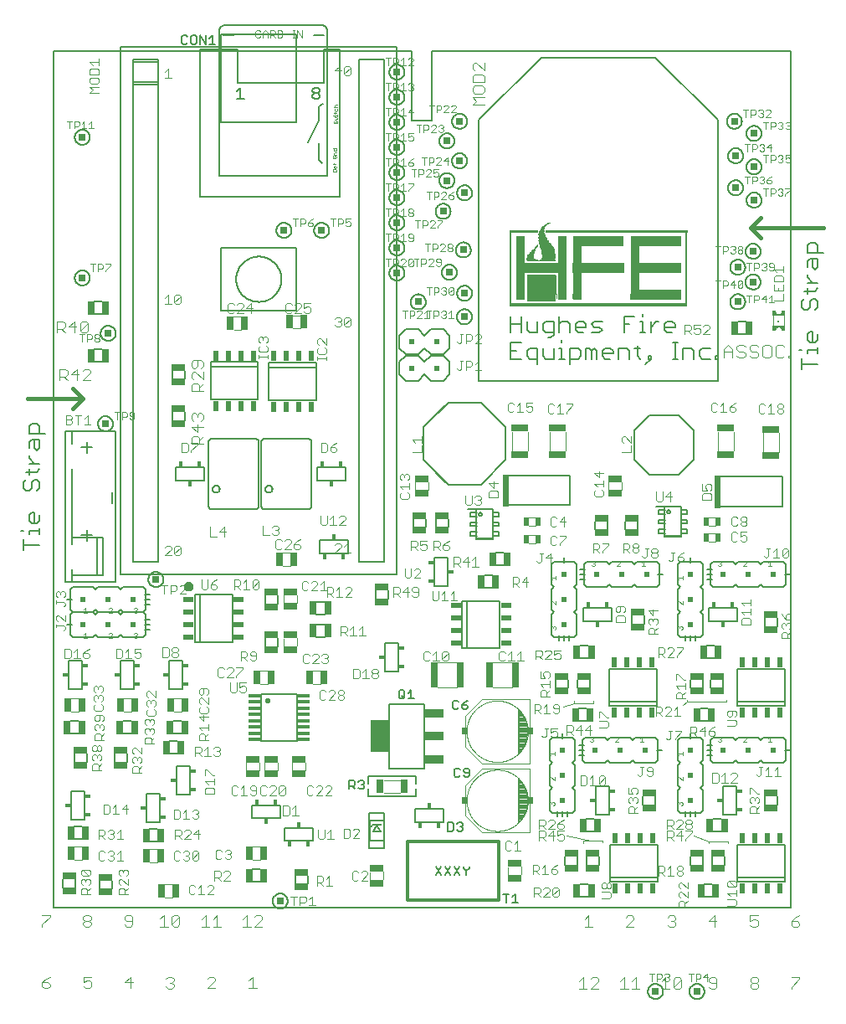
<source format=gto>
G75*
%MOIN*%
%OFA0B0*%
%FSLAX25Y25*%
%IPPOS*%
%LPD*%
%AMOC8*
5,1,8,0,0,1.08239X$1,22.5*
%
%ADD10C,0.00600*%
%ADD11C,0.01600*%
%ADD12R,0.70900X0.00100*%
%ADD13R,0.00700X0.00100*%
%ADD14R,0.00800X0.00100*%
%ADD15R,0.11300X0.00100*%
%ADD16R,0.03600X0.00100*%
%ADD17R,0.20200X0.00100*%
%ADD18R,0.00100X0.00100*%
%ADD19R,0.11200X0.00100*%
%ADD20R,0.20100X0.00100*%
%ADD21R,0.20400X0.00100*%
%ADD22R,0.04400X0.00100*%
%ADD23R,0.06300X0.00100*%
%ADD24R,0.03800X0.00100*%
%ADD25R,0.05800X0.00100*%
%ADD26R,0.03500X0.00100*%
%ADD27R,0.05500X0.00100*%
%ADD28R,0.03300X0.00100*%
%ADD29R,0.05400X0.00100*%
%ADD30R,0.03200X0.00100*%
%ADD31R,0.05300X0.00100*%
%ADD32R,0.03100X0.00100*%
%ADD33R,0.03000X0.00100*%
%ADD34R,0.02800X0.00100*%
%ADD35R,0.02900X0.00100*%
%ADD36R,0.05200X0.00100*%
%ADD37R,0.02700X0.00100*%
%ADD38R,0.02600X0.00100*%
%ADD39R,0.02400X0.00100*%
%ADD40R,0.02300X0.00100*%
%ADD41R,0.02200X0.00100*%
%ADD42R,0.02100X0.00100*%
%ADD43R,0.02000X0.00100*%
%ADD44R,0.01900X0.00100*%
%ADD45R,0.01800X0.00100*%
%ADD46R,0.01700X0.00100*%
%ADD47R,0.01500X0.00100*%
%ADD48R,0.01600X0.00100*%
%ADD49R,0.01400X0.00100*%
%ADD50R,0.01300X0.00100*%
%ADD51R,0.01100X0.00100*%
%ADD52R,0.05600X0.00100*%
%ADD53R,0.01000X0.00100*%
%ADD54R,0.00900X0.00100*%
%ADD55R,0.00500X0.00100*%
%ADD56R,0.00600X0.00100*%
%ADD57R,0.00400X0.00100*%
%ADD58R,0.05000X0.00100*%
%ADD59R,0.00300X0.00100*%
%ADD60R,0.05100X0.00100*%
%ADD61R,0.00200X0.00100*%
%ADD62R,0.04900X0.00100*%
%ADD63R,0.20300X0.00100*%
%ADD64R,0.04700X0.00100*%
%ADD65R,0.04600X0.00100*%
%ADD66R,0.04500X0.00100*%
%ADD67R,0.04300X0.00100*%
%ADD68R,0.04100X0.00100*%
%ADD69R,0.04000X0.00100*%
%ADD70R,0.03900X0.00100*%
%ADD71R,0.03700X0.00100*%
%ADD72R,0.03400X0.00100*%
%ADD73R,0.02500X0.00100*%
%ADD74R,0.56400X0.00100*%
%ADD75R,0.56500X0.00100*%
%ADD76R,0.11400X0.00100*%
%ADD77R,0.11500X0.00100*%
%ADD78R,0.56300X0.00100*%
%ADD79R,0.01200X0.00100*%
%ADD80C,0.00100*%
%ADD81C,0.00400*%
%ADD82C,0.00500*%
%ADD83C,0.00800*%
%ADD84R,0.01929X0.04331*%
%ADD85C,0.00300*%
%ADD86R,0.01930X0.04331*%
%ADD87R,0.04331X0.01929*%
%ADD88C,0.02500*%
%ADD89C,0.00787*%
%ADD90C,0.00200*%
%ADD91R,0.02559X0.05512*%
%ADD92R,0.02400X0.02400*%
%ADD93R,0.02300X0.01800*%
%ADD94R,0.05512X0.02559*%
%ADD95R,0.05709X0.02953*%
%ADD96R,0.02953X0.05709*%
%ADD97R,0.02000X0.02000*%
%ADD98R,0.01800X0.02300*%
%ADD99R,0.02600X0.02600*%
%ADD100C,0.02209*%
%ADD101R,0.04605X0.01400*%
%ADD102C,0.00700*%
%ADD103R,0.01969X0.03740*%
%ADD104R,0.06693X0.02953*%
%ADD105R,0.07300X0.12600*%
%ADD106R,0.07300X0.03400*%
%ADD107C,0.01200*%
%ADD108R,0.02362X0.02756*%
%ADD109R,0.02953X0.10236*%
%ADD110R,0.01280X0.01969*%
%ADD111R,0.00591X0.00984*%
%ADD112R,0.01575X0.00689*%
%ADD113R,0.00787X0.00787*%
%ADD114R,0.01181X0.01181*%
%ADD115R,0.01280X0.00295*%
D10*
X0113834Y0117220D02*
X0113834Y0120448D01*
X0118834Y0120448D02*
X0118834Y0117220D01*
X0128334Y0116720D02*
X0128334Y0119948D01*
X0133334Y0119948D02*
X0133334Y0116720D01*
X0121448Y0136334D02*
X0118220Y0136334D01*
X0118220Y0141334D02*
X0121448Y0141334D01*
X0122434Y0144234D02*
X0117234Y0144234D01*
X0117234Y0155434D01*
X0122434Y0155434D01*
X0122434Y0144234D01*
X0147234Y0143234D02*
X0147234Y0154434D01*
X0152434Y0154434D01*
X0152434Y0143234D01*
X0147234Y0143234D01*
X0148220Y0140334D02*
X0151448Y0140334D01*
X0151448Y0135334D02*
X0148220Y0135334D01*
X0159234Y0154234D02*
X0159234Y0165434D01*
X0164434Y0165434D01*
X0164434Y0154234D01*
X0159234Y0154234D01*
X0159448Y0170334D02*
X0156220Y0170334D01*
X0156220Y0175334D02*
X0159448Y0175334D01*
X0160948Y0178334D02*
X0157720Y0178334D01*
X0157720Y0183334D02*
X0160948Y0183334D01*
X0161434Y0196234D02*
X0156234Y0196234D01*
X0156234Y0207434D01*
X0161434Y0207434D01*
X0161434Y0196234D01*
X0141934Y0196234D02*
X0141934Y0207434D01*
X0136734Y0207434D01*
X0136734Y0196234D01*
X0141934Y0196234D01*
X0140948Y0183334D02*
X0137720Y0183334D01*
X0137720Y0178334D02*
X0140948Y0178334D01*
X0139334Y0170448D02*
X0139334Y0167220D01*
X0134334Y0167220D02*
X0134334Y0170448D01*
X0123334Y0170448D02*
X0123334Y0167220D01*
X0118334Y0167220D02*
X0118334Y0170448D01*
X0119948Y0178334D02*
X0116720Y0178334D01*
X0116720Y0183334D02*
X0119948Y0183334D01*
X0121434Y0196234D02*
X0116234Y0196234D01*
X0116234Y0207434D01*
X0121434Y0207434D01*
X0121434Y0196234D01*
X0117834Y0216834D02*
X0125834Y0216834D01*
X0126834Y0217834D01*
X0127834Y0216834D01*
X0135834Y0216834D01*
X0136834Y0217834D01*
X0137834Y0216834D01*
X0145834Y0216834D01*
X0146834Y0217834D01*
X0146834Y0225834D01*
X0145834Y0226834D01*
X0146834Y0227834D01*
X0146834Y0235834D01*
X0145834Y0236834D01*
X0137834Y0236834D01*
X0136834Y0235834D01*
X0135834Y0236834D01*
X0127834Y0236834D01*
X0126834Y0235834D01*
X0125834Y0236834D01*
X0117834Y0236834D01*
X0116834Y0235834D01*
X0116834Y0227834D01*
X0117834Y0226834D01*
X0125834Y0226834D01*
X0126834Y0227834D01*
X0127834Y0226834D01*
X0135834Y0226834D01*
X0136834Y0227834D01*
X0137834Y0226834D01*
X0145834Y0226834D01*
X0137834Y0226834D01*
X0136834Y0225834D01*
X0135834Y0226834D01*
X0127834Y0226834D01*
X0126834Y0225834D01*
X0125834Y0226834D01*
X0117834Y0226834D01*
X0116834Y0225834D01*
X0116834Y0217834D01*
X0117834Y0216834D01*
X0147834Y0239834D02*
X0147836Y0239943D01*
X0147842Y0240052D01*
X0147852Y0240160D01*
X0147866Y0240268D01*
X0147883Y0240376D01*
X0147905Y0240483D01*
X0147930Y0240589D01*
X0147960Y0240693D01*
X0147993Y0240797D01*
X0148030Y0240900D01*
X0148070Y0241001D01*
X0148114Y0241100D01*
X0148162Y0241198D01*
X0148214Y0241295D01*
X0148268Y0241389D01*
X0148326Y0241481D01*
X0148388Y0241571D01*
X0148453Y0241658D01*
X0148520Y0241744D01*
X0148591Y0241827D01*
X0148665Y0241907D01*
X0148742Y0241984D01*
X0148821Y0242059D01*
X0148903Y0242130D01*
X0148988Y0242199D01*
X0149075Y0242264D01*
X0149164Y0242327D01*
X0149256Y0242385D01*
X0149350Y0242441D01*
X0149445Y0242493D01*
X0149543Y0242542D01*
X0149642Y0242587D01*
X0149743Y0242629D01*
X0149845Y0242666D01*
X0149948Y0242700D01*
X0150053Y0242731D01*
X0150159Y0242757D01*
X0150265Y0242780D01*
X0150373Y0242798D01*
X0150481Y0242813D01*
X0150589Y0242824D01*
X0150698Y0242831D01*
X0150807Y0242834D01*
X0150916Y0242833D01*
X0151025Y0242828D01*
X0151133Y0242819D01*
X0151241Y0242806D01*
X0151349Y0242789D01*
X0151456Y0242769D01*
X0151562Y0242744D01*
X0151667Y0242716D01*
X0151771Y0242684D01*
X0151874Y0242648D01*
X0151976Y0242608D01*
X0152076Y0242565D01*
X0152174Y0242518D01*
X0152271Y0242468D01*
X0152365Y0242414D01*
X0152458Y0242356D01*
X0152549Y0242296D01*
X0152637Y0242232D01*
X0152723Y0242165D01*
X0152806Y0242095D01*
X0152887Y0242022D01*
X0152965Y0241946D01*
X0153040Y0241867D01*
X0153113Y0241785D01*
X0153182Y0241701D01*
X0153248Y0241615D01*
X0153311Y0241526D01*
X0153371Y0241435D01*
X0153428Y0241342D01*
X0153481Y0241247D01*
X0153530Y0241150D01*
X0153576Y0241051D01*
X0153618Y0240951D01*
X0153657Y0240849D01*
X0153692Y0240745D01*
X0153723Y0240641D01*
X0153751Y0240536D01*
X0153774Y0240429D01*
X0153794Y0240322D01*
X0153810Y0240214D01*
X0153822Y0240106D01*
X0153830Y0239997D01*
X0153834Y0239888D01*
X0153834Y0239780D01*
X0153830Y0239671D01*
X0153822Y0239562D01*
X0153810Y0239454D01*
X0153794Y0239346D01*
X0153774Y0239239D01*
X0153751Y0239132D01*
X0153723Y0239027D01*
X0153692Y0238923D01*
X0153657Y0238819D01*
X0153618Y0238717D01*
X0153576Y0238617D01*
X0153530Y0238518D01*
X0153481Y0238421D01*
X0153428Y0238326D01*
X0153371Y0238233D01*
X0153311Y0238142D01*
X0153248Y0238053D01*
X0153182Y0237967D01*
X0153113Y0237883D01*
X0153040Y0237801D01*
X0152965Y0237722D01*
X0152887Y0237646D01*
X0152806Y0237573D01*
X0152723Y0237503D01*
X0152637Y0237436D01*
X0152549Y0237372D01*
X0152458Y0237312D01*
X0152365Y0237254D01*
X0152271Y0237200D01*
X0152174Y0237150D01*
X0152076Y0237103D01*
X0151976Y0237060D01*
X0151874Y0237020D01*
X0151771Y0236984D01*
X0151667Y0236952D01*
X0151562Y0236924D01*
X0151456Y0236899D01*
X0151349Y0236879D01*
X0151241Y0236862D01*
X0151133Y0236849D01*
X0151025Y0236840D01*
X0150916Y0236835D01*
X0150807Y0236834D01*
X0150698Y0236837D01*
X0150589Y0236844D01*
X0150481Y0236855D01*
X0150373Y0236870D01*
X0150265Y0236888D01*
X0150159Y0236911D01*
X0150053Y0236937D01*
X0149948Y0236968D01*
X0149845Y0237002D01*
X0149743Y0237039D01*
X0149642Y0237081D01*
X0149543Y0237126D01*
X0149445Y0237175D01*
X0149350Y0237227D01*
X0149256Y0237283D01*
X0149164Y0237341D01*
X0149075Y0237404D01*
X0148988Y0237469D01*
X0148903Y0237538D01*
X0148821Y0237609D01*
X0148742Y0237684D01*
X0148665Y0237761D01*
X0148591Y0237841D01*
X0148520Y0237924D01*
X0148453Y0238010D01*
X0148388Y0238097D01*
X0148326Y0238187D01*
X0148268Y0238279D01*
X0148214Y0238373D01*
X0148162Y0238470D01*
X0148114Y0238568D01*
X0148070Y0238667D01*
X0148030Y0238768D01*
X0147993Y0238871D01*
X0147960Y0238975D01*
X0147930Y0239079D01*
X0147905Y0239185D01*
X0147883Y0239292D01*
X0147866Y0239400D01*
X0147852Y0239508D01*
X0147842Y0239616D01*
X0147836Y0239725D01*
X0147834Y0239834D01*
X0125467Y0257324D02*
X0121196Y0257324D01*
X0123332Y0255189D02*
X0123332Y0259459D01*
X0104534Y0259009D02*
X0100264Y0259009D01*
X0100264Y0257941D01*
X0098129Y0259009D02*
X0097061Y0259009D01*
X0098129Y0255766D02*
X0098129Y0251496D01*
X0098129Y0253631D02*
X0104534Y0253631D01*
X0104534Y0257941D02*
X0104534Y0260077D01*
X0103467Y0262238D02*
X0104534Y0263306D01*
X0104534Y0265441D01*
X0102399Y0266509D02*
X0102399Y0262238D01*
X0101332Y0262238D02*
X0100264Y0263306D01*
X0100264Y0265441D01*
X0101332Y0266509D01*
X0102399Y0266509D01*
X0103467Y0262238D02*
X0101332Y0262238D01*
X0100264Y0275129D02*
X0101332Y0276197D01*
X0101332Y0278332D01*
X0102399Y0279400D01*
X0103467Y0279400D01*
X0104534Y0278332D01*
X0104534Y0276197D01*
X0103467Y0275129D01*
X0100264Y0275129D02*
X0099196Y0275129D01*
X0098129Y0276197D01*
X0098129Y0278332D01*
X0099196Y0279400D01*
X0100264Y0281575D02*
X0100264Y0283710D01*
X0099196Y0282643D02*
X0103467Y0282643D01*
X0104534Y0283710D01*
X0104534Y0285872D02*
X0100264Y0285872D01*
X0102399Y0285872D02*
X0100264Y0288007D01*
X0100264Y0289075D01*
X0100264Y0292311D02*
X0100264Y0294446D01*
X0101332Y0295514D01*
X0104534Y0295514D01*
X0104534Y0292311D01*
X0103467Y0291243D01*
X0102399Y0292311D01*
X0102399Y0295514D01*
X0100264Y0297689D02*
X0100264Y0300891D01*
X0101332Y0301959D01*
X0103467Y0301959D01*
X0104534Y0300891D01*
X0104534Y0297689D01*
X0106669Y0297689D02*
X0100264Y0297689D01*
X0121196Y0292324D02*
X0125467Y0292324D01*
X0123332Y0290189D02*
X0123332Y0294459D01*
X0127756Y0301867D02*
X0127758Y0301976D01*
X0127764Y0302085D01*
X0127774Y0302193D01*
X0127788Y0302301D01*
X0127805Y0302409D01*
X0127827Y0302516D01*
X0127852Y0302622D01*
X0127882Y0302726D01*
X0127915Y0302830D01*
X0127952Y0302933D01*
X0127992Y0303034D01*
X0128036Y0303133D01*
X0128084Y0303231D01*
X0128136Y0303328D01*
X0128190Y0303422D01*
X0128248Y0303514D01*
X0128310Y0303604D01*
X0128375Y0303691D01*
X0128442Y0303777D01*
X0128513Y0303860D01*
X0128587Y0303940D01*
X0128664Y0304017D01*
X0128743Y0304092D01*
X0128825Y0304163D01*
X0128910Y0304232D01*
X0128997Y0304297D01*
X0129086Y0304360D01*
X0129178Y0304418D01*
X0129272Y0304474D01*
X0129367Y0304526D01*
X0129465Y0304575D01*
X0129564Y0304620D01*
X0129665Y0304662D01*
X0129767Y0304699D01*
X0129870Y0304733D01*
X0129975Y0304764D01*
X0130081Y0304790D01*
X0130187Y0304813D01*
X0130295Y0304831D01*
X0130403Y0304846D01*
X0130511Y0304857D01*
X0130620Y0304864D01*
X0130729Y0304867D01*
X0130838Y0304866D01*
X0130947Y0304861D01*
X0131055Y0304852D01*
X0131163Y0304839D01*
X0131271Y0304822D01*
X0131378Y0304802D01*
X0131484Y0304777D01*
X0131589Y0304749D01*
X0131693Y0304717D01*
X0131796Y0304681D01*
X0131898Y0304641D01*
X0131998Y0304598D01*
X0132096Y0304551D01*
X0132193Y0304501D01*
X0132287Y0304447D01*
X0132380Y0304389D01*
X0132471Y0304329D01*
X0132559Y0304265D01*
X0132645Y0304198D01*
X0132728Y0304128D01*
X0132809Y0304055D01*
X0132887Y0303979D01*
X0132962Y0303900D01*
X0133035Y0303818D01*
X0133104Y0303734D01*
X0133170Y0303648D01*
X0133233Y0303559D01*
X0133293Y0303468D01*
X0133350Y0303375D01*
X0133403Y0303280D01*
X0133452Y0303183D01*
X0133498Y0303084D01*
X0133540Y0302984D01*
X0133579Y0302882D01*
X0133614Y0302778D01*
X0133645Y0302674D01*
X0133673Y0302569D01*
X0133696Y0302462D01*
X0133716Y0302355D01*
X0133732Y0302247D01*
X0133744Y0302139D01*
X0133752Y0302030D01*
X0133756Y0301921D01*
X0133756Y0301813D01*
X0133752Y0301704D01*
X0133744Y0301595D01*
X0133732Y0301487D01*
X0133716Y0301379D01*
X0133696Y0301272D01*
X0133673Y0301165D01*
X0133645Y0301060D01*
X0133614Y0300956D01*
X0133579Y0300852D01*
X0133540Y0300750D01*
X0133498Y0300650D01*
X0133452Y0300551D01*
X0133403Y0300454D01*
X0133350Y0300359D01*
X0133293Y0300266D01*
X0133233Y0300175D01*
X0133170Y0300086D01*
X0133104Y0300000D01*
X0133035Y0299916D01*
X0132962Y0299834D01*
X0132887Y0299755D01*
X0132809Y0299679D01*
X0132728Y0299606D01*
X0132645Y0299536D01*
X0132559Y0299469D01*
X0132471Y0299405D01*
X0132380Y0299345D01*
X0132287Y0299287D01*
X0132193Y0299233D01*
X0132096Y0299183D01*
X0131998Y0299136D01*
X0131898Y0299093D01*
X0131796Y0299053D01*
X0131693Y0299017D01*
X0131589Y0298985D01*
X0131484Y0298957D01*
X0131378Y0298932D01*
X0131271Y0298912D01*
X0131163Y0298895D01*
X0131055Y0298882D01*
X0130947Y0298873D01*
X0130838Y0298868D01*
X0130729Y0298867D01*
X0130620Y0298870D01*
X0130511Y0298877D01*
X0130403Y0298888D01*
X0130295Y0298903D01*
X0130187Y0298921D01*
X0130081Y0298944D01*
X0129975Y0298970D01*
X0129870Y0299001D01*
X0129767Y0299035D01*
X0129665Y0299072D01*
X0129564Y0299114D01*
X0129465Y0299159D01*
X0129367Y0299208D01*
X0129272Y0299260D01*
X0129178Y0299316D01*
X0129086Y0299374D01*
X0128997Y0299437D01*
X0128910Y0299502D01*
X0128825Y0299571D01*
X0128743Y0299642D01*
X0128664Y0299717D01*
X0128587Y0299794D01*
X0128513Y0299874D01*
X0128442Y0299957D01*
X0128375Y0300043D01*
X0128310Y0300130D01*
X0128248Y0300220D01*
X0128190Y0300312D01*
X0128136Y0300406D01*
X0128084Y0300503D01*
X0128036Y0300601D01*
X0127992Y0300700D01*
X0127952Y0300801D01*
X0127915Y0300904D01*
X0127882Y0301008D01*
X0127852Y0301112D01*
X0127827Y0301218D01*
X0127805Y0301325D01*
X0127788Y0301433D01*
X0127774Y0301541D01*
X0127764Y0301649D01*
X0127758Y0301758D01*
X0127756Y0301867D01*
X0157334Y0303220D02*
X0157334Y0306448D01*
X0162334Y0306448D02*
X0162334Y0303220D01*
X0162334Y0319720D02*
X0162334Y0322948D01*
X0157334Y0322948D02*
X0157334Y0319720D01*
X0129448Y0326334D02*
X0126220Y0326334D01*
X0126220Y0331334D02*
X0129448Y0331334D01*
X0128834Y0337834D02*
X0128836Y0337943D01*
X0128842Y0338052D01*
X0128852Y0338160D01*
X0128866Y0338268D01*
X0128883Y0338376D01*
X0128905Y0338483D01*
X0128930Y0338589D01*
X0128960Y0338693D01*
X0128993Y0338797D01*
X0129030Y0338900D01*
X0129070Y0339001D01*
X0129114Y0339100D01*
X0129162Y0339198D01*
X0129214Y0339295D01*
X0129268Y0339389D01*
X0129326Y0339481D01*
X0129388Y0339571D01*
X0129453Y0339658D01*
X0129520Y0339744D01*
X0129591Y0339827D01*
X0129665Y0339907D01*
X0129742Y0339984D01*
X0129821Y0340059D01*
X0129903Y0340130D01*
X0129988Y0340199D01*
X0130075Y0340264D01*
X0130164Y0340327D01*
X0130256Y0340385D01*
X0130350Y0340441D01*
X0130445Y0340493D01*
X0130543Y0340542D01*
X0130642Y0340587D01*
X0130743Y0340629D01*
X0130845Y0340666D01*
X0130948Y0340700D01*
X0131053Y0340731D01*
X0131159Y0340757D01*
X0131265Y0340780D01*
X0131373Y0340798D01*
X0131481Y0340813D01*
X0131589Y0340824D01*
X0131698Y0340831D01*
X0131807Y0340834D01*
X0131916Y0340833D01*
X0132025Y0340828D01*
X0132133Y0340819D01*
X0132241Y0340806D01*
X0132349Y0340789D01*
X0132456Y0340769D01*
X0132562Y0340744D01*
X0132667Y0340716D01*
X0132771Y0340684D01*
X0132874Y0340648D01*
X0132976Y0340608D01*
X0133076Y0340565D01*
X0133174Y0340518D01*
X0133271Y0340468D01*
X0133365Y0340414D01*
X0133458Y0340356D01*
X0133549Y0340296D01*
X0133637Y0340232D01*
X0133723Y0340165D01*
X0133806Y0340095D01*
X0133887Y0340022D01*
X0133965Y0339946D01*
X0134040Y0339867D01*
X0134113Y0339785D01*
X0134182Y0339701D01*
X0134248Y0339615D01*
X0134311Y0339526D01*
X0134371Y0339435D01*
X0134428Y0339342D01*
X0134481Y0339247D01*
X0134530Y0339150D01*
X0134576Y0339051D01*
X0134618Y0338951D01*
X0134657Y0338849D01*
X0134692Y0338745D01*
X0134723Y0338641D01*
X0134751Y0338536D01*
X0134774Y0338429D01*
X0134794Y0338322D01*
X0134810Y0338214D01*
X0134822Y0338106D01*
X0134830Y0337997D01*
X0134834Y0337888D01*
X0134834Y0337780D01*
X0134830Y0337671D01*
X0134822Y0337562D01*
X0134810Y0337454D01*
X0134794Y0337346D01*
X0134774Y0337239D01*
X0134751Y0337132D01*
X0134723Y0337027D01*
X0134692Y0336923D01*
X0134657Y0336819D01*
X0134618Y0336717D01*
X0134576Y0336617D01*
X0134530Y0336518D01*
X0134481Y0336421D01*
X0134428Y0336326D01*
X0134371Y0336233D01*
X0134311Y0336142D01*
X0134248Y0336053D01*
X0134182Y0335967D01*
X0134113Y0335883D01*
X0134040Y0335801D01*
X0133965Y0335722D01*
X0133887Y0335646D01*
X0133806Y0335573D01*
X0133723Y0335503D01*
X0133637Y0335436D01*
X0133549Y0335372D01*
X0133458Y0335312D01*
X0133365Y0335254D01*
X0133271Y0335200D01*
X0133174Y0335150D01*
X0133076Y0335103D01*
X0132976Y0335060D01*
X0132874Y0335020D01*
X0132771Y0334984D01*
X0132667Y0334952D01*
X0132562Y0334924D01*
X0132456Y0334899D01*
X0132349Y0334879D01*
X0132241Y0334862D01*
X0132133Y0334849D01*
X0132025Y0334840D01*
X0131916Y0334835D01*
X0131807Y0334834D01*
X0131698Y0334837D01*
X0131589Y0334844D01*
X0131481Y0334855D01*
X0131373Y0334870D01*
X0131265Y0334888D01*
X0131159Y0334911D01*
X0131053Y0334937D01*
X0130948Y0334968D01*
X0130845Y0335002D01*
X0130743Y0335039D01*
X0130642Y0335081D01*
X0130543Y0335126D01*
X0130445Y0335175D01*
X0130350Y0335227D01*
X0130256Y0335283D01*
X0130164Y0335341D01*
X0130075Y0335404D01*
X0129988Y0335469D01*
X0129903Y0335538D01*
X0129821Y0335609D01*
X0129742Y0335684D01*
X0129665Y0335761D01*
X0129591Y0335841D01*
X0129520Y0335924D01*
X0129453Y0336010D01*
X0129388Y0336097D01*
X0129326Y0336187D01*
X0129268Y0336279D01*
X0129214Y0336373D01*
X0129162Y0336470D01*
X0129114Y0336568D01*
X0129070Y0336667D01*
X0129030Y0336768D01*
X0128993Y0336871D01*
X0128960Y0336975D01*
X0128930Y0337079D01*
X0128905Y0337185D01*
X0128883Y0337292D01*
X0128866Y0337400D01*
X0128852Y0337508D01*
X0128842Y0337616D01*
X0128836Y0337725D01*
X0128834Y0337834D01*
X0129448Y0345334D02*
X0126220Y0345334D01*
X0126220Y0350334D02*
X0129448Y0350334D01*
X0118504Y0359882D02*
X0118506Y0359991D01*
X0118512Y0360100D01*
X0118522Y0360208D01*
X0118536Y0360316D01*
X0118553Y0360424D01*
X0118575Y0360531D01*
X0118600Y0360637D01*
X0118630Y0360741D01*
X0118663Y0360845D01*
X0118700Y0360948D01*
X0118740Y0361049D01*
X0118784Y0361148D01*
X0118832Y0361246D01*
X0118884Y0361343D01*
X0118938Y0361437D01*
X0118996Y0361529D01*
X0119058Y0361619D01*
X0119123Y0361706D01*
X0119190Y0361792D01*
X0119261Y0361875D01*
X0119335Y0361955D01*
X0119412Y0362032D01*
X0119491Y0362107D01*
X0119573Y0362178D01*
X0119658Y0362247D01*
X0119745Y0362312D01*
X0119834Y0362375D01*
X0119926Y0362433D01*
X0120020Y0362489D01*
X0120115Y0362541D01*
X0120213Y0362590D01*
X0120312Y0362635D01*
X0120413Y0362677D01*
X0120515Y0362714D01*
X0120618Y0362748D01*
X0120723Y0362779D01*
X0120829Y0362805D01*
X0120935Y0362828D01*
X0121043Y0362846D01*
X0121151Y0362861D01*
X0121259Y0362872D01*
X0121368Y0362879D01*
X0121477Y0362882D01*
X0121586Y0362881D01*
X0121695Y0362876D01*
X0121803Y0362867D01*
X0121911Y0362854D01*
X0122019Y0362837D01*
X0122126Y0362817D01*
X0122232Y0362792D01*
X0122337Y0362764D01*
X0122441Y0362732D01*
X0122544Y0362696D01*
X0122646Y0362656D01*
X0122746Y0362613D01*
X0122844Y0362566D01*
X0122941Y0362516D01*
X0123035Y0362462D01*
X0123128Y0362404D01*
X0123219Y0362344D01*
X0123307Y0362280D01*
X0123393Y0362213D01*
X0123476Y0362143D01*
X0123557Y0362070D01*
X0123635Y0361994D01*
X0123710Y0361915D01*
X0123783Y0361833D01*
X0123852Y0361749D01*
X0123918Y0361663D01*
X0123981Y0361574D01*
X0124041Y0361483D01*
X0124098Y0361390D01*
X0124151Y0361295D01*
X0124200Y0361198D01*
X0124246Y0361099D01*
X0124288Y0360999D01*
X0124327Y0360897D01*
X0124362Y0360793D01*
X0124393Y0360689D01*
X0124421Y0360584D01*
X0124444Y0360477D01*
X0124464Y0360370D01*
X0124480Y0360262D01*
X0124492Y0360154D01*
X0124500Y0360045D01*
X0124504Y0359936D01*
X0124504Y0359828D01*
X0124500Y0359719D01*
X0124492Y0359610D01*
X0124480Y0359502D01*
X0124464Y0359394D01*
X0124444Y0359287D01*
X0124421Y0359180D01*
X0124393Y0359075D01*
X0124362Y0358971D01*
X0124327Y0358867D01*
X0124288Y0358765D01*
X0124246Y0358665D01*
X0124200Y0358566D01*
X0124151Y0358469D01*
X0124098Y0358374D01*
X0124041Y0358281D01*
X0123981Y0358190D01*
X0123918Y0358101D01*
X0123852Y0358015D01*
X0123783Y0357931D01*
X0123710Y0357849D01*
X0123635Y0357770D01*
X0123557Y0357694D01*
X0123476Y0357621D01*
X0123393Y0357551D01*
X0123307Y0357484D01*
X0123219Y0357420D01*
X0123128Y0357360D01*
X0123035Y0357302D01*
X0122941Y0357248D01*
X0122844Y0357198D01*
X0122746Y0357151D01*
X0122646Y0357108D01*
X0122544Y0357068D01*
X0122441Y0357032D01*
X0122337Y0357000D01*
X0122232Y0356972D01*
X0122126Y0356947D01*
X0122019Y0356927D01*
X0121911Y0356910D01*
X0121803Y0356897D01*
X0121695Y0356888D01*
X0121586Y0356883D01*
X0121477Y0356882D01*
X0121368Y0356885D01*
X0121259Y0356892D01*
X0121151Y0356903D01*
X0121043Y0356918D01*
X0120935Y0356936D01*
X0120829Y0356959D01*
X0120723Y0356985D01*
X0120618Y0357016D01*
X0120515Y0357050D01*
X0120413Y0357087D01*
X0120312Y0357129D01*
X0120213Y0357174D01*
X0120115Y0357223D01*
X0120020Y0357275D01*
X0119926Y0357331D01*
X0119834Y0357389D01*
X0119745Y0357452D01*
X0119658Y0357517D01*
X0119573Y0357586D01*
X0119491Y0357657D01*
X0119412Y0357732D01*
X0119335Y0357809D01*
X0119261Y0357889D01*
X0119190Y0357972D01*
X0119123Y0358058D01*
X0119058Y0358145D01*
X0118996Y0358235D01*
X0118938Y0358327D01*
X0118884Y0358421D01*
X0118832Y0358518D01*
X0118784Y0358616D01*
X0118740Y0358715D01*
X0118700Y0358816D01*
X0118663Y0358919D01*
X0118630Y0359023D01*
X0118600Y0359127D01*
X0118575Y0359233D01*
X0118553Y0359340D01*
X0118536Y0359448D01*
X0118522Y0359556D01*
X0118512Y0359664D01*
X0118506Y0359773D01*
X0118504Y0359882D01*
X0118504Y0415882D02*
X0118506Y0415991D01*
X0118512Y0416100D01*
X0118522Y0416208D01*
X0118536Y0416316D01*
X0118553Y0416424D01*
X0118575Y0416531D01*
X0118600Y0416637D01*
X0118630Y0416741D01*
X0118663Y0416845D01*
X0118700Y0416948D01*
X0118740Y0417049D01*
X0118784Y0417148D01*
X0118832Y0417246D01*
X0118884Y0417343D01*
X0118938Y0417437D01*
X0118996Y0417529D01*
X0119058Y0417619D01*
X0119123Y0417706D01*
X0119190Y0417792D01*
X0119261Y0417875D01*
X0119335Y0417955D01*
X0119412Y0418032D01*
X0119491Y0418107D01*
X0119573Y0418178D01*
X0119658Y0418247D01*
X0119745Y0418312D01*
X0119834Y0418375D01*
X0119926Y0418433D01*
X0120020Y0418489D01*
X0120115Y0418541D01*
X0120213Y0418590D01*
X0120312Y0418635D01*
X0120413Y0418677D01*
X0120515Y0418714D01*
X0120618Y0418748D01*
X0120723Y0418779D01*
X0120829Y0418805D01*
X0120935Y0418828D01*
X0121043Y0418846D01*
X0121151Y0418861D01*
X0121259Y0418872D01*
X0121368Y0418879D01*
X0121477Y0418882D01*
X0121586Y0418881D01*
X0121695Y0418876D01*
X0121803Y0418867D01*
X0121911Y0418854D01*
X0122019Y0418837D01*
X0122126Y0418817D01*
X0122232Y0418792D01*
X0122337Y0418764D01*
X0122441Y0418732D01*
X0122544Y0418696D01*
X0122646Y0418656D01*
X0122746Y0418613D01*
X0122844Y0418566D01*
X0122941Y0418516D01*
X0123035Y0418462D01*
X0123128Y0418404D01*
X0123219Y0418344D01*
X0123307Y0418280D01*
X0123393Y0418213D01*
X0123476Y0418143D01*
X0123557Y0418070D01*
X0123635Y0417994D01*
X0123710Y0417915D01*
X0123783Y0417833D01*
X0123852Y0417749D01*
X0123918Y0417663D01*
X0123981Y0417574D01*
X0124041Y0417483D01*
X0124098Y0417390D01*
X0124151Y0417295D01*
X0124200Y0417198D01*
X0124246Y0417099D01*
X0124288Y0416999D01*
X0124327Y0416897D01*
X0124362Y0416793D01*
X0124393Y0416689D01*
X0124421Y0416584D01*
X0124444Y0416477D01*
X0124464Y0416370D01*
X0124480Y0416262D01*
X0124492Y0416154D01*
X0124500Y0416045D01*
X0124504Y0415936D01*
X0124504Y0415828D01*
X0124500Y0415719D01*
X0124492Y0415610D01*
X0124480Y0415502D01*
X0124464Y0415394D01*
X0124444Y0415287D01*
X0124421Y0415180D01*
X0124393Y0415075D01*
X0124362Y0414971D01*
X0124327Y0414867D01*
X0124288Y0414765D01*
X0124246Y0414665D01*
X0124200Y0414566D01*
X0124151Y0414469D01*
X0124098Y0414374D01*
X0124041Y0414281D01*
X0123981Y0414190D01*
X0123918Y0414101D01*
X0123852Y0414015D01*
X0123783Y0413931D01*
X0123710Y0413849D01*
X0123635Y0413770D01*
X0123557Y0413694D01*
X0123476Y0413621D01*
X0123393Y0413551D01*
X0123307Y0413484D01*
X0123219Y0413420D01*
X0123128Y0413360D01*
X0123035Y0413302D01*
X0122941Y0413248D01*
X0122844Y0413198D01*
X0122746Y0413151D01*
X0122646Y0413108D01*
X0122544Y0413068D01*
X0122441Y0413032D01*
X0122337Y0413000D01*
X0122232Y0412972D01*
X0122126Y0412947D01*
X0122019Y0412927D01*
X0121911Y0412910D01*
X0121803Y0412897D01*
X0121695Y0412888D01*
X0121586Y0412883D01*
X0121477Y0412882D01*
X0121368Y0412885D01*
X0121259Y0412892D01*
X0121151Y0412903D01*
X0121043Y0412918D01*
X0120935Y0412936D01*
X0120829Y0412959D01*
X0120723Y0412985D01*
X0120618Y0413016D01*
X0120515Y0413050D01*
X0120413Y0413087D01*
X0120312Y0413129D01*
X0120213Y0413174D01*
X0120115Y0413223D01*
X0120020Y0413275D01*
X0119926Y0413331D01*
X0119834Y0413389D01*
X0119745Y0413452D01*
X0119658Y0413517D01*
X0119573Y0413586D01*
X0119491Y0413657D01*
X0119412Y0413732D01*
X0119335Y0413809D01*
X0119261Y0413889D01*
X0119190Y0413972D01*
X0119123Y0414058D01*
X0119058Y0414145D01*
X0118996Y0414235D01*
X0118938Y0414327D01*
X0118884Y0414421D01*
X0118832Y0414518D01*
X0118784Y0414616D01*
X0118740Y0414715D01*
X0118700Y0414816D01*
X0118663Y0414919D01*
X0118630Y0415023D01*
X0118600Y0415127D01*
X0118575Y0415233D01*
X0118553Y0415340D01*
X0118536Y0415448D01*
X0118522Y0415556D01*
X0118512Y0415664D01*
X0118506Y0415773D01*
X0118504Y0415882D01*
X0183058Y0431185D02*
X0185994Y0431185D01*
X0184526Y0431185D02*
X0184526Y0435589D01*
X0183058Y0434121D01*
X0213200Y0434121D02*
X0213200Y0434855D01*
X0213934Y0435589D01*
X0215402Y0435589D01*
X0216136Y0434855D01*
X0216136Y0434121D01*
X0215402Y0433387D01*
X0213934Y0433387D01*
X0213200Y0434121D01*
X0213934Y0433387D02*
X0213200Y0432653D01*
X0213200Y0431919D01*
X0213934Y0431185D01*
X0215402Y0431185D01*
X0216136Y0431919D01*
X0216136Y0432653D01*
X0215402Y0433387D01*
X0243834Y0431834D02*
X0243836Y0431943D01*
X0243842Y0432052D01*
X0243852Y0432160D01*
X0243866Y0432268D01*
X0243883Y0432376D01*
X0243905Y0432483D01*
X0243930Y0432589D01*
X0243960Y0432693D01*
X0243993Y0432797D01*
X0244030Y0432900D01*
X0244070Y0433001D01*
X0244114Y0433100D01*
X0244162Y0433198D01*
X0244214Y0433295D01*
X0244268Y0433389D01*
X0244326Y0433481D01*
X0244388Y0433571D01*
X0244453Y0433658D01*
X0244520Y0433744D01*
X0244591Y0433827D01*
X0244665Y0433907D01*
X0244742Y0433984D01*
X0244821Y0434059D01*
X0244903Y0434130D01*
X0244988Y0434199D01*
X0245075Y0434264D01*
X0245164Y0434327D01*
X0245256Y0434385D01*
X0245350Y0434441D01*
X0245445Y0434493D01*
X0245543Y0434542D01*
X0245642Y0434587D01*
X0245743Y0434629D01*
X0245845Y0434666D01*
X0245948Y0434700D01*
X0246053Y0434731D01*
X0246159Y0434757D01*
X0246265Y0434780D01*
X0246373Y0434798D01*
X0246481Y0434813D01*
X0246589Y0434824D01*
X0246698Y0434831D01*
X0246807Y0434834D01*
X0246916Y0434833D01*
X0247025Y0434828D01*
X0247133Y0434819D01*
X0247241Y0434806D01*
X0247349Y0434789D01*
X0247456Y0434769D01*
X0247562Y0434744D01*
X0247667Y0434716D01*
X0247771Y0434684D01*
X0247874Y0434648D01*
X0247976Y0434608D01*
X0248076Y0434565D01*
X0248174Y0434518D01*
X0248271Y0434468D01*
X0248365Y0434414D01*
X0248458Y0434356D01*
X0248549Y0434296D01*
X0248637Y0434232D01*
X0248723Y0434165D01*
X0248806Y0434095D01*
X0248887Y0434022D01*
X0248965Y0433946D01*
X0249040Y0433867D01*
X0249113Y0433785D01*
X0249182Y0433701D01*
X0249248Y0433615D01*
X0249311Y0433526D01*
X0249371Y0433435D01*
X0249428Y0433342D01*
X0249481Y0433247D01*
X0249530Y0433150D01*
X0249576Y0433051D01*
X0249618Y0432951D01*
X0249657Y0432849D01*
X0249692Y0432745D01*
X0249723Y0432641D01*
X0249751Y0432536D01*
X0249774Y0432429D01*
X0249794Y0432322D01*
X0249810Y0432214D01*
X0249822Y0432106D01*
X0249830Y0431997D01*
X0249834Y0431888D01*
X0249834Y0431780D01*
X0249830Y0431671D01*
X0249822Y0431562D01*
X0249810Y0431454D01*
X0249794Y0431346D01*
X0249774Y0431239D01*
X0249751Y0431132D01*
X0249723Y0431027D01*
X0249692Y0430923D01*
X0249657Y0430819D01*
X0249618Y0430717D01*
X0249576Y0430617D01*
X0249530Y0430518D01*
X0249481Y0430421D01*
X0249428Y0430326D01*
X0249371Y0430233D01*
X0249311Y0430142D01*
X0249248Y0430053D01*
X0249182Y0429967D01*
X0249113Y0429883D01*
X0249040Y0429801D01*
X0248965Y0429722D01*
X0248887Y0429646D01*
X0248806Y0429573D01*
X0248723Y0429503D01*
X0248637Y0429436D01*
X0248549Y0429372D01*
X0248458Y0429312D01*
X0248365Y0429254D01*
X0248271Y0429200D01*
X0248174Y0429150D01*
X0248076Y0429103D01*
X0247976Y0429060D01*
X0247874Y0429020D01*
X0247771Y0428984D01*
X0247667Y0428952D01*
X0247562Y0428924D01*
X0247456Y0428899D01*
X0247349Y0428879D01*
X0247241Y0428862D01*
X0247133Y0428849D01*
X0247025Y0428840D01*
X0246916Y0428835D01*
X0246807Y0428834D01*
X0246698Y0428837D01*
X0246589Y0428844D01*
X0246481Y0428855D01*
X0246373Y0428870D01*
X0246265Y0428888D01*
X0246159Y0428911D01*
X0246053Y0428937D01*
X0245948Y0428968D01*
X0245845Y0429002D01*
X0245743Y0429039D01*
X0245642Y0429081D01*
X0245543Y0429126D01*
X0245445Y0429175D01*
X0245350Y0429227D01*
X0245256Y0429283D01*
X0245164Y0429341D01*
X0245075Y0429404D01*
X0244988Y0429469D01*
X0244903Y0429538D01*
X0244821Y0429609D01*
X0244742Y0429684D01*
X0244665Y0429761D01*
X0244591Y0429841D01*
X0244520Y0429924D01*
X0244453Y0430010D01*
X0244388Y0430097D01*
X0244326Y0430187D01*
X0244268Y0430279D01*
X0244214Y0430373D01*
X0244162Y0430470D01*
X0244114Y0430568D01*
X0244070Y0430667D01*
X0244030Y0430768D01*
X0243993Y0430871D01*
X0243960Y0430975D01*
X0243930Y0431079D01*
X0243905Y0431185D01*
X0243883Y0431292D01*
X0243866Y0431400D01*
X0243852Y0431508D01*
X0243842Y0431616D01*
X0243836Y0431725D01*
X0243834Y0431834D01*
X0243834Y0421834D02*
X0243836Y0421943D01*
X0243842Y0422052D01*
X0243852Y0422160D01*
X0243866Y0422268D01*
X0243883Y0422376D01*
X0243905Y0422483D01*
X0243930Y0422589D01*
X0243960Y0422693D01*
X0243993Y0422797D01*
X0244030Y0422900D01*
X0244070Y0423001D01*
X0244114Y0423100D01*
X0244162Y0423198D01*
X0244214Y0423295D01*
X0244268Y0423389D01*
X0244326Y0423481D01*
X0244388Y0423571D01*
X0244453Y0423658D01*
X0244520Y0423744D01*
X0244591Y0423827D01*
X0244665Y0423907D01*
X0244742Y0423984D01*
X0244821Y0424059D01*
X0244903Y0424130D01*
X0244988Y0424199D01*
X0245075Y0424264D01*
X0245164Y0424327D01*
X0245256Y0424385D01*
X0245350Y0424441D01*
X0245445Y0424493D01*
X0245543Y0424542D01*
X0245642Y0424587D01*
X0245743Y0424629D01*
X0245845Y0424666D01*
X0245948Y0424700D01*
X0246053Y0424731D01*
X0246159Y0424757D01*
X0246265Y0424780D01*
X0246373Y0424798D01*
X0246481Y0424813D01*
X0246589Y0424824D01*
X0246698Y0424831D01*
X0246807Y0424834D01*
X0246916Y0424833D01*
X0247025Y0424828D01*
X0247133Y0424819D01*
X0247241Y0424806D01*
X0247349Y0424789D01*
X0247456Y0424769D01*
X0247562Y0424744D01*
X0247667Y0424716D01*
X0247771Y0424684D01*
X0247874Y0424648D01*
X0247976Y0424608D01*
X0248076Y0424565D01*
X0248174Y0424518D01*
X0248271Y0424468D01*
X0248365Y0424414D01*
X0248458Y0424356D01*
X0248549Y0424296D01*
X0248637Y0424232D01*
X0248723Y0424165D01*
X0248806Y0424095D01*
X0248887Y0424022D01*
X0248965Y0423946D01*
X0249040Y0423867D01*
X0249113Y0423785D01*
X0249182Y0423701D01*
X0249248Y0423615D01*
X0249311Y0423526D01*
X0249371Y0423435D01*
X0249428Y0423342D01*
X0249481Y0423247D01*
X0249530Y0423150D01*
X0249576Y0423051D01*
X0249618Y0422951D01*
X0249657Y0422849D01*
X0249692Y0422745D01*
X0249723Y0422641D01*
X0249751Y0422536D01*
X0249774Y0422429D01*
X0249794Y0422322D01*
X0249810Y0422214D01*
X0249822Y0422106D01*
X0249830Y0421997D01*
X0249834Y0421888D01*
X0249834Y0421780D01*
X0249830Y0421671D01*
X0249822Y0421562D01*
X0249810Y0421454D01*
X0249794Y0421346D01*
X0249774Y0421239D01*
X0249751Y0421132D01*
X0249723Y0421027D01*
X0249692Y0420923D01*
X0249657Y0420819D01*
X0249618Y0420717D01*
X0249576Y0420617D01*
X0249530Y0420518D01*
X0249481Y0420421D01*
X0249428Y0420326D01*
X0249371Y0420233D01*
X0249311Y0420142D01*
X0249248Y0420053D01*
X0249182Y0419967D01*
X0249113Y0419883D01*
X0249040Y0419801D01*
X0248965Y0419722D01*
X0248887Y0419646D01*
X0248806Y0419573D01*
X0248723Y0419503D01*
X0248637Y0419436D01*
X0248549Y0419372D01*
X0248458Y0419312D01*
X0248365Y0419254D01*
X0248271Y0419200D01*
X0248174Y0419150D01*
X0248076Y0419103D01*
X0247976Y0419060D01*
X0247874Y0419020D01*
X0247771Y0418984D01*
X0247667Y0418952D01*
X0247562Y0418924D01*
X0247456Y0418899D01*
X0247349Y0418879D01*
X0247241Y0418862D01*
X0247133Y0418849D01*
X0247025Y0418840D01*
X0246916Y0418835D01*
X0246807Y0418834D01*
X0246698Y0418837D01*
X0246589Y0418844D01*
X0246481Y0418855D01*
X0246373Y0418870D01*
X0246265Y0418888D01*
X0246159Y0418911D01*
X0246053Y0418937D01*
X0245948Y0418968D01*
X0245845Y0419002D01*
X0245743Y0419039D01*
X0245642Y0419081D01*
X0245543Y0419126D01*
X0245445Y0419175D01*
X0245350Y0419227D01*
X0245256Y0419283D01*
X0245164Y0419341D01*
X0245075Y0419404D01*
X0244988Y0419469D01*
X0244903Y0419538D01*
X0244821Y0419609D01*
X0244742Y0419684D01*
X0244665Y0419761D01*
X0244591Y0419841D01*
X0244520Y0419924D01*
X0244453Y0420010D01*
X0244388Y0420097D01*
X0244326Y0420187D01*
X0244268Y0420279D01*
X0244214Y0420373D01*
X0244162Y0420470D01*
X0244114Y0420568D01*
X0244070Y0420667D01*
X0244030Y0420768D01*
X0243993Y0420871D01*
X0243960Y0420975D01*
X0243930Y0421079D01*
X0243905Y0421185D01*
X0243883Y0421292D01*
X0243866Y0421400D01*
X0243852Y0421508D01*
X0243842Y0421616D01*
X0243836Y0421725D01*
X0243834Y0421834D01*
X0243834Y0411834D02*
X0243836Y0411943D01*
X0243842Y0412052D01*
X0243852Y0412160D01*
X0243866Y0412268D01*
X0243883Y0412376D01*
X0243905Y0412483D01*
X0243930Y0412589D01*
X0243960Y0412693D01*
X0243993Y0412797D01*
X0244030Y0412900D01*
X0244070Y0413001D01*
X0244114Y0413100D01*
X0244162Y0413198D01*
X0244214Y0413295D01*
X0244268Y0413389D01*
X0244326Y0413481D01*
X0244388Y0413571D01*
X0244453Y0413658D01*
X0244520Y0413744D01*
X0244591Y0413827D01*
X0244665Y0413907D01*
X0244742Y0413984D01*
X0244821Y0414059D01*
X0244903Y0414130D01*
X0244988Y0414199D01*
X0245075Y0414264D01*
X0245164Y0414327D01*
X0245256Y0414385D01*
X0245350Y0414441D01*
X0245445Y0414493D01*
X0245543Y0414542D01*
X0245642Y0414587D01*
X0245743Y0414629D01*
X0245845Y0414666D01*
X0245948Y0414700D01*
X0246053Y0414731D01*
X0246159Y0414757D01*
X0246265Y0414780D01*
X0246373Y0414798D01*
X0246481Y0414813D01*
X0246589Y0414824D01*
X0246698Y0414831D01*
X0246807Y0414834D01*
X0246916Y0414833D01*
X0247025Y0414828D01*
X0247133Y0414819D01*
X0247241Y0414806D01*
X0247349Y0414789D01*
X0247456Y0414769D01*
X0247562Y0414744D01*
X0247667Y0414716D01*
X0247771Y0414684D01*
X0247874Y0414648D01*
X0247976Y0414608D01*
X0248076Y0414565D01*
X0248174Y0414518D01*
X0248271Y0414468D01*
X0248365Y0414414D01*
X0248458Y0414356D01*
X0248549Y0414296D01*
X0248637Y0414232D01*
X0248723Y0414165D01*
X0248806Y0414095D01*
X0248887Y0414022D01*
X0248965Y0413946D01*
X0249040Y0413867D01*
X0249113Y0413785D01*
X0249182Y0413701D01*
X0249248Y0413615D01*
X0249311Y0413526D01*
X0249371Y0413435D01*
X0249428Y0413342D01*
X0249481Y0413247D01*
X0249530Y0413150D01*
X0249576Y0413051D01*
X0249618Y0412951D01*
X0249657Y0412849D01*
X0249692Y0412745D01*
X0249723Y0412641D01*
X0249751Y0412536D01*
X0249774Y0412429D01*
X0249794Y0412322D01*
X0249810Y0412214D01*
X0249822Y0412106D01*
X0249830Y0411997D01*
X0249834Y0411888D01*
X0249834Y0411780D01*
X0249830Y0411671D01*
X0249822Y0411562D01*
X0249810Y0411454D01*
X0249794Y0411346D01*
X0249774Y0411239D01*
X0249751Y0411132D01*
X0249723Y0411027D01*
X0249692Y0410923D01*
X0249657Y0410819D01*
X0249618Y0410717D01*
X0249576Y0410617D01*
X0249530Y0410518D01*
X0249481Y0410421D01*
X0249428Y0410326D01*
X0249371Y0410233D01*
X0249311Y0410142D01*
X0249248Y0410053D01*
X0249182Y0409967D01*
X0249113Y0409883D01*
X0249040Y0409801D01*
X0248965Y0409722D01*
X0248887Y0409646D01*
X0248806Y0409573D01*
X0248723Y0409503D01*
X0248637Y0409436D01*
X0248549Y0409372D01*
X0248458Y0409312D01*
X0248365Y0409254D01*
X0248271Y0409200D01*
X0248174Y0409150D01*
X0248076Y0409103D01*
X0247976Y0409060D01*
X0247874Y0409020D01*
X0247771Y0408984D01*
X0247667Y0408952D01*
X0247562Y0408924D01*
X0247456Y0408899D01*
X0247349Y0408879D01*
X0247241Y0408862D01*
X0247133Y0408849D01*
X0247025Y0408840D01*
X0246916Y0408835D01*
X0246807Y0408834D01*
X0246698Y0408837D01*
X0246589Y0408844D01*
X0246481Y0408855D01*
X0246373Y0408870D01*
X0246265Y0408888D01*
X0246159Y0408911D01*
X0246053Y0408937D01*
X0245948Y0408968D01*
X0245845Y0409002D01*
X0245743Y0409039D01*
X0245642Y0409081D01*
X0245543Y0409126D01*
X0245445Y0409175D01*
X0245350Y0409227D01*
X0245256Y0409283D01*
X0245164Y0409341D01*
X0245075Y0409404D01*
X0244988Y0409469D01*
X0244903Y0409538D01*
X0244821Y0409609D01*
X0244742Y0409684D01*
X0244665Y0409761D01*
X0244591Y0409841D01*
X0244520Y0409924D01*
X0244453Y0410010D01*
X0244388Y0410097D01*
X0244326Y0410187D01*
X0244268Y0410279D01*
X0244214Y0410373D01*
X0244162Y0410470D01*
X0244114Y0410568D01*
X0244070Y0410667D01*
X0244030Y0410768D01*
X0243993Y0410871D01*
X0243960Y0410975D01*
X0243930Y0411079D01*
X0243905Y0411185D01*
X0243883Y0411292D01*
X0243866Y0411400D01*
X0243852Y0411508D01*
X0243842Y0411616D01*
X0243836Y0411725D01*
X0243834Y0411834D01*
X0243834Y0401834D02*
X0243836Y0401943D01*
X0243842Y0402052D01*
X0243852Y0402160D01*
X0243866Y0402268D01*
X0243883Y0402376D01*
X0243905Y0402483D01*
X0243930Y0402589D01*
X0243960Y0402693D01*
X0243993Y0402797D01*
X0244030Y0402900D01*
X0244070Y0403001D01*
X0244114Y0403100D01*
X0244162Y0403198D01*
X0244214Y0403295D01*
X0244268Y0403389D01*
X0244326Y0403481D01*
X0244388Y0403571D01*
X0244453Y0403658D01*
X0244520Y0403744D01*
X0244591Y0403827D01*
X0244665Y0403907D01*
X0244742Y0403984D01*
X0244821Y0404059D01*
X0244903Y0404130D01*
X0244988Y0404199D01*
X0245075Y0404264D01*
X0245164Y0404327D01*
X0245256Y0404385D01*
X0245350Y0404441D01*
X0245445Y0404493D01*
X0245543Y0404542D01*
X0245642Y0404587D01*
X0245743Y0404629D01*
X0245845Y0404666D01*
X0245948Y0404700D01*
X0246053Y0404731D01*
X0246159Y0404757D01*
X0246265Y0404780D01*
X0246373Y0404798D01*
X0246481Y0404813D01*
X0246589Y0404824D01*
X0246698Y0404831D01*
X0246807Y0404834D01*
X0246916Y0404833D01*
X0247025Y0404828D01*
X0247133Y0404819D01*
X0247241Y0404806D01*
X0247349Y0404789D01*
X0247456Y0404769D01*
X0247562Y0404744D01*
X0247667Y0404716D01*
X0247771Y0404684D01*
X0247874Y0404648D01*
X0247976Y0404608D01*
X0248076Y0404565D01*
X0248174Y0404518D01*
X0248271Y0404468D01*
X0248365Y0404414D01*
X0248458Y0404356D01*
X0248549Y0404296D01*
X0248637Y0404232D01*
X0248723Y0404165D01*
X0248806Y0404095D01*
X0248887Y0404022D01*
X0248965Y0403946D01*
X0249040Y0403867D01*
X0249113Y0403785D01*
X0249182Y0403701D01*
X0249248Y0403615D01*
X0249311Y0403526D01*
X0249371Y0403435D01*
X0249428Y0403342D01*
X0249481Y0403247D01*
X0249530Y0403150D01*
X0249576Y0403051D01*
X0249618Y0402951D01*
X0249657Y0402849D01*
X0249692Y0402745D01*
X0249723Y0402641D01*
X0249751Y0402536D01*
X0249774Y0402429D01*
X0249794Y0402322D01*
X0249810Y0402214D01*
X0249822Y0402106D01*
X0249830Y0401997D01*
X0249834Y0401888D01*
X0249834Y0401780D01*
X0249830Y0401671D01*
X0249822Y0401562D01*
X0249810Y0401454D01*
X0249794Y0401346D01*
X0249774Y0401239D01*
X0249751Y0401132D01*
X0249723Y0401027D01*
X0249692Y0400923D01*
X0249657Y0400819D01*
X0249618Y0400717D01*
X0249576Y0400617D01*
X0249530Y0400518D01*
X0249481Y0400421D01*
X0249428Y0400326D01*
X0249371Y0400233D01*
X0249311Y0400142D01*
X0249248Y0400053D01*
X0249182Y0399967D01*
X0249113Y0399883D01*
X0249040Y0399801D01*
X0248965Y0399722D01*
X0248887Y0399646D01*
X0248806Y0399573D01*
X0248723Y0399503D01*
X0248637Y0399436D01*
X0248549Y0399372D01*
X0248458Y0399312D01*
X0248365Y0399254D01*
X0248271Y0399200D01*
X0248174Y0399150D01*
X0248076Y0399103D01*
X0247976Y0399060D01*
X0247874Y0399020D01*
X0247771Y0398984D01*
X0247667Y0398952D01*
X0247562Y0398924D01*
X0247456Y0398899D01*
X0247349Y0398879D01*
X0247241Y0398862D01*
X0247133Y0398849D01*
X0247025Y0398840D01*
X0246916Y0398835D01*
X0246807Y0398834D01*
X0246698Y0398837D01*
X0246589Y0398844D01*
X0246481Y0398855D01*
X0246373Y0398870D01*
X0246265Y0398888D01*
X0246159Y0398911D01*
X0246053Y0398937D01*
X0245948Y0398968D01*
X0245845Y0399002D01*
X0245743Y0399039D01*
X0245642Y0399081D01*
X0245543Y0399126D01*
X0245445Y0399175D01*
X0245350Y0399227D01*
X0245256Y0399283D01*
X0245164Y0399341D01*
X0245075Y0399404D01*
X0244988Y0399469D01*
X0244903Y0399538D01*
X0244821Y0399609D01*
X0244742Y0399684D01*
X0244665Y0399761D01*
X0244591Y0399841D01*
X0244520Y0399924D01*
X0244453Y0400010D01*
X0244388Y0400097D01*
X0244326Y0400187D01*
X0244268Y0400279D01*
X0244214Y0400373D01*
X0244162Y0400470D01*
X0244114Y0400568D01*
X0244070Y0400667D01*
X0244030Y0400768D01*
X0243993Y0400871D01*
X0243960Y0400975D01*
X0243930Y0401079D01*
X0243905Y0401185D01*
X0243883Y0401292D01*
X0243866Y0401400D01*
X0243852Y0401508D01*
X0243842Y0401616D01*
X0243836Y0401725D01*
X0243834Y0401834D01*
X0243834Y0391834D02*
X0243836Y0391943D01*
X0243842Y0392052D01*
X0243852Y0392160D01*
X0243866Y0392268D01*
X0243883Y0392376D01*
X0243905Y0392483D01*
X0243930Y0392589D01*
X0243960Y0392693D01*
X0243993Y0392797D01*
X0244030Y0392900D01*
X0244070Y0393001D01*
X0244114Y0393100D01*
X0244162Y0393198D01*
X0244214Y0393295D01*
X0244268Y0393389D01*
X0244326Y0393481D01*
X0244388Y0393571D01*
X0244453Y0393658D01*
X0244520Y0393744D01*
X0244591Y0393827D01*
X0244665Y0393907D01*
X0244742Y0393984D01*
X0244821Y0394059D01*
X0244903Y0394130D01*
X0244988Y0394199D01*
X0245075Y0394264D01*
X0245164Y0394327D01*
X0245256Y0394385D01*
X0245350Y0394441D01*
X0245445Y0394493D01*
X0245543Y0394542D01*
X0245642Y0394587D01*
X0245743Y0394629D01*
X0245845Y0394666D01*
X0245948Y0394700D01*
X0246053Y0394731D01*
X0246159Y0394757D01*
X0246265Y0394780D01*
X0246373Y0394798D01*
X0246481Y0394813D01*
X0246589Y0394824D01*
X0246698Y0394831D01*
X0246807Y0394834D01*
X0246916Y0394833D01*
X0247025Y0394828D01*
X0247133Y0394819D01*
X0247241Y0394806D01*
X0247349Y0394789D01*
X0247456Y0394769D01*
X0247562Y0394744D01*
X0247667Y0394716D01*
X0247771Y0394684D01*
X0247874Y0394648D01*
X0247976Y0394608D01*
X0248076Y0394565D01*
X0248174Y0394518D01*
X0248271Y0394468D01*
X0248365Y0394414D01*
X0248458Y0394356D01*
X0248549Y0394296D01*
X0248637Y0394232D01*
X0248723Y0394165D01*
X0248806Y0394095D01*
X0248887Y0394022D01*
X0248965Y0393946D01*
X0249040Y0393867D01*
X0249113Y0393785D01*
X0249182Y0393701D01*
X0249248Y0393615D01*
X0249311Y0393526D01*
X0249371Y0393435D01*
X0249428Y0393342D01*
X0249481Y0393247D01*
X0249530Y0393150D01*
X0249576Y0393051D01*
X0249618Y0392951D01*
X0249657Y0392849D01*
X0249692Y0392745D01*
X0249723Y0392641D01*
X0249751Y0392536D01*
X0249774Y0392429D01*
X0249794Y0392322D01*
X0249810Y0392214D01*
X0249822Y0392106D01*
X0249830Y0391997D01*
X0249834Y0391888D01*
X0249834Y0391780D01*
X0249830Y0391671D01*
X0249822Y0391562D01*
X0249810Y0391454D01*
X0249794Y0391346D01*
X0249774Y0391239D01*
X0249751Y0391132D01*
X0249723Y0391027D01*
X0249692Y0390923D01*
X0249657Y0390819D01*
X0249618Y0390717D01*
X0249576Y0390617D01*
X0249530Y0390518D01*
X0249481Y0390421D01*
X0249428Y0390326D01*
X0249371Y0390233D01*
X0249311Y0390142D01*
X0249248Y0390053D01*
X0249182Y0389967D01*
X0249113Y0389883D01*
X0249040Y0389801D01*
X0248965Y0389722D01*
X0248887Y0389646D01*
X0248806Y0389573D01*
X0248723Y0389503D01*
X0248637Y0389436D01*
X0248549Y0389372D01*
X0248458Y0389312D01*
X0248365Y0389254D01*
X0248271Y0389200D01*
X0248174Y0389150D01*
X0248076Y0389103D01*
X0247976Y0389060D01*
X0247874Y0389020D01*
X0247771Y0388984D01*
X0247667Y0388952D01*
X0247562Y0388924D01*
X0247456Y0388899D01*
X0247349Y0388879D01*
X0247241Y0388862D01*
X0247133Y0388849D01*
X0247025Y0388840D01*
X0246916Y0388835D01*
X0246807Y0388834D01*
X0246698Y0388837D01*
X0246589Y0388844D01*
X0246481Y0388855D01*
X0246373Y0388870D01*
X0246265Y0388888D01*
X0246159Y0388911D01*
X0246053Y0388937D01*
X0245948Y0388968D01*
X0245845Y0389002D01*
X0245743Y0389039D01*
X0245642Y0389081D01*
X0245543Y0389126D01*
X0245445Y0389175D01*
X0245350Y0389227D01*
X0245256Y0389283D01*
X0245164Y0389341D01*
X0245075Y0389404D01*
X0244988Y0389469D01*
X0244903Y0389538D01*
X0244821Y0389609D01*
X0244742Y0389684D01*
X0244665Y0389761D01*
X0244591Y0389841D01*
X0244520Y0389924D01*
X0244453Y0390010D01*
X0244388Y0390097D01*
X0244326Y0390187D01*
X0244268Y0390279D01*
X0244214Y0390373D01*
X0244162Y0390470D01*
X0244114Y0390568D01*
X0244070Y0390667D01*
X0244030Y0390768D01*
X0243993Y0390871D01*
X0243960Y0390975D01*
X0243930Y0391079D01*
X0243905Y0391185D01*
X0243883Y0391292D01*
X0243866Y0391400D01*
X0243852Y0391508D01*
X0243842Y0391616D01*
X0243836Y0391725D01*
X0243834Y0391834D01*
X0243834Y0381834D02*
X0243836Y0381943D01*
X0243842Y0382052D01*
X0243852Y0382160D01*
X0243866Y0382268D01*
X0243883Y0382376D01*
X0243905Y0382483D01*
X0243930Y0382589D01*
X0243960Y0382693D01*
X0243993Y0382797D01*
X0244030Y0382900D01*
X0244070Y0383001D01*
X0244114Y0383100D01*
X0244162Y0383198D01*
X0244214Y0383295D01*
X0244268Y0383389D01*
X0244326Y0383481D01*
X0244388Y0383571D01*
X0244453Y0383658D01*
X0244520Y0383744D01*
X0244591Y0383827D01*
X0244665Y0383907D01*
X0244742Y0383984D01*
X0244821Y0384059D01*
X0244903Y0384130D01*
X0244988Y0384199D01*
X0245075Y0384264D01*
X0245164Y0384327D01*
X0245256Y0384385D01*
X0245350Y0384441D01*
X0245445Y0384493D01*
X0245543Y0384542D01*
X0245642Y0384587D01*
X0245743Y0384629D01*
X0245845Y0384666D01*
X0245948Y0384700D01*
X0246053Y0384731D01*
X0246159Y0384757D01*
X0246265Y0384780D01*
X0246373Y0384798D01*
X0246481Y0384813D01*
X0246589Y0384824D01*
X0246698Y0384831D01*
X0246807Y0384834D01*
X0246916Y0384833D01*
X0247025Y0384828D01*
X0247133Y0384819D01*
X0247241Y0384806D01*
X0247349Y0384789D01*
X0247456Y0384769D01*
X0247562Y0384744D01*
X0247667Y0384716D01*
X0247771Y0384684D01*
X0247874Y0384648D01*
X0247976Y0384608D01*
X0248076Y0384565D01*
X0248174Y0384518D01*
X0248271Y0384468D01*
X0248365Y0384414D01*
X0248458Y0384356D01*
X0248549Y0384296D01*
X0248637Y0384232D01*
X0248723Y0384165D01*
X0248806Y0384095D01*
X0248887Y0384022D01*
X0248965Y0383946D01*
X0249040Y0383867D01*
X0249113Y0383785D01*
X0249182Y0383701D01*
X0249248Y0383615D01*
X0249311Y0383526D01*
X0249371Y0383435D01*
X0249428Y0383342D01*
X0249481Y0383247D01*
X0249530Y0383150D01*
X0249576Y0383051D01*
X0249618Y0382951D01*
X0249657Y0382849D01*
X0249692Y0382745D01*
X0249723Y0382641D01*
X0249751Y0382536D01*
X0249774Y0382429D01*
X0249794Y0382322D01*
X0249810Y0382214D01*
X0249822Y0382106D01*
X0249830Y0381997D01*
X0249834Y0381888D01*
X0249834Y0381780D01*
X0249830Y0381671D01*
X0249822Y0381562D01*
X0249810Y0381454D01*
X0249794Y0381346D01*
X0249774Y0381239D01*
X0249751Y0381132D01*
X0249723Y0381027D01*
X0249692Y0380923D01*
X0249657Y0380819D01*
X0249618Y0380717D01*
X0249576Y0380617D01*
X0249530Y0380518D01*
X0249481Y0380421D01*
X0249428Y0380326D01*
X0249371Y0380233D01*
X0249311Y0380142D01*
X0249248Y0380053D01*
X0249182Y0379967D01*
X0249113Y0379883D01*
X0249040Y0379801D01*
X0248965Y0379722D01*
X0248887Y0379646D01*
X0248806Y0379573D01*
X0248723Y0379503D01*
X0248637Y0379436D01*
X0248549Y0379372D01*
X0248458Y0379312D01*
X0248365Y0379254D01*
X0248271Y0379200D01*
X0248174Y0379150D01*
X0248076Y0379103D01*
X0247976Y0379060D01*
X0247874Y0379020D01*
X0247771Y0378984D01*
X0247667Y0378952D01*
X0247562Y0378924D01*
X0247456Y0378899D01*
X0247349Y0378879D01*
X0247241Y0378862D01*
X0247133Y0378849D01*
X0247025Y0378840D01*
X0246916Y0378835D01*
X0246807Y0378834D01*
X0246698Y0378837D01*
X0246589Y0378844D01*
X0246481Y0378855D01*
X0246373Y0378870D01*
X0246265Y0378888D01*
X0246159Y0378911D01*
X0246053Y0378937D01*
X0245948Y0378968D01*
X0245845Y0379002D01*
X0245743Y0379039D01*
X0245642Y0379081D01*
X0245543Y0379126D01*
X0245445Y0379175D01*
X0245350Y0379227D01*
X0245256Y0379283D01*
X0245164Y0379341D01*
X0245075Y0379404D01*
X0244988Y0379469D01*
X0244903Y0379538D01*
X0244821Y0379609D01*
X0244742Y0379684D01*
X0244665Y0379761D01*
X0244591Y0379841D01*
X0244520Y0379924D01*
X0244453Y0380010D01*
X0244388Y0380097D01*
X0244326Y0380187D01*
X0244268Y0380279D01*
X0244214Y0380373D01*
X0244162Y0380470D01*
X0244114Y0380568D01*
X0244070Y0380667D01*
X0244030Y0380768D01*
X0243993Y0380871D01*
X0243960Y0380975D01*
X0243930Y0381079D01*
X0243905Y0381185D01*
X0243883Y0381292D01*
X0243866Y0381400D01*
X0243852Y0381508D01*
X0243842Y0381616D01*
X0243836Y0381725D01*
X0243834Y0381834D01*
X0243834Y0371834D02*
X0243836Y0371943D01*
X0243842Y0372052D01*
X0243852Y0372160D01*
X0243866Y0372268D01*
X0243883Y0372376D01*
X0243905Y0372483D01*
X0243930Y0372589D01*
X0243960Y0372693D01*
X0243993Y0372797D01*
X0244030Y0372900D01*
X0244070Y0373001D01*
X0244114Y0373100D01*
X0244162Y0373198D01*
X0244214Y0373295D01*
X0244268Y0373389D01*
X0244326Y0373481D01*
X0244388Y0373571D01*
X0244453Y0373658D01*
X0244520Y0373744D01*
X0244591Y0373827D01*
X0244665Y0373907D01*
X0244742Y0373984D01*
X0244821Y0374059D01*
X0244903Y0374130D01*
X0244988Y0374199D01*
X0245075Y0374264D01*
X0245164Y0374327D01*
X0245256Y0374385D01*
X0245350Y0374441D01*
X0245445Y0374493D01*
X0245543Y0374542D01*
X0245642Y0374587D01*
X0245743Y0374629D01*
X0245845Y0374666D01*
X0245948Y0374700D01*
X0246053Y0374731D01*
X0246159Y0374757D01*
X0246265Y0374780D01*
X0246373Y0374798D01*
X0246481Y0374813D01*
X0246589Y0374824D01*
X0246698Y0374831D01*
X0246807Y0374834D01*
X0246916Y0374833D01*
X0247025Y0374828D01*
X0247133Y0374819D01*
X0247241Y0374806D01*
X0247349Y0374789D01*
X0247456Y0374769D01*
X0247562Y0374744D01*
X0247667Y0374716D01*
X0247771Y0374684D01*
X0247874Y0374648D01*
X0247976Y0374608D01*
X0248076Y0374565D01*
X0248174Y0374518D01*
X0248271Y0374468D01*
X0248365Y0374414D01*
X0248458Y0374356D01*
X0248549Y0374296D01*
X0248637Y0374232D01*
X0248723Y0374165D01*
X0248806Y0374095D01*
X0248887Y0374022D01*
X0248965Y0373946D01*
X0249040Y0373867D01*
X0249113Y0373785D01*
X0249182Y0373701D01*
X0249248Y0373615D01*
X0249311Y0373526D01*
X0249371Y0373435D01*
X0249428Y0373342D01*
X0249481Y0373247D01*
X0249530Y0373150D01*
X0249576Y0373051D01*
X0249618Y0372951D01*
X0249657Y0372849D01*
X0249692Y0372745D01*
X0249723Y0372641D01*
X0249751Y0372536D01*
X0249774Y0372429D01*
X0249794Y0372322D01*
X0249810Y0372214D01*
X0249822Y0372106D01*
X0249830Y0371997D01*
X0249834Y0371888D01*
X0249834Y0371780D01*
X0249830Y0371671D01*
X0249822Y0371562D01*
X0249810Y0371454D01*
X0249794Y0371346D01*
X0249774Y0371239D01*
X0249751Y0371132D01*
X0249723Y0371027D01*
X0249692Y0370923D01*
X0249657Y0370819D01*
X0249618Y0370717D01*
X0249576Y0370617D01*
X0249530Y0370518D01*
X0249481Y0370421D01*
X0249428Y0370326D01*
X0249371Y0370233D01*
X0249311Y0370142D01*
X0249248Y0370053D01*
X0249182Y0369967D01*
X0249113Y0369883D01*
X0249040Y0369801D01*
X0248965Y0369722D01*
X0248887Y0369646D01*
X0248806Y0369573D01*
X0248723Y0369503D01*
X0248637Y0369436D01*
X0248549Y0369372D01*
X0248458Y0369312D01*
X0248365Y0369254D01*
X0248271Y0369200D01*
X0248174Y0369150D01*
X0248076Y0369103D01*
X0247976Y0369060D01*
X0247874Y0369020D01*
X0247771Y0368984D01*
X0247667Y0368952D01*
X0247562Y0368924D01*
X0247456Y0368899D01*
X0247349Y0368879D01*
X0247241Y0368862D01*
X0247133Y0368849D01*
X0247025Y0368840D01*
X0246916Y0368835D01*
X0246807Y0368834D01*
X0246698Y0368837D01*
X0246589Y0368844D01*
X0246481Y0368855D01*
X0246373Y0368870D01*
X0246265Y0368888D01*
X0246159Y0368911D01*
X0246053Y0368937D01*
X0245948Y0368968D01*
X0245845Y0369002D01*
X0245743Y0369039D01*
X0245642Y0369081D01*
X0245543Y0369126D01*
X0245445Y0369175D01*
X0245350Y0369227D01*
X0245256Y0369283D01*
X0245164Y0369341D01*
X0245075Y0369404D01*
X0244988Y0369469D01*
X0244903Y0369538D01*
X0244821Y0369609D01*
X0244742Y0369684D01*
X0244665Y0369761D01*
X0244591Y0369841D01*
X0244520Y0369924D01*
X0244453Y0370010D01*
X0244388Y0370097D01*
X0244326Y0370187D01*
X0244268Y0370279D01*
X0244214Y0370373D01*
X0244162Y0370470D01*
X0244114Y0370568D01*
X0244070Y0370667D01*
X0244030Y0370768D01*
X0243993Y0370871D01*
X0243960Y0370975D01*
X0243930Y0371079D01*
X0243905Y0371185D01*
X0243883Y0371292D01*
X0243866Y0371400D01*
X0243852Y0371508D01*
X0243842Y0371616D01*
X0243836Y0371725D01*
X0243834Y0371834D01*
X0243834Y0361834D02*
X0243836Y0361943D01*
X0243842Y0362052D01*
X0243852Y0362160D01*
X0243866Y0362268D01*
X0243883Y0362376D01*
X0243905Y0362483D01*
X0243930Y0362589D01*
X0243960Y0362693D01*
X0243993Y0362797D01*
X0244030Y0362900D01*
X0244070Y0363001D01*
X0244114Y0363100D01*
X0244162Y0363198D01*
X0244214Y0363295D01*
X0244268Y0363389D01*
X0244326Y0363481D01*
X0244388Y0363571D01*
X0244453Y0363658D01*
X0244520Y0363744D01*
X0244591Y0363827D01*
X0244665Y0363907D01*
X0244742Y0363984D01*
X0244821Y0364059D01*
X0244903Y0364130D01*
X0244988Y0364199D01*
X0245075Y0364264D01*
X0245164Y0364327D01*
X0245256Y0364385D01*
X0245350Y0364441D01*
X0245445Y0364493D01*
X0245543Y0364542D01*
X0245642Y0364587D01*
X0245743Y0364629D01*
X0245845Y0364666D01*
X0245948Y0364700D01*
X0246053Y0364731D01*
X0246159Y0364757D01*
X0246265Y0364780D01*
X0246373Y0364798D01*
X0246481Y0364813D01*
X0246589Y0364824D01*
X0246698Y0364831D01*
X0246807Y0364834D01*
X0246916Y0364833D01*
X0247025Y0364828D01*
X0247133Y0364819D01*
X0247241Y0364806D01*
X0247349Y0364789D01*
X0247456Y0364769D01*
X0247562Y0364744D01*
X0247667Y0364716D01*
X0247771Y0364684D01*
X0247874Y0364648D01*
X0247976Y0364608D01*
X0248076Y0364565D01*
X0248174Y0364518D01*
X0248271Y0364468D01*
X0248365Y0364414D01*
X0248458Y0364356D01*
X0248549Y0364296D01*
X0248637Y0364232D01*
X0248723Y0364165D01*
X0248806Y0364095D01*
X0248887Y0364022D01*
X0248965Y0363946D01*
X0249040Y0363867D01*
X0249113Y0363785D01*
X0249182Y0363701D01*
X0249248Y0363615D01*
X0249311Y0363526D01*
X0249371Y0363435D01*
X0249428Y0363342D01*
X0249481Y0363247D01*
X0249530Y0363150D01*
X0249576Y0363051D01*
X0249618Y0362951D01*
X0249657Y0362849D01*
X0249692Y0362745D01*
X0249723Y0362641D01*
X0249751Y0362536D01*
X0249774Y0362429D01*
X0249794Y0362322D01*
X0249810Y0362214D01*
X0249822Y0362106D01*
X0249830Y0361997D01*
X0249834Y0361888D01*
X0249834Y0361780D01*
X0249830Y0361671D01*
X0249822Y0361562D01*
X0249810Y0361454D01*
X0249794Y0361346D01*
X0249774Y0361239D01*
X0249751Y0361132D01*
X0249723Y0361027D01*
X0249692Y0360923D01*
X0249657Y0360819D01*
X0249618Y0360717D01*
X0249576Y0360617D01*
X0249530Y0360518D01*
X0249481Y0360421D01*
X0249428Y0360326D01*
X0249371Y0360233D01*
X0249311Y0360142D01*
X0249248Y0360053D01*
X0249182Y0359967D01*
X0249113Y0359883D01*
X0249040Y0359801D01*
X0248965Y0359722D01*
X0248887Y0359646D01*
X0248806Y0359573D01*
X0248723Y0359503D01*
X0248637Y0359436D01*
X0248549Y0359372D01*
X0248458Y0359312D01*
X0248365Y0359254D01*
X0248271Y0359200D01*
X0248174Y0359150D01*
X0248076Y0359103D01*
X0247976Y0359060D01*
X0247874Y0359020D01*
X0247771Y0358984D01*
X0247667Y0358952D01*
X0247562Y0358924D01*
X0247456Y0358899D01*
X0247349Y0358879D01*
X0247241Y0358862D01*
X0247133Y0358849D01*
X0247025Y0358840D01*
X0246916Y0358835D01*
X0246807Y0358834D01*
X0246698Y0358837D01*
X0246589Y0358844D01*
X0246481Y0358855D01*
X0246373Y0358870D01*
X0246265Y0358888D01*
X0246159Y0358911D01*
X0246053Y0358937D01*
X0245948Y0358968D01*
X0245845Y0359002D01*
X0245743Y0359039D01*
X0245642Y0359081D01*
X0245543Y0359126D01*
X0245445Y0359175D01*
X0245350Y0359227D01*
X0245256Y0359283D01*
X0245164Y0359341D01*
X0245075Y0359404D01*
X0244988Y0359469D01*
X0244903Y0359538D01*
X0244821Y0359609D01*
X0244742Y0359684D01*
X0244665Y0359761D01*
X0244591Y0359841D01*
X0244520Y0359924D01*
X0244453Y0360010D01*
X0244388Y0360097D01*
X0244326Y0360187D01*
X0244268Y0360279D01*
X0244214Y0360373D01*
X0244162Y0360470D01*
X0244114Y0360568D01*
X0244070Y0360667D01*
X0244030Y0360768D01*
X0243993Y0360871D01*
X0243960Y0360975D01*
X0243930Y0361079D01*
X0243905Y0361185D01*
X0243883Y0361292D01*
X0243866Y0361400D01*
X0243852Y0361508D01*
X0243842Y0361616D01*
X0243836Y0361725D01*
X0243834Y0361834D01*
X0252334Y0350334D02*
X0252336Y0350443D01*
X0252342Y0350552D01*
X0252352Y0350660D01*
X0252366Y0350768D01*
X0252383Y0350876D01*
X0252405Y0350983D01*
X0252430Y0351089D01*
X0252460Y0351193D01*
X0252493Y0351297D01*
X0252530Y0351400D01*
X0252570Y0351501D01*
X0252614Y0351600D01*
X0252662Y0351698D01*
X0252714Y0351795D01*
X0252768Y0351889D01*
X0252826Y0351981D01*
X0252888Y0352071D01*
X0252953Y0352158D01*
X0253020Y0352244D01*
X0253091Y0352327D01*
X0253165Y0352407D01*
X0253242Y0352484D01*
X0253321Y0352559D01*
X0253403Y0352630D01*
X0253488Y0352699D01*
X0253575Y0352764D01*
X0253664Y0352827D01*
X0253756Y0352885D01*
X0253850Y0352941D01*
X0253945Y0352993D01*
X0254043Y0353042D01*
X0254142Y0353087D01*
X0254243Y0353129D01*
X0254345Y0353166D01*
X0254448Y0353200D01*
X0254553Y0353231D01*
X0254659Y0353257D01*
X0254765Y0353280D01*
X0254873Y0353298D01*
X0254981Y0353313D01*
X0255089Y0353324D01*
X0255198Y0353331D01*
X0255307Y0353334D01*
X0255416Y0353333D01*
X0255525Y0353328D01*
X0255633Y0353319D01*
X0255741Y0353306D01*
X0255849Y0353289D01*
X0255956Y0353269D01*
X0256062Y0353244D01*
X0256167Y0353216D01*
X0256271Y0353184D01*
X0256374Y0353148D01*
X0256476Y0353108D01*
X0256576Y0353065D01*
X0256674Y0353018D01*
X0256771Y0352968D01*
X0256865Y0352914D01*
X0256958Y0352856D01*
X0257049Y0352796D01*
X0257137Y0352732D01*
X0257223Y0352665D01*
X0257306Y0352595D01*
X0257387Y0352522D01*
X0257465Y0352446D01*
X0257540Y0352367D01*
X0257613Y0352285D01*
X0257682Y0352201D01*
X0257748Y0352115D01*
X0257811Y0352026D01*
X0257871Y0351935D01*
X0257928Y0351842D01*
X0257981Y0351747D01*
X0258030Y0351650D01*
X0258076Y0351551D01*
X0258118Y0351451D01*
X0258157Y0351349D01*
X0258192Y0351245D01*
X0258223Y0351141D01*
X0258251Y0351036D01*
X0258274Y0350929D01*
X0258294Y0350822D01*
X0258310Y0350714D01*
X0258322Y0350606D01*
X0258330Y0350497D01*
X0258334Y0350388D01*
X0258334Y0350280D01*
X0258330Y0350171D01*
X0258322Y0350062D01*
X0258310Y0349954D01*
X0258294Y0349846D01*
X0258274Y0349739D01*
X0258251Y0349632D01*
X0258223Y0349527D01*
X0258192Y0349423D01*
X0258157Y0349319D01*
X0258118Y0349217D01*
X0258076Y0349117D01*
X0258030Y0349018D01*
X0257981Y0348921D01*
X0257928Y0348826D01*
X0257871Y0348733D01*
X0257811Y0348642D01*
X0257748Y0348553D01*
X0257682Y0348467D01*
X0257613Y0348383D01*
X0257540Y0348301D01*
X0257465Y0348222D01*
X0257387Y0348146D01*
X0257306Y0348073D01*
X0257223Y0348003D01*
X0257137Y0347936D01*
X0257049Y0347872D01*
X0256958Y0347812D01*
X0256865Y0347754D01*
X0256771Y0347700D01*
X0256674Y0347650D01*
X0256576Y0347603D01*
X0256476Y0347560D01*
X0256374Y0347520D01*
X0256271Y0347484D01*
X0256167Y0347452D01*
X0256062Y0347424D01*
X0255956Y0347399D01*
X0255849Y0347379D01*
X0255741Y0347362D01*
X0255633Y0347349D01*
X0255525Y0347340D01*
X0255416Y0347335D01*
X0255307Y0347334D01*
X0255198Y0347337D01*
X0255089Y0347344D01*
X0254981Y0347355D01*
X0254873Y0347370D01*
X0254765Y0347388D01*
X0254659Y0347411D01*
X0254553Y0347437D01*
X0254448Y0347468D01*
X0254345Y0347502D01*
X0254243Y0347539D01*
X0254142Y0347581D01*
X0254043Y0347626D01*
X0253945Y0347675D01*
X0253850Y0347727D01*
X0253756Y0347783D01*
X0253664Y0347841D01*
X0253575Y0347904D01*
X0253488Y0347969D01*
X0253403Y0348038D01*
X0253321Y0348109D01*
X0253242Y0348184D01*
X0253165Y0348261D01*
X0253091Y0348341D01*
X0253020Y0348424D01*
X0252953Y0348510D01*
X0252888Y0348597D01*
X0252826Y0348687D01*
X0252768Y0348779D01*
X0252714Y0348873D01*
X0252662Y0348970D01*
X0252614Y0349068D01*
X0252570Y0349167D01*
X0252530Y0349268D01*
X0252493Y0349371D01*
X0252460Y0349475D01*
X0252430Y0349579D01*
X0252405Y0349685D01*
X0252383Y0349792D01*
X0252366Y0349900D01*
X0252352Y0350008D01*
X0252342Y0350116D01*
X0252336Y0350225D01*
X0252334Y0350334D01*
X0264740Y0362149D02*
X0264742Y0362258D01*
X0264748Y0362367D01*
X0264758Y0362475D01*
X0264772Y0362583D01*
X0264789Y0362691D01*
X0264811Y0362798D01*
X0264836Y0362904D01*
X0264866Y0363008D01*
X0264899Y0363112D01*
X0264936Y0363215D01*
X0264976Y0363316D01*
X0265020Y0363415D01*
X0265068Y0363513D01*
X0265120Y0363610D01*
X0265174Y0363704D01*
X0265232Y0363796D01*
X0265294Y0363886D01*
X0265359Y0363973D01*
X0265426Y0364059D01*
X0265497Y0364142D01*
X0265571Y0364222D01*
X0265648Y0364299D01*
X0265727Y0364374D01*
X0265809Y0364445D01*
X0265894Y0364514D01*
X0265981Y0364579D01*
X0266070Y0364642D01*
X0266162Y0364700D01*
X0266256Y0364756D01*
X0266351Y0364808D01*
X0266449Y0364857D01*
X0266548Y0364902D01*
X0266649Y0364944D01*
X0266751Y0364981D01*
X0266854Y0365015D01*
X0266959Y0365046D01*
X0267065Y0365072D01*
X0267171Y0365095D01*
X0267279Y0365113D01*
X0267387Y0365128D01*
X0267495Y0365139D01*
X0267604Y0365146D01*
X0267713Y0365149D01*
X0267822Y0365148D01*
X0267931Y0365143D01*
X0268039Y0365134D01*
X0268147Y0365121D01*
X0268255Y0365104D01*
X0268362Y0365084D01*
X0268468Y0365059D01*
X0268573Y0365031D01*
X0268677Y0364999D01*
X0268780Y0364963D01*
X0268882Y0364923D01*
X0268982Y0364880D01*
X0269080Y0364833D01*
X0269177Y0364783D01*
X0269271Y0364729D01*
X0269364Y0364671D01*
X0269455Y0364611D01*
X0269543Y0364547D01*
X0269629Y0364480D01*
X0269712Y0364410D01*
X0269793Y0364337D01*
X0269871Y0364261D01*
X0269946Y0364182D01*
X0270019Y0364100D01*
X0270088Y0364016D01*
X0270154Y0363930D01*
X0270217Y0363841D01*
X0270277Y0363750D01*
X0270334Y0363657D01*
X0270387Y0363562D01*
X0270436Y0363465D01*
X0270482Y0363366D01*
X0270524Y0363266D01*
X0270563Y0363164D01*
X0270598Y0363060D01*
X0270629Y0362956D01*
X0270657Y0362851D01*
X0270680Y0362744D01*
X0270700Y0362637D01*
X0270716Y0362529D01*
X0270728Y0362421D01*
X0270736Y0362312D01*
X0270740Y0362203D01*
X0270740Y0362095D01*
X0270736Y0361986D01*
X0270728Y0361877D01*
X0270716Y0361769D01*
X0270700Y0361661D01*
X0270680Y0361554D01*
X0270657Y0361447D01*
X0270629Y0361342D01*
X0270598Y0361238D01*
X0270563Y0361134D01*
X0270524Y0361032D01*
X0270482Y0360932D01*
X0270436Y0360833D01*
X0270387Y0360736D01*
X0270334Y0360641D01*
X0270277Y0360548D01*
X0270217Y0360457D01*
X0270154Y0360368D01*
X0270088Y0360282D01*
X0270019Y0360198D01*
X0269946Y0360116D01*
X0269871Y0360037D01*
X0269793Y0359961D01*
X0269712Y0359888D01*
X0269629Y0359818D01*
X0269543Y0359751D01*
X0269455Y0359687D01*
X0269364Y0359627D01*
X0269271Y0359569D01*
X0269177Y0359515D01*
X0269080Y0359465D01*
X0268982Y0359418D01*
X0268882Y0359375D01*
X0268780Y0359335D01*
X0268677Y0359299D01*
X0268573Y0359267D01*
X0268468Y0359239D01*
X0268362Y0359214D01*
X0268255Y0359194D01*
X0268147Y0359177D01*
X0268039Y0359164D01*
X0267931Y0359155D01*
X0267822Y0359150D01*
X0267713Y0359149D01*
X0267604Y0359152D01*
X0267495Y0359159D01*
X0267387Y0359170D01*
X0267279Y0359185D01*
X0267171Y0359203D01*
X0267065Y0359226D01*
X0266959Y0359252D01*
X0266854Y0359283D01*
X0266751Y0359317D01*
X0266649Y0359354D01*
X0266548Y0359396D01*
X0266449Y0359441D01*
X0266351Y0359490D01*
X0266256Y0359542D01*
X0266162Y0359598D01*
X0266070Y0359656D01*
X0265981Y0359719D01*
X0265894Y0359784D01*
X0265809Y0359853D01*
X0265727Y0359924D01*
X0265648Y0359999D01*
X0265571Y0360076D01*
X0265497Y0360156D01*
X0265426Y0360239D01*
X0265359Y0360325D01*
X0265294Y0360412D01*
X0265232Y0360502D01*
X0265174Y0360594D01*
X0265120Y0360688D01*
X0265068Y0360785D01*
X0265020Y0360883D01*
X0264976Y0360982D01*
X0264936Y0361083D01*
X0264899Y0361186D01*
X0264866Y0361290D01*
X0264836Y0361394D01*
X0264811Y0361500D01*
X0264789Y0361607D01*
X0264772Y0361715D01*
X0264758Y0361823D01*
X0264748Y0361931D01*
X0264742Y0362040D01*
X0264740Y0362149D01*
X0270295Y0371023D02*
X0270297Y0371132D01*
X0270303Y0371241D01*
X0270313Y0371349D01*
X0270327Y0371457D01*
X0270344Y0371565D01*
X0270366Y0371672D01*
X0270391Y0371778D01*
X0270421Y0371882D01*
X0270454Y0371986D01*
X0270491Y0372089D01*
X0270531Y0372190D01*
X0270575Y0372289D01*
X0270623Y0372387D01*
X0270675Y0372484D01*
X0270729Y0372578D01*
X0270787Y0372670D01*
X0270849Y0372760D01*
X0270914Y0372847D01*
X0270981Y0372933D01*
X0271052Y0373016D01*
X0271126Y0373096D01*
X0271203Y0373173D01*
X0271282Y0373248D01*
X0271364Y0373319D01*
X0271449Y0373388D01*
X0271536Y0373453D01*
X0271625Y0373516D01*
X0271717Y0373574D01*
X0271811Y0373630D01*
X0271906Y0373682D01*
X0272004Y0373731D01*
X0272103Y0373776D01*
X0272204Y0373818D01*
X0272306Y0373855D01*
X0272409Y0373889D01*
X0272514Y0373920D01*
X0272620Y0373946D01*
X0272726Y0373969D01*
X0272834Y0373987D01*
X0272942Y0374002D01*
X0273050Y0374013D01*
X0273159Y0374020D01*
X0273268Y0374023D01*
X0273377Y0374022D01*
X0273486Y0374017D01*
X0273594Y0374008D01*
X0273702Y0373995D01*
X0273810Y0373978D01*
X0273917Y0373958D01*
X0274023Y0373933D01*
X0274128Y0373905D01*
X0274232Y0373873D01*
X0274335Y0373837D01*
X0274437Y0373797D01*
X0274537Y0373754D01*
X0274635Y0373707D01*
X0274732Y0373657D01*
X0274826Y0373603D01*
X0274919Y0373545D01*
X0275010Y0373485D01*
X0275098Y0373421D01*
X0275184Y0373354D01*
X0275267Y0373284D01*
X0275348Y0373211D01*
X0275426Y0373135D01*
X0275501Y0373056D01*
X0275574Y0372974D01*
X0275643Y0372890D01*
X0275709Y0372804D01*
X0275772Y0372715D01*
X0275832Y0372624D01*
X0275889Y0372531D01*
X0275942Y0372436D01*
X0275991Y0372339D01*
X0276037Y0372240D01*
X0276079Y0372140D01*
X0276118Y0372038D01*
X0276153Y0371934D01*
X0276184Y0371830D01*
X0276212Y0371725D01*
X0276235Y0371618D01*
X0276255Y0371511D01*
X0276271Y0371403D01*
X0276283Y0371295D01*
X0276291Y0371186D01*
X0276295Y0371077D01*
X0276295Y0370969D01*
X0276291Y0370860D01*
X0276283Y0370751D01*
X0276271Y0370643D01*
X0276255Y0370535D01*
X0276235Y0370428D01*
X0276212Y0370321D01*
X0276184Y0370216D01*
X0276153Y0370112D01*
X0276118Y0370008D01*
X0276079Y0369906D01*
X0276037Y0369806D01*
X0275991Y0369707D01*
X0275942Y0369610D01*
X0275889Y0369515D01*
X0275832Y0369422D01*
X0275772Y0369331D01*
X0275709Y0369242D01*
X0275643Y0369156D01*
X0275574Y0369072D01*
X0275501Y0368990D01*
X0275426Y0368911D01*
X0275348Y0368835D01*
X0275267Y0368762D01*
X0275184Y0368692D01*
X0275098Y0368625D01*
X0275010Y0368561D01*
X0274919Y0368501D01*
X0274826Y0368443D01*
X0274732Y0368389D01*
X0274635Y0368339D01*
X0274537Y0368292D01*
X0274437Y0368249D01*
X0274335Y0368209D01*
X0274232Y0368173D01*
X0274128Y0368141D01*
X0274023Y0368113D01*
X0273917Y0368088D01*
X0273810Y0368068D01*
X0273702Y0368051D01*
X0273594Y0368038D01*
X0273486Y0368029D01*
X0273377Y0368024D01*
X0273268Y0368023D01*
X0273159Y0368026D01*
X0273050Y0368033D01*
X0272942Y0368044D01*
X0272834Y0368059D01*
X0272726Y0368077D01*
X0272620Y0368100D01*
X0272514Y0368126D01*
X0272409Y0368157D01*
X0272306Y0368191D01*
X0272204Y0368228D01*
X0272103Y0368270D01*
X0272004Y0368315D01*
X0271906Y0368364D01*
X0271811Y0368416D01*
X0271717Y0368472D01*
X0271625Y0368530D01*
X0271536Y0368593D01*
X0271449Y0368658D01*
X0271364Y0368727D01*
X0271282Y0368798D01*
X0271203Y0368873D01*
X0271126Y0368950D01*
X0271052Y0369030D01*
X0270981Y0369113D01*
X0270914Y0369199D01*
X0270849Y0369286D01*
X0270787Y0369376D01*
X0270729Y0369468D01*
X0270675Y0369562D01*
X0270623Y0369659D01*
X0270575Y0369757D01*
X0270531Y0369856D01*
X0270491Y0369957D01*
X0270454Y0370060D01*
X0270421Y0370164D01*
X0270391Y0370268D01*
X0270366Y0370374D01*
X0270344Y0370481D01*
X0270327Y0370589D01*
X0270313Y0370697D01*
X0270303Y0370805D01*
X0270297Y0370914D01*
X0270295Y0371023D01*
X0262240Y0386397D02*
X0262242Y0386506D01*
X0262248Y0386615D01*
X0262258Y0386723D01*
X0262272Y0386831D01*
X0262289Y0386939D01*
X0262311Y0387046D01*
X0262336Y0387152D01*
X0262366Y0387256D01*
X0262399Y0387360D01*
X0262436Y0387463D01*
X0262476Y0387564D01*
X0262520Y0387663D01*
X0262568Y0387761D01*
X0262620Y0387858D01*
X0262674Y0387952D01*
X0262732Y0388044D01*
X0262794Y0388134D01*
X0262859Y0388221D01*
X0262926Y0388307D01*
X0262997Y0388390D01*
X0263071Y0388470D01*
X0263148Y0388547D01*
X0263227Y0388622D01*
X0263309Y0388693D01*
X0263394Y0388762D01*
X0263481Y0388827D01*
X0263570Y0388890D01*
X0263662Y0388948D01*
X0263756Y0389004D01*
X0263851Y0389056D01*
X0263949Y0389105D01*
X0264048Y0389150D01*
X0264149Y0389192D01*
X0264251Y0389229D01*
X0264354Y0389263D01*
X0264459Y0389294D01*
X0264565Y0389320D01*
X0264671Y0389343D01*
X0264779Y0389361D01*
X0264887Y0389376D01*
X0264995Y0389387D01*
X0265104Y0389394D01*
X0265213Y0389397D01*
X0265322Y0389396D01*
X0265431Y0389391D01*
X0265539Y0389382D01*
X0265647Y0389369D01*
X0265755Y0389352D01*
X0265862Y0389332D01*
X0265968Y0389307D01*
X0266073Y0389279D01*
X0266177Y0389247D01*
X0266280Y0389211D01*
X0266382Y0389171D01*
X0266482Y0389128D01*
X0266580Y0389081D01*
X0266677Y0389031D01*
X0266771Y0388977D01*
X0266864Y0388919D01*
X0266955Y0388859D01*
X0267043Y0388795D01*
X0267129Y0388728D01*
X0267212Y0388658D01*
X0267293Y0388585D01*
X0267371Y0388509D01*
X0267446Y0388430D01*
X0267519Y0388348D01*
X0267588Y0388264D01*
X0267654Y0388178D01*
X0267717Y0388089D01*
X0267777Y0387998D01*
X0267834Y0387905D01*
X0267887Y0387810D01*
X0267936Y0387713D01*
X0267982Y0387614D01*
X0268024Y0387514D01*
X0268063Y0387412D01*
X0268098Y0387308D01*
X0268129Y0387204D01*
X0268157Y0387099D01*
X0268180Y0386992D01*
X0268200Y0386885D01*
X0268216Y0386777D01*
X0268228Y0386669D01*
X0268236Y0386560D01*
X0268240Y0386451D01*
X0268240Y0386343D01*
X0268236Y0386234D01*
X0268228Y0386125D01*
X0268216Y0386017D01*
X0268200Y0385909D01*
X0268180Y0385802D01*
X0268157Y0385695D01*
X0268129Y0385590D01*
X0268098Y0385486D01*
X0268063Y0385382D01*
X0268024Y0385280D01*
X0267982Y0385180D01*
X0267936Y0385081D01*
X0267887Y0384984D01*
X0267834Y0384889D01*
X0267777Y0384796D01*
X0267717Y0384705D01*
X0267654Y0384616D01*
X0267588Y0384530D01*
X0267519Y0384446D01*
X0267446Y0384364D01*
X0267371Y0384285D01*
X0267293Y0384209D01*
X0267212Y0384136D01*
X0267129Y0384066D01*
X0267043Y0383999D01*
X0266955Y0383935D01*
X0266864Y0383875D01*
X0266771Y0383817D01*
X0266677Y0383763D01*
X0266580Y0383713D01*
X0266482Y0383666D01*
X0266382Y0383623D01*
X0266280Y0383583D01*
X0266177Y0383547D01*
X0266073Y0383515D01*
X0265968Y0383487D01*
X0265862Y0383462D01*
X0265755Y0383442D01*
X0265647Y0383425D01*
X0265539Y0383412D01*
X0265431Y0383403D01*
X0265322Y0383398D01*
X0265213Y0383397D01*
X0265104Y0383400D01*
X0264995Y0383407D01*
X0264887Y0383418D01*
X0264779Y0383433D01*
X0264671Y0383451D01*
X0264565Y0383474D01*
X0264459Y0383500D01*
X0264354Y0383531D01*
X0264251Y0383565D01*
X0264149Y0383602D01*
X0264048Y0383644D01*
X0263949Y0383689D01*
X0263851Y0383738D01*
X0263756Y0383790D01*
X0263662Y0383846D01*
X0263570Y0383904D01*
X0263481Y0383967D01*
X0263394Y0384032D01*
X0263309Y0384101D01*
X0263227Y0384172D01*
X0263148Y0384247D01*
X0263071Y0384324D01*
X0262997Y0384404D01*
X0262926Y0384487D01*
X0262859Y0384573D01*
X0262794Y0384660D01*
X0262732Y0384750D01*
X0262674Y0384842D01*
X0262620Y0384936D01*
X0262568Y0385033D01*
X0262520Y0385131D01*
X0262476Y0385230D01*
X0262436Y0385331D01*
X0262399Y0385434D01*
X0262366Y0385538D01*
X0262336Y0385642D01*
X0262311Y0385748D01*
X0262289Y0385855D01*
X0262272Y0385963D01*
X0262258Y0386071D01*
X0262248Y0386179D01*
X0262242Y0386288D01*
X0262240Y0386397D01*
X0270795Y0393771D02*
X0270797Y0393880D01*
X0270803Y0393989D01*
X0270813Y0394097D01*
X0270827Y0394205D01*
X0270844Y0394313D01*
X0270866Y0394420D01*
X0270891Y0394526D01*
X0270921Y0394630D01*
X0270954Y0394734D01*
X0270991Y0394837D01*
X0271031Y0394938D01*
X0271075Y0395037D01*
X0271123Y0395135D01*
X0271175Y0395232D01*
X0271229Y0395326D01*
X0271287Y0395418D01*
X0271349Y0395508D01*
X0271414Y0395595D01*
X0271481Y0395681D01*
X0271552Y0395764D01*
X0271626Y0395844D01*
X0271703Y0395921D01*
X0271782Y0395996D01*
X0271864Y0396067D01*
X0271949Y0396136D01*
X0272036Y0396201D01*
X0272125Y0396264D01*
X0272217Y0396322D01*
X0272311Y0396378D01*
X0272406Y0396430D01*
X0272504Y0396479D01*
X0272603Y0396524D01*
X0272704Y0396566D01*
X0272806Y0396603D01*
X0272909Y0396637D01*
X0273014Y0396668D01*
X0273120Y0396694D01*
X0273226Y0396717D01*
X0273334Y0396735D01*
X0273442Y0396750D01*
X0273550Y0396761D01*
X0273659Y0396768D01*
X0273768Y0396771D01*
X0273877Y0396770D01*
X0273986Y0396765D01*
X0274094Y0396756D01*
X0274202Y0396743D01*
X0274310Y0396726D01*
X0274417Y0396706D01*
X0274523Y0396681D01*
X0274628Y0396653D01*
X0274732Y0396621D01*
X0274835Y0396585D01*
X0274937Y0396545D01*
X0275037Y0396502D01*
X0275135Y0396455D01*
X0275232Y0396405D01*
X0275326Y0396351D01*
X0275419Y0396293D01*
X0275510Y0396233D01*
X0275598Y0396169D01*
X0275684Y0396102D01*
X0275767Y0396032D01*
X0275848Y0395959D01*
X0275926Y0395883D01*
X0276001Y0395804D01*
X0276074Y0395722D01*
X0276143Y0395638D01*
X0276209Y0395552D01*
X0276272Y0395463D01*
X0276332Y0395372D01*
X0276389Y0395279D01*
X0276442Y0395184D01*
X0276491Y0395087D01*
X0276537Y0394988D01*
X0276579Y0394888D01*
X0276618Y0394786D01*
X0276653Y0394682D01*
X0276684Y0394578D01*
X0276712Y0394473D01*
X0276735Y0394366D01*
X0276755Y0394259D01*
X0276771Y0394151D01*
X0276783Y0394043D01*
X0276791Y0393934D01*
X0276795Y0393825D01*
X0276795Y0393717D01*
X0276791Y0393608D01*
X0276783Y0393499D01*
X0276771Y0393391D01*
X0276755Y0393283D01*
X0276735Y0393176D01*
X0276712Y0393069D01*
X0276684Y0392964D01*
X0276653Y0392860D01*
X0276618Y0392756D01*
X0276579Y0392654D01*
X0276537Y0392554D01*
X0276491Y0392455D01*
X0276442Y0392358D01*
X0276389Y0392263D01*
X0276332Y0392170D01*
X0276272Y0392079D01*
X0276209Y0391990D01*
X0276143Y0391904D01*
X0276074Y0391820D01*
X0276001Y0391738D01*
X0275926Y0391659D01*
X0275848Y0391583D01*
X0275767Y0391510D01*
X0275684Y0391440D01*
X0275598Y0391373D01*
X0275510Y0391309D01*
X0275419Y0391249D01*
X0275326Y0391191D01*
X0275232Y0391137D01*
X0275135Y0391087D01*
X0275037Y0391040D01*
X0274937Y0390997D01*
X0274835Y0390957D01*
X0274732Y0390921D01*
X0274628Y0390889D01*
X0274523Y0390861D01*
X0274417Y0390836D01*
X0274310Y0390816D01*
X0274202Y0390799D01*
X0274094Y0390786D01*
X0273986Y0390777D01*
X0273877Y0390772D01*
X0273768Y0390771D01*
X0273659Y0390774D01*
X0273550Y0390781D01*
X0273442Y0390792D01*
X0273334Y0390807D01*
X0273226Y0390825D01*
X0273120Y0390848D01*
X0273014Y0390874D01*
X0272909Y0390905D01*
X0272806Y0390939D01*
X0272704Y0390976D01*
X0272603Y0391018D01*
X0272504Y0391063D01*
X0272406Y0391112D01*
X0272311Y0391164D01*
X0272217Y0391220D01*
X0272125Y0391278D01*
X0272036Y0391341D01*
X0271949Y0391406D01*
X0271864Y0391475D01*
X0271782Y0391546D01*
X0271703Y0391621D01*
X0271626Y0391698D01*
X0271552Y0391778D01*
X0271481Y0391861D01*
X0271414Y0391947D01*
X0271349Y0392034D01*
X0271287Y0392124D01*
X0271229Y0392216D01*
X0271175Y0392310D01*
X0271123Y0392407D01*
X0271075Y0392505D01*
X0271031Y0392604D01*
X0270991Y0392705D01*
X0270954Y0392808D01*
X0270921Y0392912D01*
X0270891Y0393016D01*
X0270866Y0393122D01*
X0270844Y0393229D01*
X0270827Y0393337D01*
X0270813Y0393445D01*
X0270803Y0393553D01*
X0270797Y0393662D01*
X0270795Y0393771D01*
X0263740Y0398645D02*
X0263742Y0398754D01*
X0263748Y0398863D01*
X0263758Y0398971D01*
X0263772Y0399079D01*
X0263789Y0399187D01*
X0263811Y0399294D01*
X0263836Y0399400D01*
X0263866Y0399504D01*
X0263899Y0399608D01*
X0263936Y0399711D01*
X0263976Y0399812D01*
X0264020Y0399911D01*
X0264068Y0400009D01*
X0264120Y0400106D01*
X0264174Y0400200D01*
X0264232Y0400292D01*
X0264294Y0400382D01*
X0264359Y0400469D01*
X0264426Y0400555D01*
X0264497Y0400638D01*
X0264571Y0400718D01*
X0264648Y0400795D01*
X0264727Y0400870D01*
X0264809Y0400941D01*
X0264894Y0401010D01*
X0264981Y0401075D01*
X0265070Y0401138D01*
X0265162Y0401196D01*
X0265256Y0401252D01*
X0265351Y0401304D01*
X0265449Y0401353D01*
X0265548Y0401398D01*
X0265649Y0401440D01*
X0265751Y0401477D01*
X0265854Y0401511D01*
X0265959Y0401542D01*
X0266065Y0401568D01*
X0266171Y0401591D01*
X0266279Y0401609D01*
X0266387Y0401624D01*
X0266495Y0401635D01*
X0266604Y0401642D01*
X0266713Y0401645D01*
X0266822Y0401644D01*
X0266931Y0401639D01*
X0267039Y0401630D01*
X0267147Y0401617D01*
X0267255Y0401600D01*
X0267362Y0401580D01*
X0267468Y0401555D01*
X0267573Y0401527D01*
X0267677Y0401495D01*
X0267780Y0401459D01*
X0267882Y0401419D01*
X0267982Y0401376D01*
X0268080Y0401329D01*
X0268177Y0401279D01*
X0268271Y0401225D01*
X0268364Y0401167D01*
X0268455Y0401107D01*
X0268543Y0401043D01*
X0268629Y0400976D01*
X0268712Y0400906D01*
X0268793Y0400833D01*
X0268871Y0400757D01*
X0268946Y0400678D01*
X0269019Y0400596D01*
X0269088Y0400512D01*
X0269154Y0400426D01*
X0269217Y0400337D01*
X0269277Y0400246D01*
X0269334Y0400153D01*
X0269387Y0400058D01*
X0269436Y0399961D01*
X0269482Y0399862D01*
X0269524Y0399762D01*
X0269563Y0399660D01*
X0269598Y0399556D01*
X0269629Y0399452D01*
X0269657Y0399347D01*
X0269680Y0399240D01*
X0269700Y0399133D01*
X0269716Y0399025D01*
X0269728Y0398917D01*
X0269736Y0398808D01*
X0269740Y0398699D01*
X0269740Y0398591D01*
X0269736Y0398482D01*
X0269728Y0398373D01*
X0269716Y0398265D01*
X0269700Y0398157D01*
X0269680Y0398050D01*
X0269657Y0397943D01*
X0269629Y0397838D01*
X0269598Y0397734D01*
X0269563Y0397630D01*
X0269524Y0397528D01*
X0269482Y0397428D01*
X0269436Y0397329D01*
X0269387Y0397232D01*
X0269334Y0397137D01*
X0269277Y0397044D01*
X0269217Y0396953D01*
X0269154Y0396864D01*
X0269088Y0396778D01*
X0269019Y0396694D01*
X0268946Y0396612D01*
X0268871Y0396533D01*
X0268793Y0396457D01*
X0268712Y0396384D01*
X0268629Y0396314D01*
X0268543Y0396247D01*
X0268455Y0396183D01*
X0268364Y0396123D01*
X0268271Y0396065D01*
X0268177Y0396011D01*
X0268080Y0395961D01*
X0267982Y0395914D01*
X0267882Y0395871D01*
X0267780Y0395831D01*
X0267677Y0395795D01*
X0267573Y0395763D01*
X0267468Y0395735D01*
X0267362Y0395710D01*
X0267255Y0395690D01*
X0267147Y0395673D01*
X0267039Y0395660D01*
X0266931Y0395651D01*
X0266822Y0395646D01*
X0266713Y0395645D01*
X0266604Y0395648D01*
X0266495Y0395655D01*
X0266387Y0395666D01*
X0266279Y0395681D01*
X0266171Y0395699D01*
X0266065Y0395722D01*
X0265959Y0395748D01*
X0265854Y0395779D01*
X0265751Y0395813D01*
X0265649Y0395850D01*
X0265548Y0395892D01*
X0265449Y0395937D01*
X0265351Y0395986D01*
X0265256Y0396038D01*
X0265162Y0396094D01*
X0265070Y0396152D01*
X0264981Y0396215D01*
X0264894Y0396280D01*
X0264809Y0396349D01*
X0264727Y0396420D01*
X0264648Y0396495D01*
X0264571Y0396572D01*
X0264497Y0396652D01*
X0264426Y0396735D01*
X0264359Y0396821D01*
X0264294Y0396908D01*
X0264232Y0396998D01*
X0264174Y0397090D01*
X0264120Y0397184D01*
X0264068Y0397281D01*
X0264020Y0397379D01*
X0263976Y0397478D01*
X0263936Y0397579D01*
X0263899Y0397682D01*
X0263866Y0397786D01*
X0263836Y0397890D01*
X0263811Y0397996D01*
X0263789Y0398103D01*
X0263772Y0398211D01*
X0263758Y0398319D01*
X0263748Y0398427D01*
X0263742Y0398536D01*
X0263740Y0398645D01*
X0268795Y0406519D02*
X0268797Y0406628D01*
X0268803Y0406737D01*
X0268813Y0406845D01*
X0268827Y0406953D01*
X0268844Y0407061D01*
X0268866Y0407168D01*
X0268891Y0407274D01*
X0268921Y0407378D01*
X0268954Y0407482D01*
X0268991Y0407585D01*
X0269031Y0407686D01*
X0269075Y0407785D01*
X0269123Y0407883D01*
X0269175Y0407980D01*
X0269229Y0408074D01*
X0269287Y0408166D01*
X0269349Y0408256D01*
X0269414Y0408343D01*
X0269481Y0408429D01*
X0269552Y0408512D01*
X0269626Y0408592D01*
X0269703Y0408669D01*
X0269782Y0408744D01*
X0269864Y0408815D01*
X0269949Y0408884D01*
X0270036Y0408949D01*
X0270125Y0409012D01*
X0270217Y0409070D01*
X0270311Y0409126D01*
X0270406Y0409178D01*
X0270504Y0409227D01*
X0270603Y0409272D01*
X0270704Y0409314D01*
X0270806Y0409351D01*
X0270909Y0409385D01*
X0271014Y0409416D01*
X0271120Y0409442D01*
X0271226Y0409465D01*
X0271334Y0409483D01*
X0271442Y0409498D01*
X0271550Y0409509D01*
X0271659Y0409516D01*
X0271768Y0409519D01*
X0271877Y0409518D01*
X0271986Y0409513D01*
X0272094Y0409504D01*
X0272202Y0409491D01*
X0272310Y0409474D01*
X0272417Y0409454D01*
X0272523Y0409429D01*
X0272628Y0409401D01*
X0272732Y0409369D01*
X0272835Y0409333D01*
X0272937Y0409293D01*
X0273037Y0409250D01*
X0273135Y0409203D01*
X0273232Y0409153D01*
X0273326Y0409099D01*
X0273419Y0409041D01*
X0273510Y0408981D01*
X0273598Y0408917D01*
X0273684Y0408850D01*
X0273767Y0408780D01*
X0273848Y0408707D01*
X0273926Y0408631D01*
X0274001Y0408552D01*
X0274074Y0408470D01*
X0274143Y0408386D01*
X0274209Y0408300D01*
X0274272Y0408211D01*
X0274332Y0408120D01*
X0274389Y0408027D01*
X0274442Y0407932D01*
X0274491Y0407835D01*
X0274537Y0407736D01*
X0274579Y0407636D01*
X0274618Y0407534D01*
X0274653Y0407430D01*
X0274684Y0407326D01*
X0274712Y0407221D01*
X0274735Y0407114D01*
X0274755Y0407007D01*
X0274771Y0406899D01*
X0274783Y0406791D01*
X0274791Y0406682D01*
X0274795Y0406573D01*
X0274795Y0406465D01*
X0274791Y0406356D01*
X0274783Y0406247D01*
X0274771Y0406139D01*
X0274755Y0406031D01*
X0274735Y0405924D01*
X0274712Y0405817D01*
X0274684Y0405712D01*
X0274653Y0405608D01*
X0274618Y0405504D01*
X0274579Y0405402D01*
X0274537Y0405302D01*
X0274491Y0405203D01*
X0274442Y0405106D01*
X0274389Y0405011D01*
X0274332Y0404918D01*
X0274272Y0404827D01*
X0274209Y0404738D01*
X0274143Y0404652D01*
X0274074Y0404568D01*
X0274001Y0404486D01*
X0273926Y0404407D01*
X0273848Y0404331D01*
X0273767Y0404258D01*
X0273684Y0404188D01*
X0273598Y0404121D01*
X0273510Y0404057D01*
X0273419Y0403997D01*
X0273326Y0403939D01*
X0273232Y0403885D01*
X0273135Y0403835D01*
X0273037Y0403788D01*
X0272937Y0403745D01*
X0272835Y0403705D01*
X0272732Y0403669D01*
X0272628Y0403637D01*
X0272523Y0403609D01*
X0272417Y0403584D01*
X0272310Y0403564D01*
X0272202Y0403547D01*
X0272094Y0403534D01*
X0271986Y0403525D01*
X0271877Y0403520D01*
X0271768Y0403519D01*
X0271659Y0403522D01*
X0271550Y0403529D01*
X0271442Y0403540D01*
X0271334Y0403555D01*
X0271226Y0403573D01*
X0271120Y0403596D01*
X0271014Y0403622D01*
X0270909Y0403653D01*
X0270806Y0403687D01*
X0270704Y0403724D01*
X0270603Y0403766D01*
X0270504Y0403811D01*
X0270406Y0403860D01*
X0270311Y0403912D01*
X0270217Y0403968D01*
X0270125Y0404026D01*
X0270036Y0404089D01*
X0269949Y0404154D01*
X0269864Y0404223D01*
X0269782Y0404294D01*
X0269703Y0404369D01*
X0269626Y0404446D01*
X0269552Y0404526D01*
X0269481Y0404609D01*
X0269414Y0404695D01*
X0269349Y0404782D01*
X0269287Y0404872D01*
X0269229Y0404964D01*
X0269175Y0405058D01*
X0269123Y0405155D01*
X0269075Y0405253D01*
X0269031Y0405352D01*
X0268991Y0405453D01*
X0268954Y0405556D01*
X0268921Y0405660D01*
X0268891Y0405764D01*
X0268866Y0405870D01*
X0268844Y0405977D01*
X0268827Y0406085D01*
X0268813Y0406193D01*
X0268803Y0406301D01*
X0268797Y0406410D01*
X0268795Y0406519D01*
X0263740Y0414433D02*
X0263742Y0414542D01*
X0263748Y0414651D01*
X0263758Y0414759D01*
X0263772Y0414867D01*
X0263789Y0414975D01*
X0263811Y0415082D01*
X0263836Y0415188D01*
X0263866Y0415292D01*
X0263899Y0415396D01*
X0263936Y0415499D01*
X0263976Y0415600D01*
X0264020Y0415699D01*
X0264068Y0415797D01*
X0264120Y0415894D01*
X0264174Y0415988D01*
X0264232Y0416080D01*
X0264294Y0416170D01*
X0264359Y0416257D01*
X0264426Y0416343D01*
X0264497Y0416426D01*
X0264571Y0416506D01*
X0264648Y0416583D01*
X0264727Y0416658D01*
X0264809Y0416729D01*
X0264894Y0416798D01*
X0264981Y0416863D01*
X0265070Y0416926D01*
X0265162Y0416984D01*
X0265256Y0417040D01*
X0265351Y0417092D01*
X0265449Y0417141D01*
X0265548Y0417186D01*
X0265649Y0417228D01*
X0265751Y0417265D01*
X0265854Y0417299D01*
X0265959Y0417330D01*
X0266065Y0417356D01*
X0266171Y0417379D01*
X0266279Y0417397D01*
X0266387Y0417412D01*
X0266495Y0417423D01*
X0266604Y0417430D01*
X0266713Y0417433D01*
X0266822Y0417432D01*
X0266931Y0417427D01*
X0267039Y0417418D01*
X0267147Y0417405D01*
X0267255Y0417388D01*
X0267362Y0417368D01*
X0267468Y0417343D01*
X0267573Y0417315D01*
X0267677Y0417283D01*
X0267780Y0417247D01*
X0267882Y0417207D01*
X0267982Y0417164D01*
X0268080Y0417117D01*
X0268177Y0417067D01*
X0268271Y0417013D01*
X0268364Y0416955D01*
X0268455Y0416895D01*
X0268543Y0416831D01*
X0268629Y0416764D01*
X0268712Y0416694D01*
X0268793Y0416621D01*
X0268871Y0416545D01*
X0268946Y0416466D01*
X0269019Y0416384D01*
X0269088Y0416300D01*
X0269154Y0416214D01*
X0269217Y0416125D01*
X0269277Y0416034D01*
X0269334Y0415941D01*
X0269387Y0415846D01*
X0269436Y0415749D01*
X0269482Y0415650D01*
X0269524Y0415550D01*
X0269563Y0415448D01*
X0269598Y0415344D01*
X0269629Y0415240D01*
X0269657Y0415135D01*
X0269680Y0415028D01*
X0269700Y0414921D01*
X0269716Y0414813D01*
X0269728Y0414705D01*
X0269736Y0414596D01*
X0269740Y0414487D01*
X0269740Y0414379D01*
X0269736Y0414270D01*
X0269728Y0414161D01*
X0269716Y0414053D01*
X0269700Y0413945D01*
X0269680Y0413838D01*
X0269657Y0413731D01*
X0269629Y0413626D01*
X0269598Y0413522D01*
X0269563Y0413418D01*
X0269524Y0413316D01*
X0269482Y0413216D01*
X0269436Y0413117D01*
X0269387Y0413020D01*
X0269334Y0412925D01*
X0269277Y0412832D01*
X0269217Y0412741D01*
X0269154Y0412652D01*
X0269088Y0412566D01*
X0269019Y0412482D01*
X0268946Y0412400D01*
X0268871Y0412321D01*
X0268793Y0412245D01*
X0268712Y0412172D01*
X0268629Y0412102D01*
X0268543Y0412035D01*
X0268455Y0411971D01*
X0268364Y0411911D01*
X0268271Y0411853D01*
X0268177Y0411799D01*
X0268080Y0411749D01*
X0267982Y0411702D01*
X0267882Y0411659D01*
X0267780Y0411619D01*
X0267677Y0411583D01*
X0267573Y0411551D01*
X0267468Y0411523D01*
X0267362Y0411498D01*
X0267255Y0411478D01*
X0267147Y0411461D01*
X0267039Y0411448D01*
X0266931Y0411439D01*
X0266822Y0411434D01*
X0266713Y0411433D01*
X0266604Y0411436D01*
X0266495Y0411443D01*
X0266387Y0411454D01*
X0266279Y0411469D01*
X0266171Y0411487D01*
X0266065Y0411510D01*
X0265959Y0411536D01*
X0265854Y0411567D01*
X0265751Y0411601D01*
X0265649Y0411638D01*
X0265548Y0411680D01*
X0265449Y0411725D01*
X0265351Y0411774D01*
X0265256Y0411826D01*
X0265162Y0411882D01*
X0265070Y0411940D01*
X0264981Y0412003D01*
X0264894Y0412068D01*
X0264809Y0412137D01*
X0264727Y0412208D01*
X0264648Y0412283D01*
X0264571Y0412360D01*
X0264497Y0412440D01*
X0264426Y0412523D01*
X0264359Y0412609D01*
X0264294Y0412696D01*
X0264232Y0412786D01*
X0264174Y0412878D01*
X0264120Y0412972D01*
X0264068Y0413069D01*
X0264020Y0413167D01*
X0263976Y0413266D01*
X0263936Y0413367D01*
X0263899Y0413470D01*
X0263866Y0413574D01*
X0263836Y0413678D01*
X0263811Y0413784D01*
X0263789Y0413891D01*
X0263772Y0413999D01*
X0263758Y0414107D01*
X0263748Y0414215D01*
X0263742Y0414324D01*
X0263740Y0414433D01*
X0268795Y0422274D02*
X0268797Y0422383D01*
X0268803Y0422492D01*
X0268813Y0422600D01*
X0268827Y0422708D01*
X0268844Y0422816D01*
X0268866Y0422923D01*
X0268891Y0423029D01*
X0268921Y0423133D01*
X0268954Y0423237D01*
X0268991Y0423340D01*
X0269031Y0423441D01*
X0269075Y0423540D01*
X0269123Y0423638D01*
X0269175Y0423735D01*
X0269229Y0423829D01*
X0269287Y0423921D01*
X0269349Y0424011D01*
X0269414Y0424098D01*
X0269481Y0424184D01*
X0269552Y0424267D01*
X0269626Y0424347D01*
X0269703Y0424424D01*
X0269782Y0424499D01*
X0269864Y0424570D01*
X0269949Y0424639D01*
X0270036Y0424704D01*
X0270125Y0424767D01*
X0270217Y0424825D01*
X0270311Y0424881D01*
X0270406Y0424933D01*
X0270504Y0424982D01*
X0270603Y0425027D01*
X0270704Y0425069D01*
X0270806Y0425106D01*
X0270909Y0425140D01*
X0271014Y0425171D01*
X0271120Y0425197D01*
X0271226Y0425220D01*
X0271334Y0425238D01*
X0271442Y0425253D01*
X0271550Y0425264D01*
X0271659Y0425271D01*
X0271768Y0425274D01*
X0271877Y0425273D01*
X0271986Y0425268D01*
X0272094Y0425259D01*
X0272202Y0425246D01*
X0272310Y0425229D01*
X0272417Y0425209D01*
X0272523Y0425184D01*
X0272628Y0425156D01*
X0272732Y0425124D01*
X0272835Y0425088D01*
X0272937Y0425048D01*
X0273037Y0425005D01*
X0273135Y0424958D01*
X0273232Y0424908D01*
X0273326Y0424854D01*
X0273419Y0424796D01*
X0273510Y0424736D01*
X0273598Y0424672D01*
X0273684Y0424605D01*
X0273767Y0424535D01*
X0273848Y0424462D01*
X0273926Y0424386D01*
X0274001Y0424307D01*
X0274074Y0424225D01*
X0274143Y0424141D01*
X0274209Y0424055D01*
X0274272Y0423966D01*
X0274332Y0423875D01*
X0274389Y0423782D01*
X0274442Y0423687D01*
X0274491Y0423590D01*
X0274537Y0423491D01*
X0274579Y0423391D01*
X0274618Y0423289D01*
X0274653Y0423185D01*
X0274684Y0423081D01*
X0274712Y0422976D01*
X0274735Y0422869D01*
X0274755Y0422762D01*
X0274771Y0422654D01*
X0274783Y0422546D01*
X0274791Y0422437D01*
X0274795Y0422328D01*
X0274795Y0422220D01*
X0274791Y0422111D01*
X0274783Y0422002D01*
X0274771Y0421894D01*
X0274755Y0421786D01*
X0274735Y0421679D01*
X0274712Y0421572D01*
X0274684Y0421467D01*
X0274653Y0421363D01*
X0274618Y0421259D01*
X0274579Y0421157D01*
X0274537Y0421057D01*
X0274491Y0420958D01*
X0274442Y0420861D01*
X0274389Y0420766D01*
X0274332Y0420673D01*
X0274272Y0420582D01*
X0274209Y0420493D01*
X0274143Y0420407D01*
X0274074Y0420323D01*
X0274001Y0420241D01*
X0273926Y0420162D01*
X0273848Y0420086D01*
X0273767Y0420013D01*
X0273684Y0419943D01*
X0273598Y0419876D01*
X0273510Y0419812D01*
X0273419Y0419752D01*
X0273326Y0419694D01*
X0273232Y0419640D01*
X0273135Y0419590D01*
X0273037Y0419543D01*
X0272937Y0419500D01*
X0272835Y0419460D01*
X0272732Y0419424D01*
X0272628Y0419392D01*
X0272523Y0419364D01*
X0272417Y0419339D01*
X0272310Y0419319D01*
X0272202Y0419302D01*
X0272094Y0419289D01*
X0271986Y0419280D01*
X0271877Y0419275D01*
X0271768Y0419274D01*
X0271659Y0419277D01*
X0271550Y0419284D01*
X0271442Y0419295D01*
X0271334Y0419310D01*
X0271226Y0419328D01*
X0271120Y0419351D01*
X0271014Y0419377D01*
X0270909Y0419408D01*
X0270806Y0419442D01*
X0270704Y0419479D01*
X0270603Y0419521D01*
X0270504Y0419566D01*
X0270406Y0419615D01*
X0270311Y0419667D01*
X0270217Y0419723D01*
X0270125Y0419781D01*
X0270036Y0419844D01*
X0269949Y0419909D01*
X0269864Y0419978D01*
X0269782Y0420049D01*
X0269703Y0420124D01*
X0269626Y0420201D01*
X0269552Y0420281D01*
X0269481Y0420364D01*
X0269414Y0420450D01*
X0269349Y0420537D01*
X0269287Y0420627D01*
X0269229Y0420719D01*
X0269175Y0420813D01*
X0269123Y0420910D01*
X0269075Y0421008D01*
X0269031Y0421107D01*
X0268991Y0421208D01*
X0268954Y0421311D01*
X0268921Y0421415D01*
X0268891Y0421519D01*
X0268866Y0421625D01*
X0268844Y0421732D01*
X0268827Y0421840D01*
X0268813Y0421948D01*
X0268803Y0422056D01*
X0268797Y0422165D01*
X0268795Y0422274D01*
X0243834Y0441834D02*
X0243836Y0441943D01*
X0243842Y0442052D01*
X0243852Y0442160D01*
X0243866Y0442268D01*
X0243883Y0442376D01*
X0243905Y0442483D01*
X0243930Y0442589D01*
X0243960Y0442693D01*
X0243993Y0442797D01*
X0244030Y0442900D01*
X0244070Y0443001D01*
X0244114Y0443100D01*
X0244162Y0443198D01*
X0244214Y0443295D01*
X0244268Y0443389D01*
X0244326Y0443481D01*
X0244388Y0443571D01*
X0244453Y0443658D01*
X0244520Y0443744D01*
X0244591Y0443827D01*
X0244665Y0443907D01*
X0244742Y0443984D01*
X0244821Y0444059D01*
X0244903Y0444130D01*
X0244988Y0444199D01*
X0245075Y0444264D01*
X0245164Y0444327D01*
X0245256Y0444385D01*
X0245350Y0444441D01*
X0245445Y0444493D01*
X0245543Y0444542D01*
X0245642Y0444587D01*
X0245743Y0444629D01*
X0245845Y0444666D01*
X0245948Y0444700D01*
X0246053Y0444731D01*
X0246159Y0444757D01*
X0246265Y0444780D01*
X0246373Y0444798D01*
X0246481Y0444813D01*
X0246589Y0444824D01*
X0246698Y0444831D01*
X0246807Y0444834D01*
X0246916Y0444833D01*
X0247025Y0444828D01*
X0247133Y0444819D01*
X0247241Y0444806D01*
X0247349Y0444789D01*
X0247456Y0444769D01*
X0247562Y0444744D01*
X0247667Y0444716D01*
X0247771Y0444684D01*
X0247874Y0444648D01*
X0247976Y0444608D01*
X0248076Y0444565D01*
X0248174Y0444518D01*
X0248271Y0444468D01*
X0248365Y0444414D01*
X0248458Y0444356D01*
X0248549Y0444296D01*
X0248637Y0444232D01*
X0248723Y0444165D01*
X0248806Y0444095D01*
X0248887Y0444022D01*
X0248965Y0443946D01*
X0249040Y0443867D01*
X0249113Y0443785D01*
X0249182Y0443701D01*
X0249248Y0443615D01*
X0249311Y0443526D01*
X0249371Y0443435D01*
X0249428Y0443342D01*
X0249481Y0443247D01*
X0249530Y0443150D01*
X0249576Y0443051D01*
X0249618Y0442951D01*
X0249657Y0442849D01*
X0249692Y0442745D01*
X0249723Y0442641D01*
X0249751Y0442536D01*
X0249774Y0442429D01*
X0249794Y0442322D01*
X0249810Y0442214D01*
X0249822Y0442106D01*
X0249830Y0441997D01*
X0249834Y0441888D01*
X0249834Y0441780D01*
X0249830Y0441671D01*
X0249822Y0441562D01*
X0249810Y0441454D01*
X0249794Y0441346D01*
X0249774Y0441239D01*
X0249751Y0441132D01*
X0249723Y0441027D01*
X0249692Y0440923D01*
X0249657Y0440819D01*
X0249618Y0440717D01*
X0249576Y0440617D01*
X0249530Y0440518D01*
X0249481Y0440421D01*
X0249428Y0440326D01*
X0249371Y0440233D01*
X0249311Y0440142D01*
X0249248Y0440053D01*
X0249182Y0439967D01*
X0249113Y0439883D01*
X0249040Y0439801D01*
X0248965Y0439722D01*
X0248887Y0439646D01*
X0248806Y0439573D01*
X0248723Y0439503D01*
X0248637Y0439436D01*
X0248549Y0439372D01*
X0248458Y0439312D01*
X0248365Y0439254D01*
X0248271Y0439200D01*
X0248174Y0439150D01*
X0248076Y0439103D01*
X0247976Y0439060D01*
X0247874Y0439020D01*
X0247771Y0438984D01*
X0247667Y0438952D01*
X0247562Y0438924D01*
X0247456Y0438899D01*
X0247349Y0438879D01*
X0247241Y0438862D01*
X0247133Y0438849D01*
X0247025Y0438840D01*
X0246916Y0438835D01*
X0246807Y0438834D01*
X0246698Y0438837D01*
X0246589Y0438844D01*
X0246481Y0438855D01*
X0246373Y0438870D01*
X0246265Y0438888D01*
X0246159Y0438911D01*
X0246053Y0438937D01*
X0245948Y0438968D01*
X0245845Y0439002D01*
X0245743Y0439039D01*
X0245642Y0439081D01*
X0245543Y0439126D01*
X0245445Y0439175D01*
X0245350Y0439227D01*
X0245256Y0439283D01*
X0245164Y0439341D01*
X0245075Y0439404D01*
X0244988Y0439469D01*
X0244903Y0439538D01*
X0244821Y0439609D01*
X0244742Y0439684D01*
X0244665Y0439761D01*
X0244591Y0439841D01*
X0244520Y0439924D01*
X0244453Y0440010D01*
X0244388Y0440097D01*
X0244326Y0440187D01*
X0244268Y0440279D01*
X0244214Y0440373D01*
X0244162Y0440470D01*
X0244114Y0440568D01*
X0244070Y0440667D01*
X0244030Y0440768D01*
X0243993Y0440871D01*
X0243960Y0440975D01*
X0243930Y0441079D01*
X0243905Y0441185D01*
X0243883Y0441292D01*
X0243866Y0441400D01*
X0243852Y0441508D01*
X0243842Y0441616D01*
X0243836Y0441725D01*
X0243834Y0441834D01*
X0213834Y0378834D02*
X0213836Y0378943D01*
X0213842Y0379052D01*
X0213852Y0379160D01*
X0213866Y0379268D01*
X0213883Y0379376D01*
X0213905Y0379483D01*
X0213930Y0379589D01*
X0213960Y0379693D01*
X0213993Y0379797D01*
X0214030Y0379900D01*
X0214070Y0380001D01*
X0214114Y0380100D01*
X0214162Y0380198D01*
X0214214Y0380295D01*
X0214268Y0380389D01*
X0214326Y0380481D01*
X0214388Y0380571D01*
X0214453Y0380658D01*
X0214520Y0380744D01*
X0214591Y0380827D01*
X0214665Y0380907D01*
X0214742Y0380984D01*
X0214821Y0381059D01*
X0214903Y0381130D01*
X0214988Y0381199D01*
X0215075Y0381264D01*
X0215164Y0381327D01*
X0215256Y0381385D01*
X0215350Y0381441D01*
X0215445Y0381493D01*
X0215543Y0381542D01*
X0215642Y0381587D01*
X0215743Y0381629D01*
X0215845Y0381666D01*
X0215948Y0381700D01*
X0216053Y0381731D01*
X0216159Y0381757D01*
X0216265Y0381780D01*
X0216373Y0381798D01*
X0216481Y0381813D01*
X0216589Y0381824D01*
X0216698Y0381831D01*
X0216807Y0381834D01*
X0216916Y0381833D01*
X0217025Y0381828D01*
X0217133Y0381819D01*
X0217241Y0381806D01*
X0217349Y0381789D01*
X0217456Y0381769D01*
X0217562Y0381744D01*
X0217667Y0381716D01*
X0217771Y0381684D01*
X0217874Y0381648D01*
X0217976Y0381608D01*
X0218076Y0381565D01*
X0218174Y0381518D01*
X0218271Y0381468D01*
X0218365Y0381414D01*
X0218458Y0381356D01*
X0218549Y0381296D01*
X0218637Y0381232D01*
X0218723Y0381165D01*
X0218806Y0381095D01*
X0218887Y0381022D01*
X0218965Y0380946D01*
X0219040Y0380867D01*
X0219113Y0380785D01*
X0219182Y0380701D01*
X0219248Y0380615D01*
X0219311Y0380526D01*
X0219371Y0380435D01*
X0219428Y0380342D01*
X0219481Y0380247D01*
X0219530Y0380150D01*
X0219576Y0380051D01*
X0219618Y0379951D01*
X0219657Y0379849D01*
X0219692Y0379745D01*
X0219723Y0379641D01*
X0219751Y0379536D01*
X0219774Y0379429D01*
X0219794Y0379322D01*
X0219810Y0379214D01*
X0219822Y0379106D01*
X0219830Y0378997D01*
X0219834Y0378888D01*
X0219834Y0378780D01*
X0219830Y0378671D01*
X0219822Y0378562D01*
X0219810Y0378454D01*
X0219794Y0378346D01*
X0219774Y0378239D01*
X0219751Y0378132D01*
X0219723Y0378027D01*
X0219692Y0377923D01*
X0219657Y0377819D01*
X0219618Y0377717D01*
X0219576Y0377617D01*
X0219530Y0377518D01*
X0219481Y0377421D01*
X0219428Y0377326D01*
X0219371Y0377233D01*
X0219311Y0377142D01*
X0219248Y0377053D01*
X0219182Y0376967D01*
X0219113Y0376883D01*
X0219040Y0376801D01*
X0218965Y0376722D01*
X0218887Y0376646D01*
X0218806Y0376573D01*
X0218723Y0376503D01*
X0218637Y0376436D01*
X0218549Y0376372D01*
X0218458Y0376312D01*
X0218365Y0376254D01*
X0218271Y0376200D01*
X0218174Y0376150D01*
X0218076Y0376103D01*
X0217976Y0376060D01*
X0217874Y0376020D01*
X0217771Y0375984D01*
X0217667Y0375952D01*
X0217562Y0375924D01*
X0217456Y0375899D01*
X0217349Y0375879D01*
X0217241Y0375862D01*
X0217133Y0375849D01*
X0217025Y0375840D01*
X0216916Y0375835D01*
X0216807Y0375834D01*
X0216698Y0375837D01*
X0216589Y0375844D01*
X0216481Y0375855D01*
X0216373Y0375870D01*
X0216265Y0375888D01*
X0216159Y0375911D01*
X0216053Y0375937D01*
X0215948Y0375968D01*
X0215845Y0376002D01*
X0215743Y0376039D01*
X0215642Y0376081D01*
X0215543Y0376126D01*
X0215445Y0376175D01*
X0215350Y0376227D01*
X0215256Y0376283D01*
X0215164Y0376341D01*
X0215075Y0376404D01*
X0214988Y0376469D01*
X0214903Y0376538D01*
X0214821Y0376609D01*
X0214742Y0376684D01*
X0214665Y0376761D01*
X0214591Y0376841D01*
X0214520Y0376924D01*
X0214453Y0377010D01*
X0214388Y0377097D01*
X0214326Y0377187D01*
X0214268Y0377279D01*
X0214214Y0377373D01*
X0214162Y0377470D01*
X0214114Y0377568D01*
X0214070Y0377667D01*
X0214030Y0377768D01*
X0213993Y0377871D01*
X0213960Y0377975D01*
X0213930Y0378079D01*
X0213905Y0378185D01*
X0213883Y0378292D01*
X0213866Y0378400D01*
X0213852Y0378508D01*
X0213842Y0378616D01*
X0213836Y0378725D01*
X0213834Y0378834D01*
X0198834Y0378834D02*
X0198836Y0378943D01*
X0198842Y0379052D01*
X0198852Y0379160D01*
X0198866Y0379268D01*
X0198883Y0379376D01*
X0198905Y0379483D01*
X0198930Y0379589D01*
X0198960Y0379693D01*
X0198993Y0379797D01*
X0199030Y0379900D01*
X0199070Y0380001D01*
X0199114Y0380100D01*
X0199162Y0380198D01*
X0199214Y0380295D01*
X0199268Y0380389D01*
X0199326Y0380481D01*
X0199388Y0380571D01*
X0199453Y0380658D01*
X0199520Y0380744D01*
X0199591Y0380827D01*
X0199665Y0380907D01*
X0199742Y0380984D01*
X0199821Y0381059D01*
X0199903Y0381130D01*
X0199988Y0381199D01*
X0200075Y0381264D01*
X0200164Y0381327D01*
X0200256Y0381385D01*
X0200350Y0381441D01*
X0200445Y0381493D01*
X0200543Y0381542D01*
X0200642Y0381587D01*
X0200743Y0381629D01*
X0200845Y0381666D01*
X0200948Y0381700D01*
X0201053Y0381731D01*
X0201159Y0381757D01*
X0201265Y0381780D01*
X0201373Y0381798D01*
X0201481Y0381813D01*
X0201589Y0381824D01*
X0201698Y0381831D01*
X0201807Y0381834D01*
X0201916Y0381833D01*
X0202025Y0381828D01*
X0202133Y0381819D01*
X0202241Y0381806D01*
X0202349Y0381789D01*
X0202456Y0381769D01*
X0202562Y0381744D01*
X0202667Y0381716D01*
X0202771Y0381684D01*
X0202874Y0381648D01*
X0202976Y0381608D01*
X0203076Y0381565D01*
X0203174Y0381518D01*
X0203271Y0381468D01*
X0203365Y0381414D01*
X0203458Y0381356D01*
X0203549Y0381296D01*
X0203637Y0381232D01*
X0203723Y0381165D01*
X0203806Y0381095D01*
X0203887Y0381022D01*
X0203965Y0380946D01*
X0204040Y0380867D01*
X0204113Y0380785D01*
X0204182Y0380701D01*
X0204248Y0380615D01*
X0204311Y0380526D01*
X0204371Y0380435D01*
X0204428Y0380342D01*
X0204481Y0380247D01*
X0204530Y0380150D01*
X0204576Y0380051D01*
X0204618Y0379951D01*
X0204657Y0379849D01*
X0204692Y0379745D01*
X0204723Y0379641D01*
X0204751Y0379536D01*
X0204774Y0379429D01*
X0204794Y0379322D01*
X0204810Y0379214D01*
X0204822Y0379106D01*
X0204830Y0378997D01*
X0204834Y0378888D01*
X0204834Y0378780D01*
X0204830Y0378671D01*
X0204822Y0378562D01*
X0204810Y0378454D01*
X0204794Y0378346D01*
X0204774Y0378239D01*
X0204751Y0378132D01*
X0204723Y0378027D01*
X0204692Y0377923D01*
X0204657Y0377819D01*
X0204618Y0377717D01*
X0204576Y0377617D01*
X0204530Y0377518D01*
X0204481Y0377421D01*
X0204428Y0377326D01*
X0204371Y0377233D01*
X0204311Y0377142D01*
X0204248Y0377053D01*
X0204182Y0376967D01*
X0204113Y0376883D01*
X0204040Y0376801D01*
X0203965Y0376722D01*
X0203887Y0376646D01*
X0203806Y0376573D01*
X0203723Y0376503D01*
X0203637Y0376436D01*
X0203549Y0376372D01*
X0203458Y0376312D01*
X0203365Y0376254D01*
X0203271Y0376200D01*
X0203174Y0376150D01*
X0203076Y0376103D01*
X0202976Y0376060D01*
X0202874Y0376020D01*
X0202771Y0375984D01*
X0202667Y0375952D01*
X0202562Y0375924D01*
X0202456Y0375899D01*
X0202349Y0375879D01*
X0202241Y0375862D01*
X0202133Y0375849D01*
X0202025Y0375840D01*
X0201916Y0375835D01*
X0201807Y0375834D01*
X0201698Y0375837D01*
X0201589Y0375844D01*
X0201481Y0375855D01*
X0201373Y0375870D01*
X0201265Y0375888D01*
X0201159Y0375911D01*
X0201053Y0375937D01*
X0200948Y0375968D01*
X0200845Y0376002D01*
X0200743Y0376039D01*
X0200642Y0376081D01*
X0200543Y0376126D01*
X0200445Y0376175D01*
X0200350Y0376227D01*
X0200256Y0376283D01*
X0200164Y0376341D01*
X0200075Y0376404D01*
X0199988Y0376469D01*
X0199903Y0376538D01*
X0199821Y0376609D01*
X0199742Y0376684D01*
X0199665Y0376761D01*
X0199591Y0376841D01*
X0199520Y0376924D01*
X0199453Y0377010D01*
X0199388Y0377097D01*
X0199326Y0377187D01*
X0199268Y0377279D01*
X0199214Y0377373D01*
X0199162Y0377470D01*
X0199114Y0377568D01*
X0199070Y0377667D01*
X0199030Y0377768D01*
X0198993Y0377871D01*
X0198960Y0377975D01*
X0198930Y0378079D01*
X0198905Y0378185D01*
X0198883Y0378292D01*
X0198866Y0378400D01*
X0198852Y0378508D01*
X0198842Y0378616D01*
X0198836Y0378725D01*
X0198834Y0378834D01*
X0270795Y0353775D02*
X0270797Y0353884D01*
X0270803Y0353993D01*
X0270813Y0354101D01*
X0270827Y0354209D01*
X0270844Y0354317D01*
X0270866Y0354424D01*
X0270891Y0354530D01*
X0270921Y0354634D01*
X0270954Y0354738D01*
X0270991Y0354841D01*
X0271031Y0354942D01*
X0271075Y0355041D01*
X0271123Y0355139D01*
X0271175Y0355236D01*
X0271229Y0355330D01*
X0271287Y0355422D01*
X0271349Y0355512D01*
X0271414Y0355599D01*
X0271481Y0355685D01*
X0271552Y0355768D01*
X0271626Y0355848D01*
X0271703Y0355925D01*
X0271782Y0356000D01*
X0271864Y0356071D01*
X0271949Y0356140D01*
X0272036Y0356205D01*
X0272125Y0356268D01*
X0272217Y0356326D01*
X0272311Y0356382D01*
X0272406Y0356434D01*
X0272504Y0356483D01*
X0272603Y0356528D01*
X0272704Y0356570D01*
X0272806Y0356607D01*
X0272909Y0356641D01*
X0273014Y0356672D01*
X0273120Y0356698D01*
X0273226Y0356721D01*
X0273334Y0356739D01*
X0273442Y0356754D01*
X0273550Y0356765D01*
X0273659Y0356772D01*
X0273768Y0356775D01*
X0273877Y0356774D01*
X0273986Y0356769D01*
X0274094Y0356760D01*
X0274202Y0356747D01*
X0274310Y0356730D01*
X0274417Y0356710D01*
X0274523Y0356685D01*
X0274628Y0356657D01*
X0274732Y0356625D01*
X0274835Y0356589D01*
X0274937Y0356549D01*
X0275037Y0356506D01*
X0275135Y0356459D01*
X0275232Y0356409D01*
X0275326Y0356355D01*
X0275419Y0356297D01*
X0275510Y0356237D01*
X0275598Y0356173D01*
X0275684Y0356106D01*
X0275767Y0356036D01*
X0275848Y0355963D01*
X0275926Y0355887D01*
X0276001Y0355808D01*
X0276074Y0355726D01*
X0276143Y0355642D01*
X0276209Y0355556D01*
X0276272Y0355467D01*
X0276332Y0355376D01*
X0276389Y0355283D01*
X0276442Y0355188D01*
X0276491Y0355091D01*
X0276537Y0354992D01*
X0276579Y0354892D01*
X0276618Y0354790D01*
X0276653Y0354686D01*
X0276684Y0354582D01*
X0276712Y0354477D01*
X0276735Y0354370D01*
X0276755Y0354263D01*
X0276771Y0354155D01*
X0276783Y0354047D01*
X0276791Y0353938D01*
X0276795Y0353829D01*
X0276795Y0353721D01*
X0276791Y0353612D01*
X0276783Y0353503D01*
X0276771Y0353395D01*
X0276755Y0353287D01*
X0276735Y0353180D01*
X0276712Y0353073D01*
X0276684Y0352968D01*
X0276653Y0352864D01*
X0276618Y0352760D01*
X0276579Y0352658D01*
X0276537Y0352558D01*
X0276491Y0352459D01*
X0276442Y0352362D01*
X0276389Y0352267D01*
X0276332Y0352174D01*
X0276272Y0352083D01*
X0276209Y0351994D01*
X0276143Y0351908D01*
X0276074Y0351824D01*
X0276001Y0351742D01*
X0275926Y0351663D01*
X0275848Y0351587D01*
X0275767Y0351514D01*
X0275684Y0351444D01*
X0275598Y0351377D01*
X0275510Y0351313D01*
X0275419Y0351253D01*
X0275326Y0351195D01*
X0275232Y0351141D01*
X0275135Y0351091D01*
X0275037Y0351044D01*
X0274937Y0351001D01*
X0274835Y0350961D01*
X0274732Y0350925D01*
X0274628Y0350893D01*
X0274523Y0350865D01*
X0274417Y0350840D01*
X0274310Y0350820D01*
X0274202Y0350803D01*
X0274094Y0350790D01*
X0273986Y0350781D01*
X0273877Y0350776D01*
X0273768Y0350775D01*
X0273659Y0350778D01*
X0273550Y0350785D01*
X0273442Y0350796D01*
X0273334Y0350811D01*
X0273226Y0350829D01*
X0273120Y0350852D01*
X0273014Y0350878D01*
X0272909Y0350909D01*
X0272806Y0350943D01*
X0272704Y0350980D01*
X0272603Y0351022D01*
X0272504Y0351067D01*
X0272406Y0351116D01*
X0272311Y0351168D01*
X0272217Y0351224D01*
X0272125Y0351282D01*
X0272036Y0351345D01*
X0271949Y0351410D01*
X0271864Y0351479D01*
X0271782Y0351550D01*
X0271703Y0351625D01*
X0271626Y0351702D01*
X0271552Y0351782D01*
X0271481Y0351865D01*
X0271414Y0351951D01*
X0271349Y0352038D01*
X0271287Y0352128D01*
X0271229Y0352220D01*
X0271175Y0352314D01*
X0271123Y0352411D01*
X0271075Y0352509D01*
X0271031Y0352608D01*
X0270991Y0352709D01*
X0270954Y0352812D01*
X0270921Y0352916D01*
X0270891Y0353020D01*
X0270866Y0353126D01*
X0270844Y0353233D01*
X0270827Y0353341D01*
X0270813Y0353449D01*
X0270803Y0353557D01*
X0270797Y0353666D01*
X0270795Y0353775D01*
X0270740Y0344401D02*
X0270742Y0344510D01*
X0270748Y0344619D01*
X0270758Y0344727D01*
X0270772Y0344835D01*
X0270789Y0344943D01*
X0270811Y0345050D01*
X0270836Y0345156D01*
X0270866Y0345260D01*
X0270899Y0345364D01*
X0270936Y0345467D01*
X0270976Y0345568D01*
X0271020Y0345667D01*
X0271068Y0345765D01*
X0271120Y0345862D01*
X0271174Y0345956D01*
X0271232Y0346048D01*
X0271294Y0346138D01*
X0271359Y0346225D01*
X0271426Y0346311D01*
X0271497Y0346394D01*
X0271571Y0346474D01*
X0271648Y0346551D01*
X0271727Y0346626D01*
X0271809Y0346697D01*
X0271894Y0346766D01*
X0271981Y0346831D01*
X0272070Y0346894D01*
X0272162Y0346952D01*
X0272256Y0347008D01*
X0272351Y0347060D01*
X0272449Y0347109D01*
X0272548Y0347154D01*
X0272649Y0347196D01*
X0272751Y0347233D01*
X0272854Y0347267D01*
X0272959Y0347298D01*
X0273065Y0347324D01*
X0273171Y0347347D01*
X0273279Y0347365D01*
X0273387Y0347380D01*
X0273495Y0347391D01*
X0273604Y0347398D01*
X0273713Y0347401D01*
X0273822Y0347400D01*
X0273931Y0347395D01*
X0274039Y0347386D01*
X0274147Y0347373D01*
X0274255Y0347356D01*
X0274362Y0347336D01*
X0274468Y0347311D01*
X0274573Y0347283D01*
X0274677Y0347251D01*
X0274780Y0347215D01*
X0274882Y0347175D01*
X0274982Y0347132D01*
X0275080Y0347085D01*
X0275177Y0347035D01*
X0275271Y0346981D01*
X0275364Y0346923D01*
X0275455Y0346863D01*
X0275543Y0346799D01*
X0275629Y0346732D01*
X0275712Y0346662D01*
X0275793Y0346589D01*
X0275871Y0346513D01*
X0275946Y0346434D01*
X0276019Y0346352D01*
X0276088Y0346268D01*
X0276154Y0346182D01*
X0276217Y0346093D01*
X0276277Y0346002D01*
X0276334Y0345909D01*
X0276387Y0345814D01*
X0276436Y0345717D01*
X0276482Y0345618D01*
X0276524Y0345518D01*
X0276563Y0345416D01*
X0276598Y0345312D01*
X0276629Y0345208D01*
X0276657Y0345103D01*
X0276680Y0344996D01*
X0276700Y0344889D01*
X0276716Y0344781D01*
X0276728Y0344673D01*
X0276736Y0344564D01*
X0276740Y0344455D01*
X0276740Y0344347D01*
X0276736Y0344238D01*
X0276728Y0344129D01*
X0276716Y0344021D01*
X0276700Y0343913D01*
X0276680Y0343806D01*
X0276657Y0343699D01*
X0276629Y0343594D01*
X0276598Y0343490D01*
X0276563Y0343386D01*
X0276524Y0343284D01*
X0276482Y0343184D01*
X0276436Y0343085D01*
X0276387Y0342988D01*
X0276334Y0342893D01*
X0276277Y0342800D01*
X0276217Y0342709D01*
X0276154Y0342620D01*
X0276088Y0342534D01*
X0276019Y0342450D01*
X0275946Y0342368D01*
X0275871Y0342289D01*
X0275793Y0342213D01*
X0275712Y0342140D01*
X0275629Y0342070D01*
X0275543Y0342003D01*
X0275455Y0341939D01*
X0275364Y0341879D01*
X0275271Y0341821D01*
X0275177Y0341767D01*
X0275080Y0341717D01*
X0274982Y0341670D01*
X0274882Y0341627D01*
X0274780Y0341587D01*
X0274677Y0341551D01*
X0274573Y0341519D01*
X0274468Y0341491D01*
X0274362Y0341466D01*
X0274255Y0341446D01*
X0274147Y0341429D01*
X0274039Y0341416D01*
X0273931Y0341407D01*
X0273822Y0341402D01*
X0273713Y0341401D01*
X0273604Y0341404D01*
X0273495Y0341411D01*
X0273387Y0341422D01*
X0273279Y0341437D01*
X0273171Y0341455D01*
X0273065Y0341478D01*
X0272959Y0341504D01*
X0272854Y0341535D01*
X0272751Y0341569D01*
X0272649Y0341606D01*
X0272548Y0341648D01*
X0272449Y0341693D01*
X0272351Y0341742D01*
X0272256Y0341794D01*
X0272162Y0341850D01*
X0272070Y0341908D01*
X0271981Y0341971D01*
X0271894Y0342036D01*
X0271809Y0342105D01*
X0271727Y0342176D01*
X0271648Y0342251D01*
X0271571Y0342328D01*
X0271497Y0342408D01*
X0271426Y0342491D01*
X0271359Y0342577D01*
X0271294Y0342664D01*
X0271232Y0342754D01*
X0271174Y0342846D01*
X0271120Y0342940D01*
X0271068Y0343037D01*
X0271020Y0343135D01*
X0270976Y0343234D01*
X0270936Y0343335D01*
X0270899Y0343438D01*
X0270866Y0343542D01*
X0270836Y0343646D01*
X0270811Y0343752D01*
X0270789Y0343859D01*
X0270772Y0343967D01*
X0270758Y0344075D01*
X0270748Y0344183D01*
X0270742Y0344292D01*
X0270740Y0344401D01*
X0292134Y0344540D02*
X0292134Y0338134D01*
X0292134Y0341337D02*
X0296405Y0341337D01*
X0298580Y0342405D02*
X0298580Y0339202D01*
X0299647Y0338134D01*
X0302850Y0338134D01*
X0302850Y0342405D01*
X0305025Y0341337D02*
X0305025Y0339202D01*
X0306093Y0338134D01*
X0309296Y0338134D01*
X0309296Y0337067D02*
X0309296Y0342405D01*
X0306093Y0342405D01*
X0305025Y0341337D01*
X0307160Y0335999D02*
X0308228Y0335999D01*
X0309296Y0337067D01*
X0311471Y0338134D02*
X0311471Y0344540D01*
X0312538Y0342405D02*
X0311471Y0341337D01*
X0312538Y0342405D02*
X0314674Y0342405D01*
X0315741Y0341337D01*
X0315741Y0338134D01*
X0317916Y0339202D02*
X0318984Y0338134D01*
X0321119Y0338134D01*
X0322187Y0340269D02*
X0317916Y0340269D01*
X0317916Y0339202D02*
X0317916Y0341337D01*
X0318984Y0342405D01*
X0321119Y0342405D01*
X0322187Y0341337D01*
X0322187Y0340269D01*
X0324362Y0341337D02*
X0325429Y0342405D01*
X0328632Y0342405D01*
X0327565Y0340269D02*
X0325429Y0340269D01*
X0324362Y0341337D01*
X0324362Y0338134D02*
X0327565Y0338134D01*
X0328632Y0339202D01*
X0327565Y0340269D01*
X0337253Y0341337D02*
X0339388Y0341337D01*
X0337253Y0338134D02*
X0337253Y0344540D01*
X0341523Y0344540D01*
X0343698Y0342405D02*
X0344766Y0342405D01*
X0344766Y0338134D01*
X0345833Y0338134D02*
X0343698Y0338134D01*
X0347995Y0338134D02*
X0347995Y0342405D01*
X0350130Y0342405D02*
X0347995Y0340269D01*
X0350130Y0342405D02*
X0351198Y0342405D01*
X0353367Y0341337D02*
X0354434Y0342405D01*
X0356569Y0342405D01*
X0357637Y0341337D01*
X0357637Y0340269D01*
X0353367Y0340269D01*
X0353367Y0339202D02*
X0353367Y0341337D01*
X0353367Y0339202D02*
X0354434Y0338134D01*
X0356569Y0338134D01*
X0356589Y0334040D02*
X0358724Y0334040D01*
X0357657Y0334040D02*
X0357657Y0327634D01*
X0358724Y0327634D02*
X0356589Y0327634D01*
X0360886Y0327634D02*
X0360886Y0331905D01*
X0364089Y0331905D01*
X0365157Y0330837D01*
X0365157Y0327634D01*
X0367332Y0328702D02*
X0368399Y0327634D01*
X0371602Y0327634D01*
X0373777Y0327634D02*
X0374845Y0327634D01*
X0374845Y0328702D01*
X0373777Y0328702D01*
X0373777Y0327634D01*
X0371602Y0331905D02*
X0368399Y0331905D01*
X0367332Y0330837D01*
X0367332Y0328702D01*
X0382720Y0337334D02*
X0385948Y0337334D01*
X0385948Y0342334D02*
X0382720Y0342334D01*
X0379586Y0350401D02*
X0379588Y0350510D01*
X0379594Y0350619D01*
X0379604Y0350727D01*
X0379618Y0350835D01*
X0379635Y0350943D01*
X0379657Y0351050D01*
X0379682Y0351156D01*
X0379712Y0351260D01*
X0379745Y0351364D01*
X0379782Y0351467D01*
X0379822Y0351568D01*
X0379866Y0351667D01*
X0379914Y0351765D01*
X0379966Y0351862D01*
X0380020Y0351956D01*
X0380078Y0352048D01*
X0380140Y0352138D01*
X0380205Y0352225D01*
X0380272Y0352311D01*
X0380343Y0352394D01*
X0380417Y0352474D01*
X0380494Y0352551D01*
X0380573Y0352626D01*
X0380655Y0352697D01*
X0380740Y0352766D01*
X0380827Y0352831D01*
X0380916Y0352894D01*
X0381008Y0352952D01*
X0381102Y0353008D01*
X0381197Y0353060D01*
X0381295Y0353109D01*
X0381394Y0353154D01*
X0381495Y0353196D01*
X0381597Y0353233D01*
X0381700Y0353267D01*
X0381805Y0353298D01*
X0381911Y0353324D01*
X0382017Y0353347D01*
X0382125Y0353365D01*
X0382233Y0353380D01*
X0382341Y0353391D01*
X0382450Y0353398D01*
X0382559Y0353401D01*
X0382668Y0353400D01*
X0382777Y0353395D01*
X0382885Y0353386D01*
X0382993Y0353373D01*
X0383101Y0353356D01*
X0383208Y0353336D01*
X0383314Y0353311D01*
X0383419Y0353283D01*
X0383523Y0353251D01*
X0383626Y0353215D01*
X0383728Y0353175D01*
X0383828Y0353132D01*
X0383926Y0353085D01*
X0384023Y0353035D01*
X0384117Y0352981D01*
X0384210Y0352923D01*
X0384301Y0352863D01*
X0384389Y0352799D01*
X0384475Y0352732D01*
X0384558Y0352662D01*
X0384639Y0352589D01*
X0384717Y0352513D01*
X0384792Y0352434D01*
X0384865Y0352352D01*
X0384934Y0352268D01*
X0385000Y0352182D01*
X0385063Y0352093D01*
X0385123Y0352002D01*
X0385180Y0351909D01*
X0385233Y0351814D01*
X0385282Y0351717D01*
X0385328Y0351618D01*
X0385370Y0351518D01*
X0385409Y0351416D01*
X0385444Y0351312D01*
X0385475Y0351208D01*
X0385503Y0351103D01*
X0385526Y0350996D01*
X0385546Y0350889D01*
X0385562Y0350781D01*
X0385574Y0350673D01*
X0385582Y0350564D01*
X0385586Y0350455D01*
X0385586Y0350347D01*
X0385582Y0350238D01*
X0385574Y0350129D01*
X0385562Y0350021D01*
X0385546Y0349913D01*
X0385526Y0349806D01*
X0385503Y0349699D01*
X0385475Y0349594D01*
X0385444Y0349490D01*
X0385409Y0349386D01*
X0385370Y0349284D01*
X0385328Y0349184D01*
X0385282Y0349085D01*
X0385233Y0348988D01*
X0385180Y0348893D01*
X0385123Y0348800D01*
X0385063Y0348709D01*
X0385000Y0348620D01*
X0384934Y0348534D01*
X0384865Y0348450D01*
X0384792Y0348368D01*
X0384717Y0348289D01*
X0384639Y0348213D01*
X0384558Y0348140D01*
X0384475Y0348070D01*
X0384389Y0348003D01*
X0384301Y0347939D01*
X0384210Y0347879D01*
X0384117Y0347821D01*
X0384023Y0347767D01*
X0383926Y0347717D01*
X0383828Y0347670D01*
X0383728Y0347627D01*
X0383626Y0347587D01*
X0383523Y0347551D01*
X0383419Y0347519D01*
X0383314Y0347491D01*
X0383208Y0347466D01*
X0383101Y0347446D01*
X0382993Y0347429D01*
X0382885Y0347416D01*
X0382777Y0347407D01*
X0382668Y0347402D01*
X0382559Y0347401D01*
X0382450Y0347404D01*
X0382341Y0347411D01*
X0382233Y0347422D01*
X0382125Y0347437D01*
X0382017Y0347455D01*
X0381911Y0347478D01*
X0381805Y0347504D01*
X0381700Y0347535D01*
X0381597Y0347569D01*
X0381495Y0347606D01*
X0381394Y0347648D01*
X0381295Y0347693D01*
X0381197Y0347742D01*
X0381102Y0347794D01*
X0381008Y0347850D01*
X0380916Y0347908D01*
X0380827Y0347971D01*
X0380740Y0348036D01*
X0380655Y0348105D01*
X0380573Y0348176D01*
X0380494Y0348251D01*
X0380417Y0348328D01*
X0380343Y0348408D01*
X0380272Y0348491D01*
X0380205Y0348577D01*
X0380140Y0348664D01*
X0380078Y0348754D01*
X0380020Y0348846D01*
X0379966Y0348940D01*
X0379914Y0349037D01*
X0379866Y0349135D01*
X0379822Y0349234D01*
X0379782Y0349335D01*
X0379745Y0349438D01*
X0379712Y0349542D01*
X0379682Y0349646D01*
X0379657Y0349752D01*
X0379635Y0349859D01*
X0379618Y0349967D01*
X0379604Y0350075D01*
X0379594Y0350183D01*
X0379588Y0350292D01*
X0379586Y0350401D01*
X0385744Y0358275D02*
X0385746Y0358384D01*
X0385752Y0358493D01*
X0385762Y0358601D01*
X0385776Y0358709D01*
X0385793Y0358817D01*
X0385815Y0358924D01*
X0385840Y0359030D01*
X0385870Y0359134D01*
X0385903Y0359238D01*
X0385940Y0359341D01*
X0385980Y0359442D01*
X0386024Y0359541D01*
X0386072Y0359639D01*
X0386124Y0359736D01*
X0386178Y0359830D01*
X0386236Y0359922D01*
X0386298Y0360012D01*
X0386363Y0360099D01*
X0386430Y0360185D01*
X0386501Y0360268D01*
X0386575Y0360348D01*
X0386652Y0360425D01*
X0386731Y0360500D01*
X0386813Y0360571D01*
X0386898Y0360640D01*
X0386985Y0360705D01*
X0387074Y0360768D01*
X0387166Y0360826D01*
X0387260Y0360882D01*
X0387355Y0360934D01*
X0387453Y0360983D01*
X0387552Y0361028D01*
X0387653Y0361070D01*
X0387755Y0361107D01*
X0387858Y0361141D01*
X0387963Y0361172D01*
X0388069Y0361198D01*
X0388175Y0361221D01*
X0388283Y0361239D01*
X0388391Y0361254D01*
X0388499Y0361265D01*
X0388608Y0361272D01*
X0388717Y0361275D01*
X0388826Y0361274D01*
X0388935Y0361269D01*
X0389043Y0361260D01*
X0389151Y0361247D01*
X0389259Y0361230D01*
X0389366Y0361210D01*
X0389472Y0361185D01*
X0389577Y0361157D01*
X0389681Y0361125D01*
X0389784Y0361089D01*
X0389886Y0361049D01*
X0389986Y0361006D01*
X0390084Y0360959D01*
X0390181Y0360909D01*
X0390275Y0360855D01*
X0390368Y0360797D01*
X0390459Y0360737D01*
X0390547Y0360673D01*
X0390633Y0360606D01*
X0390716Y0360536D01*
X0390797Y0360463D01*
X0390875Y0360387D01*
X0390950Y0360308D01*
X0391023Y0360226D01*
X0391092Y0360142D01*
X0391158Y0360056D01*
X0391221Y0359967D01*
X0391281Y0359876D01*
X0391338Y0359783D01*
X0391391Y0359688D01*
X0391440Y0359591D01*
X0391486Y0359492D01*
X0391528Y0359392D01*
X0391567Y0359290D01*
X0391602Y0359186D01*
X0391633Y0359082D01*
X0391661Y0358977D01*
X0391684Y0358870D01*
X0391704Y0358763D01*
X0391720Y0358655D01*
X0391732Y0358547D01*
X0391740Y0358438D01*
X0391744Y0358329D01*
X0391744Y0358221D01*
X0391740Y0358112D01*
X0391732Y0358003D01*
X0391720Y0357895D01*
X0391704Y0357787D01*
X0391684Y0357680D01*
X0391661Y0357573D01*
X0391633Y0357468D01*
X0391602Y0357364D01*
X0391567Y0357260D01*
X0391528Y0357158D01*
X0391486Y0357058D01*
X0391440Y0356959D01*
X0391391Y0356862D01*
X0391338Y0356767D01*
X0391281Y0356674D01*
X0391221Y0356583D01*
X0391158Y0356494D01*
X0391092Y0356408D01*
X0391023Y0356324D01*
X0390950Y0356242D01*
X0390875Y0356163D01*
X0390797Y0356087D01*
X0390716Y0356014D01*
X0390633Y0355944D01*
X0390547Y0355877D01*
X0390459Y0355813D01*
X0390368Y0355753D01*
X0390275Y0355695D01*
X0390181Y0355641D01*
X0390084Y0355591D01*
X0389986Y0355544D01*
X0389886Y0355501D01*
X0389784Y0355461D01*
X0389681Y0355425D01*
X0389577Y0355393D01*
X0389472Y0355365D01*
X0389366Y0355340D01*
X0389259Y0355320D01*
X0389151Y0355303D01*
X0389043Y0355290D01*
X0388935Y0355281D01*
X0388826Y0355276D01*
X0388717Y0355275D01*
X0388608Y0355278D01*
X0388499Y0355285D01*
X0388391Y0355296D01*
X0388283Y0355311D01*
X0388175Y0355329D01*
X0388069Y0355352D01*
X0387963Y0355378D01*
X0387858Y0355409D01*
X0387755Y0355443D01*
X0387653Y0355480D01*
X0387552Y0355522D01*
X0387453Y0355567D01*
X0387355Y0355616D01*
X0387260Y0355668D01*
X0387166Y0355724D01*
X0387074Y0355782D01*
X0386985Y0355845D01*
X0386898Y0355910D01*
X0386813Y0355979D01*
X0386731Y0356050D01*
X0386652Y0356125D01*
X0386575Y0356202D01*
X0386501Y0356282D01*
X0386430Y0356365D01*
X0386363Y0356451D01*
X0386298Y0356538D01*
X0386236Y0356628D01*
X0386178Y0356720D01*
X0386124Y0356814D01*
X0386072Y0356911D01*
X0386024Y0357009D01*
X0385980Y0357108D01*
X0385940Y0357209D01*
X0385903Y0357312D01*
X0385870Y0357416D01*
X0385840Y0357520D01*
X0385815Y0357626D01*
X0385793Y0357733D01*
X0385776Y0357841D01*
X0385762Y0357949D01*
X0385752Y0358057D01*
X0385746Y0358166D01*
X0385744Y0358275D01*
X0379578Y0364149D02*
X0379580Y0364258D01*
X0379586Y0364367D01*
X0379596Y0364475D01*
X0379610Y0364583D01*
X0379627Y0364691D01*
X0379649Y0364798D01*
X0379674Y0364904D01*
X0379704Y0365008D01*
X0379737Y0365112D01*
X0379774Y0365215D01*
X0379814Y0365316D01*
X0379858Y0365415D01*
X0379906Y0365513D01*
X0379958Y0365610D01*
X0380012Y0365704D01*
X0380070Y0365796D01*
X0380132Y0365886D01*
X0380197Y0365973D01*
X0380264Y0366059D01*
X0380335Y0366142D01*
X0380409Y0366222D01*
X0380486Y0366299D01*
X0380565Y0366374D01*
X0380647Y0366445D01*
X0380732Y0366514D01*
X0380819Y0366579D01*
X0380908Y0366642D01*
X0381000Y0366700D01*
X0381094Y0366756D01*
X0381189Y0366808D01*
X0381287Y0366857D01*
X0381386Y0366902D01*
X0381487Y0366944D01*
X0381589Y0366981D01*
X0381692Y0367015D01*
X0381797Y0367046D01*
X0381903Y0367072D01*
X0382009Y0367095D01*
X0382117Y0367113D01*
X0382225Y0367128D01*
X0382333Y0367139D01*
X0382442Y0367146D01*
X0382551Y0367149D01*
X0382660Y0367148D01*
X0382769Y0367143D01*
X0382877Y0367134D01*
X0382985Y0367121D01*
X0383093Y0367104D01*
X0383200Y0367084D01*
X0383306Y0367059D01*
X0383411Y0367031D01*
X0383515Y0366999D01*
X0383618Y0366963D01*
X0383720Y0366923D01*
X0383820Y0366880D01*
X0383918Y0366833D01*
X0384015Y0366783D01*
X0384109Y0366729D01*
X0384202Y0366671D01*
X0384293Y0366611D01*
X0384381Y0366547D01*
X0384467Y0366480D01*
X0384550Y0366410D01*
X0384631Y0366337D01*
X0384709Y0366261D01*
X0384784Y0366182D01*
X0384857Y0366100D01*
X0384926Y0366016D01*
X0384992Y0365930D01*
X0385055Y0365841D01*
X0385115Y0365750D01*
X0385172Y0365657D01*
X0385225Y0365562D01*
X0385274Y0365465D01*
X0385320Y0365366D01*
X0385362Y0365266D01*
X0385401Y0365164D01*
X0385436Y0365060D01*
X0385467Y0364956D01*
X0385495Y0364851D01*
X0385518Y0364744D01*
X0385538Y0364637D01*
X0385554Y0364529D01*
X0385566Y0364421D01*
X0385574Y0364312D01*
X0385578Y0364203D01*
X0385578Y0364095D01*
X0385574Y0363986D01*
X0385566Y0363877D01*
X0385554Y0363769D01*
X0385538Y0363661D01*
X0385518Y0363554D01*
X0385495Y0363447D01*
X0385467Y0363342D01*
X0385436Y0363238D01*
X0385401Y0363134D01*
X0385362Y0363032D01*
X0385320Y0362932D01*
X0385274Y0362833D01*
X0385225Y0362736D01*
X0385172Y0362641D01*
X0385115Y0362548D01*
X0385055Y0362457D01*
X0384992Y0362368D01*
X0384926Y0362282D01*
X0384857Y0362198D01*
X0384784Y0362116D01*
X0384709Y0362037D01*
X0384631Y0361961D01*
X0384550Y0361888D01*
X0384467Y0361818D01*
X0384381Y0361751D01*
X0384293Y0361687D01*
X0384202Y0361627D01*
X0384109Y0361569D01*
X0384015Y0361515D01*
X0383918Y0361465D01*
X0383820Y0361418D01*
X0383720Y0361375D01*
X0383618Y0361335D01*
X0383515Y0361299D01*
X0383411Y0361267D01*
X0383306Y0361239D01*
X0383200Y0361214D01*
X0383093Y0361194D01*
X0382985Y0361177D01*
X0382877Y0361164D01*
X0382769Y0361155D01*
X0382660Y0361150D01*
X0382551Y0361149D01*
X0382442Y0361152D01*
X0382333Y0361159D01*
X0382225Y0361170D01*
X0382117Y0361185D01*
X0382009Y0361203D01*
X0381903Y0361226D01*
X0381797Y0361252D01*
X0381692Y0361283D01*
X0381589Y0361317D01*
X0381487Y0361354D01*
X0381386Y0361396D01*
X0381287Y0361441D01*
X0381189Y0361490D01*
X0381094Y0361542D01*
X0381000Y0361598D01*
X0380908Y0361656D01*
X0380819Y0361719D01*
X0380732Y0361784D01*
X0380647Y0361853D01*
X0380565Y0361924D01*
X0380486Y0361999D01*
X0380409Y0362076D01*
X0380335Y0362156D01*
X0380264Y0362239D01*
X0380197Y0362325D01*
X0380132Y0362412D01*
X0380070Y0362502D01*
X0380012Y0362594D01*
X0379958Y0362688D01*
X0379906Y0362785D01*
X0379858Y0362883D01*
X0379814Y0362982D01*
X0379774Y0363083D01*
X0379737Y0363186D01*
X0379704Y0363290D01*
X0379674Y0363394D01*
X0379649Y0363500D01*
X0379627Y0363607D01*
X0379610Y0363715D01*
X0379596Y0363823D01*
X0379586Y0363931D01*
X0379580Y0364040D01*
X0379578Y0364149D01*
X0385744Y0370531D02*
X0385746Y0370640D01*
X0385752Y0370749D01*
X0385762Y0370857D01*
X0385776Y0370965D01*
X0385793Y0371073D01*
X0385815Y0371180D01*
X0385840Y0371286D01*
X0385870Y0371390D01*
X0385903Y0371494D01*
X0385940Y0371597D01*
X0385980Y0371698D01*
X0386024Y0371797D01*
X0386072Y0371895D01*
X0386124Y0371992D01*
X0386178Y0372086D01*
X0386236Y0372178D01*
X0386298Y0372268D01*
X0386363Y0372355D01*
X0386430Y0372441D01*
X0386501Y0372524D01*
X0386575Y0372604D01*
X0386652Y0372681D01*
X0386731Y0372756D01*
X0386813Y0372827D01*
X0386898Y0372896D01*
X0386985Y0372961D01*
X0387074Y0373024D01*
X0387166Y0373082D01*
X0387260Y0373138D01*
X0387355Y0373190D01*
X0387453Y0373239D01*
X0387552Y0373284D01*
X0387653Y0373326D01*
X0387755Y0373363D01*
X0387858Y0373397D01*
X0387963Y0373428D01*
X0388069Y0373454D01*
X0388175Y0373477D01*
X0388283Y0373495D01*
X0388391Y0373510D01*
X0388499Y0373521D01*
X0388608Y0373528D01*
X0388717Y0373531D01*
X0388826Y0373530D01*
X0388935Y0373525D01*
X0389043Y0373516D01*
X0389151Y0373503D01*
X0389259Y0373486D01*
X0389366Y0373466D01*
X0389472Y0373441D01*
X0389577Y0373413D01*
X0389681Y0373381D01*
X0389784Y0373345D01*
X0389886Y0373305D01*
X0389986Y0373262D01*
X0390084Y0373215D01*
X0390181Y0373165D01*
X0390275Y0373111D01*
X0390368Y0373053D01*
X0390459Y0372993D01*
X0390547Y0372929D01*
X0390633Y0372862D01*
X0390716Y0372792D01*
X0390797Y0372719D01*
X0390875Y0372643D01*
X0390950Y0372564D01*
X0391023Y0372482D01*
X0391092Y0372398D01*
X0391158Y0372312D01*
X0391221Y0372223D01*
X0391281Y0372132D01*
X0391338Y0372039D01*
X0391391Y0371944D01*
X0391440Y0371847D01*
X0391486Y0371748D01*
X0391528Y0371648D01*
X0391567Y0371546D01*
X0391602Y0371442D01*
X0391633Y0371338D01*
X0391661Y0371233D01*
X0391684Y0371126D01*
X0391704Y0371019D01*
X0391720Y0370911D01*
X0391732Y0370803D01*
X0391740Y0370694D01*
X0391744Y0370585D01*
X0391744Y0370477D01*
X0391740Y0370368D01*
X0391732Y0370259D01*
X0391720Y0370151D01*
X0391704Y0370043D01*
X0391684Y0369936D01*
X0391661Y0369829D01*
X0391633Y0369724D01*
X0391602Y0369620D01*
X0391567Y0369516D01*
X0391528Y0369414D01*
X0391486Y0369314D01*
X0391440Y0369215D01*
X0391391Y0369118D01*
X0391338Y0369023D01*
X0391281Y0368930D01*
X0391221Y0368839D01*
X0391158Y0368750D01*
X0391092Y0368664D01*
X0391023Y0368580D01*
X0390950Y0368498D01*
X0390875Y0368419D01*
X0390797Y0368343D01*
X0390716Y0368270D01*
X0390633Y0368200D01*
X0390547Y0368133D01*
X0390459Y0368069D01*
X0390368Y0368009D01*
X0390275Y0367951D01*
X0390181Y0367897D01*
X0390084Y0367847D01*
X0389986Y0367800D01*
X0389886Y0367757D01*
X0389784Y0367717D01*
X0389681Y0367681D01*
X0389577Y0367649D01*
X0389472Y0367621D01*
X0389366Y0367596D01*
X0389259Y0367576D01*
X0389151Y0367559D01*
X0389043Y0367546D01*
X0388935Y0367537D01*
X0388826Y0367532D01*
X0388717Y0367531D01*
X0388608Y0367534D01*
X0388499Y0367541D01*
X0388391Y0367552D01*
X0388283Y0367567D01*
X0388175Y0367585D01*
X0388069Y0367608D01*
X0387963Y0367634D01*
X0387858Y0367665D01*
X0387755Y0367699D01*
X0387653Y0367736D01*
X0387552Y0367778D01*
X0387453Y0367823D01*
X0387355Y0367872D01*
X0387260Y0367924D01*
X0387166Y0367980D01*
X0387074Y0368038D01*
X0386985Y0368101D01*
X0386898Y0368166D01*
X0386813Y0368235D01*
X0386731Y0368306D01*
X0386652Y0368381D01*
X0386575Y0368458D01*
X0386501Y0368538D01*
X0386430Y0368621D01*
X0386363Y0368707D01*
X0386298Y0368794D01*
X0386236Y0368884D01*
X0386178Y0368976D01*
X0386124Y0369070D01*
X0386072Y0369167D01*
X0386024Y0369265D01*
X0385980Y0369364D01*
X0385940Y0369465D01*
X0385903Y0369568D01*
X0385870Y0369672D01*
X0385840Y0369776D01*
X0385815Y0369882D01*
X0385793Y0369989D01*
X0385776Y0370097D01*
X0385762Y0370205D01*
X0385752Y0370313D01*
X0385746Y0370422D01*
X0385744Y0370531D01*
X0409196Y0354643D02*
X0413467Y0354643D01*
X0414534Y0355710D01*
X0414534Y0357872D02*
X0410264Y0357872D01*
X0410264Y0360007D02*
X0410264Y0361075D01*
X0410264Y0360007D02*
X0412399Y0357872D01*
X0410264Y0355710D02*
X0410264Y0353575D01*
X0409196Y0351400D02*
X0408129Y0350332D01*
X0408129Y0348197D01*
X0409196Y0347129D01*
X0410264Y0347129D01*
X0411332Y0348197D01*
X0411332Y0350332D01*
X0412399Y0351400D01*
X0413467Y0351400D01*
X0414534Y0350332D01*
X0414534Y0348197D01*
X0413467Y0347129D01*
X0412399Y0338509D02*
X0412399Y0334238D01*
X0411332Y0334238D02*
X0410264Y0335306D01*
X0410264Y0337441D01*
X0411332Y0338509D01*
X0412399Y0338509D01*
X0414534Y0337441D02*
X0414534Y0335306D01*
X0413467Y0334238D01*
X0411332Y0334238D01*
X0410264Y0331009D02*
X0414534Y0331009D01*
X0414534Y0329941D02*
X0414534Y0332077D01*
X0410264Y0331009D02*
X0410264Y0329941D01*
X0408129Y0331009D02*
X0407061Y0331009D01*
X0408129Y0327766D02*
X0408129Y0323496D01*
X0408129Y0325631D02*
X0414534Y0325631D01*
X0365134Y0299234D02*
X0359234Y0305134D01*
X0347434Y0305134D01*
X0341534Y0299234D01*
X0341534Y0287434D01*
X0347434Y0281534D01*
X0359234Y0281534D01*
X0365134Y0287434D01*
X0365134Y0299234D01*
X0365134Y0296534D02*
X0365134Y0290134D01*
X0374734Y0280734D02*
X0400334Y0280734D01*
X0400334Y0268934D01*
X0374734Y0268934D01*
X0362534Y0267434D02*
X0360034Y0267434D01*
X0360134Y0268734D02*
X0360134Y0256934D01*
X0359734Y0257034D02*
X0353834Y0257034D01*
X0353534Y0256934D02*
X0353534Y0268734D01*
X0360134Y0268734D01*
X0362534Y0267434D02*
X0362534Y0265734D01*
X0360034Y0265734D01*
X0360034Y0263634D02*
X0362534Y0263634D01*
X0362534Y0262034D01*
X0360034Y0262034D01*
X0360034Y0259934D02*
X0362534Y0259934D01*
X0362534Y0258234D01*
X0360034Y0258234D01*
X0353634Y0258234D02*
X0351134Y0258234D01*
X0351134Y0259934D01*
X0353634Y0259934D01*
X0353634Y0262034D02*
X0351134Y0262034D01*
X0351134Y0263634D01*
X0353634Y0263634D01*
X0353634Y0265734D02*
X0351134Y0265734D01*
X0351134Y0267434D01*
X0353634Y0267434D01*
X0354534Y0266834D02*
X0354536Y0266786D01*
X0354542Y0266738D01*
X0354551Y0266690D01*
X0354565Y0266644D01*
X0354582Y0266599D01*
X0354603Y0266555D01*
X0354627Y0266513D01*
X0354654Y0266474D01*
X0354685Y0266436D01*
X0354718Y0266401D01*
X0354755Y0266369D01*
X0354793Y0266340D01*
X0354834Y0266314D01*
X0354877Y0266292D01*
X0354921Y0266273D01*
X0354967Y0266258D01*
X0355014Y0266246D01*
X0355062Y0266238D01*
X0355110Y0266234D01*
X0355158Y0266234D01*
X0355206Y0266238D01*
X0355254Y0266246D01*
X0355301Y0266258D01*
X0355347Y0266273D01*
X0355391Y0266292D01*
X0355434Y0266314D01*
X0355475Y0266340D01*
X0355513Y0266369D01*
X0355550Y0266401D01*
X0355583Y0266436D01*
X0355614Y0266474D01*
X0355641Y0266513D01*
X0355665Y0266555D01*
X0355686Y0266599D01*
X0355703Y0266644D01*
X0355717Y0266690D01*
X0355726Y0266738D01*
X0355732Y0266786D01*
X0355734Y0266834D01*
X0355732Y0266882D01*
X0355726Y0266930D01*
X0355717Y0266978D01*
X0355703Y0267024D01*
X0355686Y0267069D01*
X0355665Y0267113D01*
X0355641Y0267155D01*
X0355614Y0267194D01*
X0355583Y0267232D01*
X0355550Y0267267D01*
X0355513Y0267299D01*
X0355475Y0267328D01*
X0355434Y0267354D01*
X0355391Y0267376D01*
X0355347Y0267395D01*
X0355301Y0267410D01*
X0355254Y0267422D01*
X0355206Y0267430D01*
X0355158Y0267434D01*
X0355110Y0267434D01*
X0355062Y0267430D01*
X0355014Y0267422D01*
X0354967Y0267410D01*
X0354921Y0267395D01*
X0354877Y0267376D01*
X0354834Y0267354D01*
X0354793Y0267328D01*
X0354755Y0267299D01*
X0354718Y0267267D01*
X0354685Y0267232D01*
X0354654Y0267194D01*
X0354627Y0267155D01*
X0354603Y0267113D01*
X0354582Y0267069D01*
X0354565Y0267024D01*
X0354551Y0266978D01*
X0354542Y0266930D01*
X0354536Y0266882D01*
X0354534Y0266834D01*
X0342834Y0262948D02*
X0342834Y0259720D01*
X0337834Y0259720D02*
X0337834Y0262948D01*
X0330834Y0262948D02*
X0330834Y0259720D01*
X0325834Y0259720D02*
X0325834Y0262948D01*
X0315834Y0269434D02*
X0315834Y0281234D01*
X0290234Y0281234D01*
X0290234Y0287334D02*
X0280334Y0277434D01*
X0267334Y0277434D01*
X0257434Y0287334D01*
X0257434Y0300334D01*
X0267334Y0310234D01*
X0280334Y0310234D01*
X0290234Y0300334D01*
X0290234Y0287334D01*
X0281434Y0278534D01*
X0290234Y0287334D02*
X0290234Y0300334D01*
X0281434Y0309134D01*
X0266234Y0309134D02*
X0257434Y0300334D01*
X0257434Y0287334D01*
X0266234Y0278534D01*
X0276134Y0266434D02*
X0276134Y0264734D01*
X0278634Y0264734D01*
X0278634Y0266434D02*
X0276134Y0266434D01*
X0278534Y0267734D02*
X0278534Y0255934D01*
X0278834Y0256034D02*
X0284734Y0256034D01*
X0285134Y0255934D02*
X0285134Y0267734D01*
X0278534Y0267734D01*
X0279534Y0265834D02*
X0279536Y0265786D01*
X0279542Y0265738D01*
X0279551Y0265690D01*
X0279565Y0265644D01*
X0279582Y0265599D01*
X0279603Y0265555D01*
X0279627Y0265513D01*
X0279654Y0265474D01*
X0279685Y0265436D01*
X0279718Y0265401D01*
X0279755Y0265369D01*
X0279793Y0265340D01*
X0279834Y0265314D01*
X0279877Y0265292D01*
X0279921Y0265273D01*
X0279967Y0265258D01*
X0280014Y0265246D01*
X0280062Y0265238D01*
X0280110Y0265234D01*
X0280158Y0265234D01*
X0280206Y0265238D01*
X0280254Y0265246D01*
X0280301Y0265258D01*
X0280347Y0265273D01*
X0280391Y0265292D01*
X0280434Y0265314D01*
X0280475Y0265340D01*
X0280513Y0265369D01*
X0280550Y0265401D01*
X0280583Y0265436D01*
X0280614Y0265474D01*
X0280641Y0265513D01*
X0280665Y0265555D01*
X0280686Y0265599D01*
X0280703Y0265644D01*
X0280717Y0265690D01*
X0280726Y0265738D01*
X0280732Y0265786D01*
X0280734Y0265834D01*
X0280732Y0265882D01*
X0280726Y0265930D01*
X0280717Y0265978D01*
X0280703Y0266024D01*
X0280686Y0266069D01*
X0280665Y0266113D01*
X0280641Y0266155D01*
X0280614Y0266194D01*
X0280583Y0266232D01*
X0280550Y0266267D01*
X0280513Y0266299D01*
X0280475Y0266328D01*
X0280434Y0266354D01*
X0280391Y0266376D01*
X0280347Y0266395D01*
X0280301Y0266410D01*
X0280254Y0266422D01*
X0280206Y0266430D01*
X0280158Y0266434D01*
X0280110Y0266434D01*
X0280062Y0266430D01*
X0280014Y0266422D01*
X0279967Y0266410D01*
X0279921Y0266395D01*
X0279877Y0266376D01*
X0279834Y0266354D01*
X0279793Y0266328D01*
X0279755Y0266299D01*
X0279718Y0266267D01*
X0279685Y0266232D01*
X0279654Y0266194D01*
X0279627Y0266155D01*
X0279603Y0266113D01*
X0279582Y0266069D01*
X0279565Y0266024D01*
X0279551Y0265978D01*
X0279542Y0265930D01*
X0279536Y0265882D01*
X0279534Y0265834D01*
X0278634Y0262634D02*
X0276134Y0262634D01*
X0276134Y0261034D01*
X0278634Y0261034D01*
X0278634Y0258934D02*
X0276134Y0258934D01*
X0276134Y0257234D01*
X0278634Y0257234D01*
X0285034Y0257234D02*
X0287534Y0257234D01*
X0287534Y0258934D01*
X0285034Y0258934D01*
X0285034Y0261034D02*
X0287534Y0261034D01*
X0287534Y0262634D01*
X0285034Y0262634D01*
X0285034Y0264734D02*
X0287534Y0264734D01*
X0287534Y0266434D01*
X0285034Y0266434D01*
X0290234Y0269434D02*
X0315834Y0269434D01*
X0289448Y0250334D02*
X0286220Y0250334D01*
X0286220Y0245334D02*
X0289448Y0245334D01*
X0284948Y0241334D02*
X0281720Y0241334D01*
X0281720Y0236334D02*
X0284948Y0236334D01*
X0266934Y0237234D02*
X0266934Y0248434D01*
X0261734Y0248434D01*
X0261734Y0237234D01*
X0266934Y0237234D01*
X0243334Y0235448D02*
X0243334Y0232220D01*
X0238334Y0232220D02*
X0238334Y0235448D01*
X0227434Y0250234D02*
X0216234Y0250234D01*
X0216234Y0255434D01*
X0227434Y0255434D01*
X0227434Y0250234D01*
X0217948Y0230834D02*
X0214720Y0230834D01*
X0214720Y0225834D02*
X0217948Y0225834D01*
X0217948Y0221834D02*
X0214720Y0221834D01*
X0214720Y0216834D02*
X0217948Y0216834D01*
X0199334Y0216448D02*
X0199334Y0213220D01*
X0194334Y0213220D02*
X0194334Y0216448D01*
X0194334Y0230220D02*
X0194334Y0233448D01*
X0199334Y0233448D02*
X0199334Y0230220D01*
X0242234Y0214434D02*
X0242234Y0203234D01*
X0247434Y0203234D01*
X0247434Y0214434D01*
X0242234Y0214434D01*
X0248201Y0195737D02*
X0249336Y0195737D01*
X0249903Y0195170D01*
X0249903Y0192901D01*
X0249336Y0192334D01*
X0248201Y0192334D01*
X0247634Y0192901D01*
X0247634Y0195170D01*
X0248201Y0195737D01*
X0248769Y0193469D02*
X0249903Y0192334D01*
X0251317Y0192334D02*
X0253586Y0192334D01*
X0252452Y0192334D02*
X0252452Y0195737D01*
X0251317Y0194603D01*
X0269158Y0191033D02*
X0269158Y0188764D01*
X0269725Y0188197D01*
X0270859Y0188197D01*
X0271426Y0188764D01*
X0272841Y0188764D02*
X0273408Y0188197D01*
X0274542Y0188197D01*
X0275110Y0188764D01*
X0275110Y0189332D01*
X0274542Y0189899D01*
X0272841Y0189899D01*
X0272841Y0188764D01*
X0272841Y0189899D02*
X0273975Y0191033D01*
X0275110Y0191600D01*
X0271426Y0191033D02*
X0270859Y0191600D01*
X0269725Y0191600D01*
X0269158Y0191033D01*
X0309934Y0196720D02*
X0309934Y0199948D01*
X0314934Y0199948D02*
X0314934Y0196720D01*
X0318834Y0196720D02*
X0318834Y0199948D01*
X0323834Y0199948D02*
X0323834Y0196720D01*
X0322448Y0188334D02*
X0319220Y0188334D01*
X0319220Y0183334D02*
X0322448Y0183334D01*
X0321834Y0176834D02*
X0320834Y0175834D01*
X0320834Y0167834D01*
X0321834Y0166834D01*
X0329834Y0166834D01*
X0330834Y0167834D01*
X0331834Y0166834D01*
X0339834Y0166834D01*
X0340834Y0167834D01*
X0341834Y0166834D01*
X0349834Y0166834D01*
X0350834Y0167834D01*
X0350834Y0175834D01*
X0349834Y0176834D01*
X0341834Y0176834D01*
X0340834Y0175834D01*
X0339834Y0176834D01*
X0331834Y0176834D01*
X0330834Y0175834D01*
X0329834Y0176834D01*
X0321834Y0176834D01*
X0317834Y0175834D02*
X0317834Y0167834D01*
X0316834Y0166834D01*
X0317834Y0165834D01*
X0317834Y0157834D01*
X0316834Y0156834D01*
X0317834Y0155834D01*
X0317834Y0147834D01*
X0316834Y0146834D01*
X0308834Y0146834D01*
X0307834Y0147834D01*
X0307834Y0155834D01*
X0308834Y0156834D01*
X0307834Y0157834D01*
X0307834Y0165834D01*
X0308834Y0166834D01*
X0307834Y0167834D01*
X0307834Y0175834D01*
X0308834Y0176834D01*
X0316834Y0176834D01*
X0317834Y0175834D01*
X0326234Y0157434D02*
X0326234Y0146234D01*
X0331434Y0146234D01*
X0331434Y0157434D01*
X0326234Y0157434D01*
X0325448Y0144334D02*
X0322220Y0144334D01*
X0322220Y0139334D02*
X0325448Y0139334D01*
X0327334Y0129448D02*
X0327334Y0126220D01*
X0322334Y0126220D02*
X0322334Y0129448D01*
X0318834Y0129448D02*
X0318834Y0126220D01*
X0313834Y0126220D02*
X0313834Y0129448D01*
X0319720Y0118334D02*
X0322948Y0118334D01*
X0322948Y0113334D02*
X0319720Y0113334D01*
X0295107Y0111221D02*
X0292838Y0111221D01*
X0293973Y0111221D02*
X0293973Y0114624D01*
X0292838Y0113490D01*
X0291424Y0114624D02*
X0289155Y0114624D01*
X0290290Y0114624D02*
X0290290Y0111221D01*
X0274452Y0122134D02*
X0274452Y0123836D01*
X0275586Y0124970D01*
X0275586Y0125537D01*
X0274452Y0123836D02*
X0273317Y0124970D01*
X0273317Y0125537D01*
X0271903Y0125537D02*
X0269634Y0122134D01*
X0268220Y0122134D02*
X0265951Y0125537D01*
X0264537Y0125537D02*
X0262268Y0122134D01*
X0264537Y0122134D02*
X0262268Y0125537D01*
X0265951Y0122134D02*
X0268220Y0125537D01*
X0269634Y0125537D02*
X0271903Y0122134D01*
X0271385Y0139634D02*
X0270817Y0140201D01*
X0271385Y0139634D02*
X0272519Y0139634D01*
X0273086Y0140201D01*
X0273086Y0140769D01*
X0272519Y0141336D01*
X0271952Y0141336D01*
X0272519Y0141336D02*
X0273086Y0141903D01*
X0273086Y0142470D01*
X0272519Y0143037D01*
X0271385Y0143037D01*
X0270817Y0142470D01*
X0269403Y0142470D02*
X0268836Y0143037D01*
X0267134Y0143037D01*
X0267134Y0139634D01*
X0268836Y0139634D01*
X0269403Y0140201D01*
X0269403Y0142470D01*
X0265434Y0143234D02*
X0254234Y0143234D01*
X0254234Y0148434D01*
X0265434Y0148434D01*
X0265434Y0143234D01*
X0241590Y0143771D02*
X0241590Y0135897D01*
X0236078Y0135897D01*
X0236078Y0143771D01*
X0241590Y0143771D01*
X0238834Y0141803D02*
X0237260Y0139441D01*
X0240409Y0139441D01*
X0238834Y0141803D01*
X0233269Y0156384D02*
X0232135Y0156384D01*
X0231567Y0156951D01*
X0230153Y0156384D02*
X0229019Y0157519D01*
X0229586Y0157519D02*
X0227884Y0157519D01*
X0227884Y0156384D02*
X0227884Y0159787D01*
X0229586Y0159787D01*
X0230153Y0159220D01*
X0230153Y0158086D01*
X0229586Y0157519D01*
X0231567Y0159220D02*
X0232135Y0159787D01*
X0233269Y0159787D01*
X0233836Y0159220D01*
X0233836Y0158653D01*
X0233269Y0158086D01*
X0233836Y0157519D01*
X0233836Y0156951D01*
X0233269Y0156384D01*
X0233269Y0158086D02*
X0232702Y0158086D01*
X0213434Y0140934D02*
X0202234Y0140934D01*
X0202234Y0135734D01*
X0213434Y0135734D01*
X0213434Y0140934D01*
X0200434Y0144734D02*
X0200434Y0149934D01*
X0189234Y0149934D01*
X0189234Y0144734D01*
X0200434Y0144734D01*
X0192448Y0124334D02*
X0189220Y0124334D01*
X0189220Y0119334D02*
X0192448Y0119334D01*
X0197334Y0111834D02*
X0197336Y0111943D01*
X0197342Y0112052D01*
X0197352Y0112160D01*
X0197366Y0112268D01*
X0197383Y0112376D01*
X0197405Y0112483D01*
X0197430Y0112589D01*
X0197460Y0112693D01*
X0197493Y0112797D01*
X0197530Y0112900D01*
X0197570Y0113001D01*
X0197614Y0113100D01*
X0197662Y0113198D01*
X0197714Y0113295D01*
X0197768Y0113389D01*
X0197826Y0113481D01*
X0197888Y0113571D01*
X0197953Y0113658D01*
X0198020Y0113744D01*
X0198091Y0113827D01*
X0198165Y0113907D01*
X0198242Y0113984D01*
X0198321Y0114059D01*
X0198403Y0114130D01*
X0198488Y0114199D01*
X0198575Y0114264D01*
X0198664Y0114327D01*
X0198756Y0114385D01*
X0198850Y0114441D01*
X0198945Y0114493D01*
X0199043Y0114542D01*
X0199142Y0114587D01*
X0199243Y0114629D01*
X0199345Y0114666D01*
X0199448Y0114700D01*
X0199553Y0114731D01*
X0199659Y0114757D01*
X0199765Y0114780D01*
X0199873Y0114798D01*
X0199981Y0114813D01*
X0200089Y0114824D01*
X0200198Y0114831D01*
X0200307Y0114834D01*
X0200416Y0114833D01*
X0200525Y0114828D01*
X0200633Y0114819D01*
X0200741Y0114806D01*
X0200849Y0114789D01*
X0200956Y0114769D01*
X0201062Y0114744D01*
X0201167Y0114716D01*
X0201271Y0114684D01*
X0201374Y0114648D01*
X0201476Y0114608D01*
X0201576Y0114565D01*
X0201674Y0114518D01*
X0201771Y0114468D01*
X0201865Y0114414D01*
X0201958Y0114356D01*
X0202049Y0114296D01*
X0202137Y0114232D01*
X0202223Y0114165D01*
X0202306Y0114095D01*
X0202387Y0114022D01*
X0202465Y0113946D01*
X0202540Y0113867D01*
X0202613Y0113785D01*
X0202682Y0113701D01*
X0202748Y0113615D01*
X0202811Y0113526D01*
X0202871Y0113435D01*
X0202928Y0113342D01*
X0202981Y0113247D01*
X0203030Y0113150D01*
X0203076Y0113051D01*
X0203118Y0112951D01*
X0203157Y0112849D01*
X0203192Y0112745D01*
X0203223Y0112641D01*
X0203251Y0112536D01*
X0203274Y0112429D01*
X0203294Y0112322D01*
X0203310Y0112214D01*
X0203322Y0112106D01*
X0203330Y0111997D01*
X0203334Y0111888D01*
X0203334Y0111780D01*
X0203330Y0111671D01*
X0203322Y0111562D01*
X0203310Y0111454D01*
X0203294Y0111346D01*
X0203274Y0111239D01*
X0203251Y0111132D01*
X0203223Y0111027D01*
X0203192Y0110923D01*
X0203157Y0110819D01*
X0203118Y0110717D01*
X0203076Y0110617D01*
X0203030Y0110518D01*
X0202981Y0110421D01*
X0202928Y0110326D01*
X0202871Y0110233D01*
X0202811Y0110142D01*
X0202748Y0110053D01*
X0202682Y0109967D01*
X0202613Y0109883D01*
X0202540Y0109801D01*
X0202465Y0109722D01*
X0202387Y0109646D01*
X0202306Y0109573D01*
X0202223Y0109503D01*
X0202137Y0109436D01*
X0202049Y0109372D01*
X0201958Y0109312D01*
X0201865Y0109254D01*
X0201771Y0109200D01*
X0201674Y0109150D01*
X0201576Y0109103D01*
X0201476Y0109060D01*
X0201374Y0109020D01*
X0201271Y0108984D01*
X0201167Y0108952D01*
X0201062Y0108924D01*
X0200956Y0108899D01*
X0200849Y0108879D01*
X0200741Y0108862D01*
X0200633Y0108849D01*
X0200525Y0108840D01*
X0200416Y0108835D01*
X0200307Y0108834D01*
X0200198Y0108837D01*
X0200089Y0108844D01*
X0199981Y0108855D01*
X0199873Y0108870D01*
X0199765Y0108888D01*
X0199659Y0108911D01*
X0199553Y0108937D01*
X0199448Y0108968D01*
X0199345Y0109002D01*
X0199243Y0109039D01*
X0199142Y0109081D01*
X0199043Y0109126D01*
X0198945Y0109175D01*
X0198850Y0109227D01*
X0198756Y0109283D01*
X0198664Y0109341D01*
X0198575Y0109404D01*
X0198488Y0109469D01*
X0198403Y0109538D01*
X0198321Y0109609D01*
X0198242Y0109684D01*
X0198165Y0109761D01*
X0198091Y0109841D01*
X0198020Y0109924D01*
X0197953Y0110010D01*
X0197888Y0110097D01*
X0197826Y0110187D01*
X0197768Y0110279D01*
X0197714Y0110373D01*
X0197662Y0110470D01*
X0197614Y0110568D01*
X0197570Y0110667D01*
X0197530Y0110768D01*
X0197493Y0110871D01*
X0197460Y0110975D01*
X0197430Y0111079D01*
X0197405Y0111185D01*
X0197383Y0111292D01*
X0197366Y0111400D01*
X0197352Y0111508D01*
X0197342Y0111616D01*
X0197336Y0111725D01*
X0197334Y0111834D01*
X0206334Y0118720D02*
X0206334Y0121948D01*
X0211334Y0121948D02*
X0211334Y0118720D01*
X0269658Y0161764D02*
X0270225Y0161197D01*
X0271359Y0161197D01*
X0271926Y0161764D01*
X0273341Y0161764D02*
X0273908Y0161197D01*
X0275042Y0161197D01*
X0275610Y0161764D01*
X0275610Y0164033D01*
X0275042Y0164600D01*
X0273908Y0164600D01*
X0273341Y0164033D01*
X0273341Y0163466D01*
X0273908Y0162899D01*
X0275610Y0162899D01*
X0271926Y0164033D02*
X0271359Y0164600D01*
X0270225Y0164600D01*
X0269658Y0164033D01*
X0269658Y0161764D01*
X0319720Y0208334D02*
X0322948Y0208334D01*
X0322948Y0213334D02*
X0319720Y0213334D01*
X0317334Y0216834D02*
X0309334Y0216834D01*
X0308334Y0217834D01*
X0308334Y0225834D01*
X0309334Y0226834D01*
X0308334Y0227834D01*
X0308334Y0235834D01*
X0309334Y0236834D01*
X0308334Y0237834D01*
X0308334Y0245834D01*
X0309334Y0246834D01*
X0317334Y0246834D01*
X0318334Y0245834D01*
X0318334Y0237834D01*
X0317334Y0236834D01*
X0318334Y0235834D01*
X0318334Y0227834D01*
X0317334Y0226834D01*
X0318334Y0225834D01*
X0318334Y0217834D01*
X0317334Y0216834D01*
X0321234Y0223234D02*
X0332434Y0223234D01*
X0332434Y0228434D01*
X0321234Y0228434D01*
X0321234Y0223234D01*
X0340334Y0222220D02*
X0340334Y0225448D01*
X0345334Y0225448D02*
X0345334Y0222220D01*
X0358834Y0225834D02*
X0358834Y0217834D01*
X0359834Y0216834D01*
X0367834Y0216834D01*
X0368834Y0217834D01*
X0368834Y0225834D01*
X0367834Y0226834D01*
X0368834Y0227834D01*
X0368834Y0235834D01*
X0367834Y0236834D01*
X0368834Y0237834D01*
X0368834Y0245834D01*
X0367834Y0246834D01*
X0359834Y0246834D01*
X0358834Y0245834D01*
X0358834Y0237834D01*
X0359834Y0236834D01*
X0358834Y0235834D01*
X0358834Y0227834D01*
X0359834Y0226834D01*
X0358834Y0225834D01*
X0371234Y0223234D02*
X0371234Y0228434D01*
X0382434Y0228434D01*
X0382434Y0223234D01*
X0371234Y0223234D01*
X0370220Y0213334D02*
X0373448Y0213334D01*
X0373448Y0208334D02*
X0370220Y0208334D01*
X0368834Y0199948D02*
X0368834Y0196720D01*
X0371834Y0196720D02*
X0371834Y0199948D01*
X0376834Y0199948D02*
X0376834Y0196720D01*
X0370848Y0188334D02*
X0367620Y0188334D01*
X0367620Y0183334D02*
X0370848Y0183334D01*
X0372834Y0176834D02*
X0371834Y0175834D01*
X0371834Y0167834D01*
X0372834Y0166834D01*
X0380834Y0166834D01*
X0381834Y0167834D01*
X0382834Y0166834D01*
X0390834Y0166834D01*
X0391834Y0167834D01*
X0392834Y0166834D01*
X0400834Y0166834D01*
X0401834Y0167834D01*
X0401834Y0175834D01*
X0400834Y0176834D01*
X0392834Y0176834D01*
X0391834Y0175834D01*
X0390834Y0176834D01*
X0382834Y0176834D01*
X0381834Y0175834D01*
X0380834Y0176834D01*
X0372834Y0176834D01*
X0368834Y0175834D02*
X0368834Y0167834D01*
X0367834Y0166834D01*
X0368834Y0165834D01*
X0368834Y0157834D01*
X0367834Y0156834D01*
X0368834Y0155834D01*
X0368834Y0147834D01*
X0367834Y0146834D01*
X0359834Y0146834D01*
X0358834Y0147834D01*
X0358834Y0155834D01*
X0359834Y0156834D01*
X0358834Y0157834D01*
X0358834Y0165834D01*
X0359834Y0166834D01*
X0358834Y0167834D01*
X0358834Y0175834D01*
X0359834Y0176834D01*
X0367834Y0176834D01*
X0368834Y0175834D01*
X0376734Y0157434D02*
X0376734Y0146234D01*
X0381934Y0146234D01*
X0381934Y0157434D01*
X0376734Y0157434D01*
X0375948Y0144334D02*
X0372720Y0144334D01*
X0372720Y0139334D02*
X0375948Y0139334D01*
X0393334Y0150220D02*
X0393334Y0153448D01*
X0398334Y0153448D02*
X0398334Y0150220D01*
X0377334Y0129448D02*
X0377334Y0126220D01*
X0372334Y0126220D02*
X0372334Y0129448D01*
X0368834Y0129448D02*
X0368834Y0126220D01*
X0363834Y0126220D02*
X0363834Y0129448D01*
X0369220Y0118334D02*
X0372448Y0118334D01*
X0372448Y0113334D02*
X0369220Y0113334D01*
X0363334Y0075834D02*
X0363336Y0075943D01*
X0363342Y0076052D01*
X0363352Y0076160D01*
X0363366Y0076268D01*
X0363383Y0076376D01*
X0363405Y0076483D01*
X0363430Y0076589D01*
X0363460Y0076693D01*
X0363493Y0076797D01*
X0363530Y0076900D01*
X0363570Y0077001D01*
X0363614Y0077100D01*
X0363662Y0077198D01*
X0363714Y0077295D01*
X0363768Y0077389D01*
X0363826Y0077481D01*
X0363888Y0077571D01*
X0363953Y0077658D01*
X0364020Y0077744D01*
X0364091Y0077827D01*
X0364165Y0077907D01*
X0364242Y0077984D01*
X0364321Y0078059D01*
X0364403Y0078130D01*
X0364488Y0078199D01*
X0364575Y0078264D01*
X0364664Y0078327D01*
X0364756Y0078385D01*
X0364850Y0078441D01*
X0364945Y0078493D01*
X0365043Y0078542D01*
X0365142Y0078587D01*
X0365243Y0078629D01*
X0365345Y0078666D01*
X0365448Y0078700D01*
X0365553Y0078731D01*
X0365659Y0078757D01*
X0365765Y0078780D01*
X0365873Y0078798D01*
X0365981Y0078813D01*
X0366089Y0078824D01*
X0366198Y0078831D01*
X0366307Y0078834D01*
X0366416Y0078833D01*
X0366525Y0078828D01*
X0366633Y0078819D01*
X0366741Y0078806D01*
X0366849Y0078789D01*
X0366956Y0078769D01*
X0367062Y0078744D01*
X0367167Y0078716D01*
X0367271Y0078684D01*
X0367374Y0078648D01*
X0367476Y0078608D01*
X0367576Y0078565D01*
X0367674Y0078518D01*
X0367771Y0078468D01*
X0367865Y0078414D01*
X0367958Y0078356D01*
X0368049Y0078296D01*
X0368137Y0078232D01*
X0368223Y0078165D01*
X0368306Y0078095D01*
X0368387Y0078022D01*
X0368465Y0077946D01*
X0368540Y0077867D01*
X0368613Y0077785D01*
X0368682Y0077701D01*
X0368748Y0077615D01*
X0368811Y0077526D01*
X0368871Y0077435D01*
X0368928Y0077342D01*
X0368981Y0077247D01*
X0369030Y0077150D01*
X0369076Y0077051D01*
X0369118Y0076951D01*
X0369157Y0076849D01*
X0369192Y0076745D01*
X0369223Y0076641D01*
X0369251Y0076536D01*
X0369274Y0076429D01*
X0369294Y0076322D01*
X0369310Y0076214D01*
X0369322Y0076106D01*
X0369330Y0075997D01*
X0369334Y0075888D01*
X0369334Y0075780D01*
X0369330Y0075671D01*
X0369322Y0075562D01*
X0369310Y0075454D01*
X0369294Y0075346D01*
X0369274Y0075239D01*
X0369251Y0075132D01*
X0369223Y0075027D01*
X0369192Y0074923D01*
X0369157Y0074819D01*
X0369118Y0074717D01*
X0369076Y0074617D01*
X0369030Y0074518D01*
X0368981Y0074421D01*
X0368928Y0074326D01*
X0368871Y0074233D01*
X0368811Y0074142D01*
X0368748Y0074053D01*
X0368682Y0073967D01*
X0368613Y0073883D01*
X0368540Y0073801D01*
X0368465Y0073722D01*
X0368387Y0073646D01*
X0368306Y0073573D01*
X0368223Y0073503D01*
X0368137Y0073436D01*
X0368049Y0073372D01*
X0367958Y0073312D01*
X0367865Y0073254D01*
X0367771Y0073200D01*
X0367674Y0073150D01*
X0367576Y0073103D01*
X0367476Y0073060D01*
X0367374Y0073020D01*
X0367271Y0072984D01*
X0367167Y0072952D01*
X0367062Y0072924D01*
X0366956Y0072899D01*
X0366849Y0072879D01*
X0366741Y0072862D01*
X0366633Y0072849D01*
X0366525Y0072840D01*
X0366416Y0072835D01*
X0366307Y0072834D01*
X0366198Y0072837D01*
X0366089Y0072844D01*
X0365981Y0072855D01*
X0365873Y0072870D01*
X0365765Y0072888D01*
X0365659Y0072911D01*
X0365553Y0072937D01*
X0365448Y0072968D01*
X0365345Y0073002D01*
X0365243Y0073039D01*
X0365142Y0073081D01*
X0365043Y0073126D01*
X0364945Y0073175D01*
X0364850Y0073227D01*
X0364756Y0073283D01*
X0364664Y0073341D01*
X0364575Y0073404D01*
X0364488Y0073469D01*
X0364403Y0073538D01*
X0364321Y0073609D01*
X0364242Y0073684D01*
X0364165Y0073761D01*
X0364091Y0073841D01*
X0364020Y0073924D01*
X0363953Y0074010D01*
X0363888Y0074097D01*
X0363826Y0074187D01*
X0363768Y0074279D01*
X0363714Y0074373D01*
X0363662Y0074470D01*
X0363614Y0074568D01*
X0363570Y0074667D01*
X0363530Y0074768D01*
X0363493Y0074871D01*
X0363460Y0074975D01*
X0363430Y0075079D01*
X0363405Y0075185D01*
X0363383Y0075292D01*
X0363366Y0075400D01*
X0363352Y0075508D01*
X0363342Y0075616D01*
X0363336Y0075725D01*
X0363334Y0075834D01*
X0346834Y0075834D02*
X0346836Y0075943D01*
X0346842Y0076052D01*
X0346852Y0076160D01*
X0346866Y0076268D01*
X0346883Y0076376D01*
X0346905Y0076483D01*
X0346930Y0076589D01*
X0346960Y0076693D01*
X0346993Y0076797D01*
X0347030Y0076900D01*
X0347070Y0077001D01*
X0347114Y0077100D01*
X0347162Y0077198D01*
X0347214Y0077295D01*
X0347268Y0077389D01*
X0347326Y0077481D01*
X0347388Y0077571D01*
X0347453Y0077658D01*
X0347520Y0077744D01*
X0347591Y0077827D01*
X0347665Y0077907D01*
X0347742Y0077984D01*
X0347821Y0078059D01*
X0347903Y0078130D01*
X0347988Y0078199D01*
X0348075Y0078264D01*
X0348164Y0078327D01*
X0348256Y0078385D01*
X0348350Y0078441D01*
X0348445Y0078493D01*
X0348543Y0078542D01*
X0348642Y0078587D01*
X0348743Y0078629D01*
X0348845Y0078666D01*
X0348948Y0078700D01*
X0349053Y0078731D01*
X0349159Y0078757D01*
X0349265Y0078780D01*
X0349373Y0078798D01*
X0349481Y0078813D01*
X0349589Y0078824D01*
X0349698Y0078831D01*
X0349807Y0078834D01*
X0349916Y0078833D01*
X0350025Y0078828D01*
X0350133Y0078819D01*
X0350241Y0078806D01*
X0350349Y0078789D01*
X0350456Y0078769D01*
X0350562Y0078744D01*
X0350667Y0078716D01*
X0350771Y0078684D01*
X0350874Y0078648D01*
X0350976Y0078608D01*
X0351076Y0078565D01*
X0351174Y0078518D01*
X0351271Y0078468D01*
X0351365Y0078414D01*
X0351458Y0078356D01*
X0351549Y0078296D01*
X0351637Y0078232D01*
X0351723Y0078165D01*
X0351806Y0078095D01*
X0351887Y0078022D01*
X0351965Y0077946D01*
X0352040Y0077867D01*
X0352113Y0077785D01*
X0352182Y0077701D01*
X0352248Y0077615D01*
X0352311Y0077526D01*
X0352371Y0077435D01*
X0352428Y0077342D01*
X0352481Y0077247D01*
X0352530Y0077150D01*
X0352576Y0077051D01*
X0352618Y0076951D01*
X0352657Y0076849D01*
X0352692Y0076745D01*
X0352723Y0076641D01*
X0352751Y0076536D01*
X0352774Y0076429D01*
X0352794Y0076322D01*
X0352810Y0076214D01*
X0352822Y0076106D01*
X0352830Y0075997D01*
X0352834Y0075888D01*
X0352834Y0075780D01*
X0352830Y0075671D01*
X0352822Y0075562D01*
X0352810Y0075454D01*
X0352794Y0075346D01*
X0352774Y0075239D01*
X0352751Y0075132D01*
X0352723Y0075027D01*
X0352692Y0074923D01*
X0352657Y0074819D01*
X0352618Y0074717D01*
X0352576Y0074617D01*
X0352530Y0074518D01*
X0352481Y0074421D01*
X0352428Y0074326D01*
X0352371Y0074233D01*
X0352311Y0074142D01*
X0352248Y0074053D01*
X0352182Y0073967D01*
X0352113Y0073883D01*
X0352040Y0073801D01*
X0351965Y0073722D01*
X0351887Y0073646D01*
X0351806Y0073573D01*
X0351723Y0073503D01*
X0351637Y0073436D01*
X0351549Y0073372D01*
X0351458Y0073312D01*
X0351365Y0073254D01*
X0351271Y0073200D01*
X0351174Y0073150D01*
X0351076Y0073103D01*
X0350976Y0073060D01*
X0350874Y0073020D01*
X0350771Y0072984D01*
X0350667Y0072952D01*
X0350562Y0072924D01*
X0350456Y0072899D01*
X0350349Y0072879D01*
X0350241Y0072862D01*
X0350133Y0072849D01*
X0350025Y0072840D01*
X0349916Y0072835D01*
X0349807Y0072834D01*
X0349698Y0072837D01*
X0349589Y0072844D01*
X0349481Y0072855D01*
X0349373Y0072870D01*
X0349265Y0072888D01*
X0349159Y0072911D01*
X0349053Y0072937D01*
X0348948Y0072968D01*
X0348845Y0073002D01*
X0348743Y0073039D01*
X0348642Y0073081D01*
X0348543Y0073126D01*
X0348445Y0073175D01*
X0348350Y0073227D01*
X0348256Y0073283D01*
X0348164Y0073341D01*
X0348075Y0073404D01*
X0347988Y0073469D01*
X0347903Y0073538D01*
X0347821Y0073609D01*
X0347742Y0073684D01*
X0347665Y0073761D01*
X0347591Y0073841D01*
X0347520Y0073924D01*
X0347453Y0074010D01*
X0347388Y0074097D01*
X0347326Y0074187D01*
X0347268Y0074279D01*
X0347214Y0074373D01*
X0347162Y0074470D01*
X0347114Y0074568D01*
X0347070Y0074667D01*
X0347030Y0074768D01*
X0346993Y0074871D01*
X0346960Y0074975D01*
X0346930Y0075079D01*
X0346905Y0075185D01*
X0346883Y0075292D01*
X0346866Y0075400D01*
X0346852Y0075508D01*
X0346842Y0075616D01*
X0346836Y0075725D01*
X0346834Y0075834D01*
X0344834Y0150220D02*
X0344834Y0153448D01*
X0349834Y0153448D02*
X0349834Y0150220D01*
X0363834Y0196720D02*
X0363834Y0199948D01*
X0393334Y0221220D02*
X0393334Y0224448D01*
X0398334Y0224448D02*
X0398334Y0221220D01*
X0400834Y0236834D02*
X0392834Y0236834D01*
X0391834Y0237834D01*
X0390834Y0236834D01*
X0382834Y0236834D01*
X0381834Y0237834D01*
X0380834Y0236834D01*
X0372834Y0236834D01*
X0371834Y0237834D01*
X0371834Y0245834D01*
X0372834Y0246834D01*
X0380834Y0246834D01*
X0381834Y0245834D01*
X0382834Y0246834D01*
X0390834Y0246834D01*
X0391834Y0245834D01*
X0392834Y0246834D01*
X0400834Y0246834D01*
X0401834Y0245834D01*
X0401834Y0237834D01*
X0400834Y0236834D01*
X0351334Y0237834D02*
X0350334Y0236834D01*
X0342334Y0236834D01*
X0341334Y0237834D01*
X0340334Y0236834D01*
X0332334Y0236834D01*
X0331334Y0237834D01*
X0330334Y0236834D01*
X0322334Y0236834D01*
X0321334Y0237834D01*
X0321334Y0245834D01*
X0322334Y0246834D01*
X0330334Y0246834D01*
X0331334Y0245834D01*
X0332334Y0246834D01*
X0340334Y0246834D01*
X0341334Y0245834D01*
X0342334Y0246834D01*
X0350334Y0246834D01*
X0351334Y0245834D01*
X0351334Y0237834D01*
X0341534Y0290134D02*
X0341534Y0296534D01*
X0345847Y0325499D02*
X0347982Y0327634D01*
X0346914Y0327634D01*
X0346914Y0328702D01*
X0347982Y0328702D01*
X0347982Y0327634D01*
X0343685Y0327634D02*
X0342617Y0328702D01*
X0342617Y0332972D01*
X0341550Y0331905D02*
X0343685Y0331905D01*
X0339375Y0330837D02*
X0339375Y0327634D01*
X0339375Y0330837D02*
X0338307Y0331905D01*
X0335104Y0331905D01*
X0335104Y0327634D01*
X0332929Y0329769D02*
X0328659Y0329769D01*
X0328659Y0328702D02*
X0328659Y0330837D01*
X0329726Y0331905D01*
X0331862Y0331905D01*
X0332929Y0330837D01*
X0332929Y0329769D01*
X0331862Y0327634D02*
X0329726Y0327634D01*
X0328659Y0328702D01*
X0326484Y0327634D02*
X0326484Y0330837D01*
X0325416Y0331905D01*
X0324348Y0330837D01*
X0324348Y0327634D01*
X0322213Y0327634D02*
X0322213Y0331905D01*
X0323281Y0331905D01*
X0324348Y0330837D01*
X0320038Y0330837D02*
X0320038Y0328702D01*
X0318971Y0327634D01*
X0315768Y0327634D01*
X0315768Y0325499D02*
X0315768Y0331905D01*
X0318971Y0331905D01*
X0320038Y0330837D01*
X0313606Y0327634D02*
X0311471Y0327634D01*
X0312538Y0327634D02*
X0312538Y0331905D01*
X0311471Y0331905D01*
X0309296Y0331905D02*
X0309296Y0327634D01*
X0306093Y0327634D01*
X0305025Y0328702D01*
X0305025Y0331905D01*
X0302850Y0331905D02*
X0299647Y0331905D01*
X0298580Y0330837D01*
X0298580Y0328702D01*
X0299647Y0327634D01*
X0302850Y0327634D01*
X0302850Y0325499D02*
X0302850Y0331905D01*
X0296405Y0334040D02*
X0292134Y0334040D01*
X0292134Y0327634D01*
X0296405Y0327634D01*
X0294269Y0330837D02*
X0292134Y0330837D01*
X0296405Y0338134D02*
X0296405Y0344540D01*
X0312538Y0335107D02*
X0312538Y0334040D01*
X0344766Y0344540D02*
X0344766Y0345607D01*
X0410264Y0364311D02*
X0410264Y0366446D01*
X0411332Y0367514D01*
X0414534Y0367514D01*
X0414534Y0364311D01*
X0413467Y0363243D01*
X0412399Y0364311D01*
X0412399Y0367514D01*
X0410264Y0369689D02*
X0410264Y0372891D01*
X0411332Y0373959D01*
X0413467Y0373959D01*
X0414534Y0372891D01*
X0414534Y0369689D01*
X0416669Y0369689D02*
X0410264Y0369689D01*
X0386078Y0390889D02*
X0386080Y0390998D01*
X0386086Y0391107D01*
X0386096Y0391215D01*
X0386110Y0391323D01*
X0386127Y0391431D01*
X0386149Y0391538D01*
X0386174Y0391644D01*
X0386204Y0391748D01*
X0386237Y0391852D01*
X0386274Y0391955D01*
X0386314Y0392056D01*
X0386358Y0392155D01*
X0386406Y0392253D01*
X0386458Y0392350D01*
X0386512Y0392444D01*
X0386570Y0392536D01*
X0386632Y0392626D01*
X0386697Y0392713D01*
X0386764Y0392799D01*
X0386835Y0392882D01*
X0386909Y0392962D01*
X0386986Y0393039D01*
X0387065Y0393114D01*
X0387147Y0393185D01*
X0387232Y0393254D01*
X0387319Y0393319D01*
X0387408Y0393382D01*
X0387500Y0393440D01*
X0387594Y0393496D01*
X0387689Y0393548D01*
X0387787Y0393597D01*
X0387886Y0393642D01*
X0387987Y0393684D01*
X0388089Y0393721D01*
X0388192Y0393755D01*
X0388297Y0393786D01*
X0388403Y0393812D01*
X0388509Y0393835D01*
X0388617Y0393853D01*
X0388725Y0393868D01*
X0388833Y0393879D01*
X0388942Y0393886D01*
X0389051Y0393889D01*
X0389160Y0393888D01*
X0389269Y0393883D01*
X0389377Y0393874D01*
X0389485Y0393861D01*
X0389593Y0393844D01*
X0389700Y0393824D01*
X0389806Y0393799D01*
X0389911Y0393771D01*
X0390015Y0393739D01*
X0390118Y0393703D01*
X0390220Y0393663D01*
X0390320Y0393620D01*
X0390418Y0393573D01*
X0390515Y0393523D01*
X0390609Y0393469D01*
X0390702Y0393411D01*
X0390793Y0393351D01*
X0390881Y0393287D01*
X0390967Y0393220D01*
X0391050Y0393150D01*
X0391131Y0393077D01*
X0391209Y0393001D01*
X0391284Y0392922D01*
X0391357Y0392840D01*
X0391426Y0392756D01*
X0391492Y0392670D01*
X0391555Y0392581D01*
X0391615Y0392490D01*
X0391672Y0392397D01*
X0391725Y0392302D01*
X0391774Y0392205D01*
X0391820Y0392106D01*
X0391862Y0392006D01*
X0391901Y0391904D01*
X0391936Y0391800D01*
X0391967Y0391696D01*
X0391995Y0391591D01*
X0392018Y0391484D01*
X0392038Y0391377D01*
X0392054Y0391269D01*
X0392066Y0391161D01*
X0392074Y0391052D01*
X0392078Y0390943D01*
X0392078Y0390835D01*
X0392074Y0390726D01*
X0392066Y0390617D01*
X0392054Y0390509D01*
X0392038Y0390401D01*
X0392018Y0390294D01*
X0391995Y0390187D01*
X0391967Y0390082D01*
X0391936Y0389978D01*
X0391901Y0389874D01*
X0391862Y0389772D01*
X0391820Y0389672D01*
X0391774Y0389573D01*
X0391725Y0389476D01*
X0391672Y0389381D01*
X0391615Y0389288D01*
X0391555Y0389197D01*
X0391492Y0389108D01*
X0391426Y0389022D01*
X0391357Y0388938D01*
X0391284Y0388856D01*
X0391209Y0388777D01*
X0391131Y0388701D01*
X0391050Y0388628D01*
X0390967Y0388558D01*
X0390881Y0388491D01*
X0390793Y0388427D01*
X0390702Y0388367D01*
X0390609Y0388309D01*
X0390515Y0388255D01*
X0390418Y0388205D01*
X0390320Y0388158D01*
X0390220Y0388115D01*
X0390118Y0388075D01*
X0390015Y0388039D01*
X0389911Y0388007D01*
X0389806Y0387979D01*
X0389700Y0387954D01*
X0389593Y0387934D01*
X0389485Y0387917D01*
X0389377Y0387904D01*
X0389269Y0387895D01*
X0389160Y0387890D01*
X0389051Y0387889D01*
X0388942Y0387892D01*
X0388833Y0387899D01*
X0388725Y0387910D01*
X0388617Y0387925D01*
X0388509Y0387943D01*
X0388403Y0387966D01*
X0388297Y0387992D01*
X0388192Y0388023D01*
X0388089Y0388057D01*
X0387987Y0388094D01*
X0387886Y0388136D01*
X0387787Y0388181D01*
X0387689Y0388230D01*
X0387594Y0388282D01*
X0387500Y0388338D01*
X0387408Y0388396D01*
X0387319Y0388459D01*
X0387232Y0388524D01*
X0387147Y0388593D01*
X0387065Y0388664D01*
X0386986Y0388739D01*
X0386909Y0388816D01*
X0386835Y0388896D01*
X0386764Y0388979D01*
X0386697Y0389065D01*
X0386632Y0389152D01*
X0386570Y0389242D01*
X0386512Y0389334D01*
X0386458Y0389428D01*
X0386406Y0389525D01*
X0386358Y0389623D01*
X0386314Y0389722D01*
X0386274Y0389823D01*
X0386237Y0389926D01*
X0386204Y0390030D01*
X0386174Y0390134D01*
X0386149Y0390240D01*
X0386127Y0390347D01*
X0386110Y0390455D01*
X0386096Y0390563D01*
X0386086Y0390671D01*
X0386080Y0390780D01*
X0386078Y0390889D01*
X0378744Y0395756D02*
X0378746Y0395865D01*
X0378752Y0395974D01*
X0378762Y0396082D01*
X0378776Y0396190D01*
X0378793Y0396298D01*
X0378815Y0396405D01*
X0378840Y0396511D01*
X0378870Y0396615D01*
X0378903Y0396719D01*
X0378940Y0396822D01*
X0378980Y0396923D01*
X0379024Y0397022D01*
X0379072Y0397120D01*
X0379124Y0397217D01*
X0379178Y0397311D01*
X0379236Y0397403D01*
X0379298Y0397493D01*
X0379363Y0397580D01*
X0379430Y0397666D01*
X0379501Y0397749D01*
X0379575Y0397829D01*
X0379652Y0397906D01*
X0379731Y0397981D01*
X0379813Y0398052D01*
X0379898Y0398121D01*
X0379985Y0398186D01*
X0380074Y0398249D01*
X0380166Y0398307D01*
X0380260Y0398363D01*
X0380355Y0398415D01*
X0380453Y0398464D01*
X0380552Y0398509D01*
X0380653Y0398551D01*
X0380755Y0398588D01*
X0380858Y0398622D01*
X0380963Y0398653D01*
X0381069Y0398679D01*
X0381175Y0398702D01*
X0381283Y0398720D01*
X0381391Y0398735D01*
X0381499Y0398746D01*
X0381608Y0398753D01*
X0381717Y0398756D01*
X0381826Y0398755D01*
X0381935Y0398750D01*
X0382043Y0398741D01*
X0382151Y0398728D01*
X0382259Y0398711D01*
X0382366Y0398691D01*
X0382472Y0398666D01*
X0382577Y0398638D01*
X0382681Y0398606D01*
X0382784Y0398570D01*
X0382886Y0398530D01*
X0382986Y0398487D01*
X0383084Y0398440D01*
X0383181Y0398390D01*
X0383275Y0398336D01*
X0383368Y0398278D01*
X0383459Y0398218D01*
X0383547Y0398154D01*
X0383633Y0398087D01*
X0383716Y0398017D01*
X0383797Y0397944D01*
X0383875Y0397868D01*
X0383950Y0397789D01*
X0384023Y0397707D01*
X0384092Y0397623D01*
X0384158Y0397537D01*
X0384221Y0397448D01*
X0384281Y0397357D01*
X0384338Y0397264D01*
X0384391Y0397169D01*
X0384440Y0397072D01*
X0384486Y0396973D01*
X0384528Y0396873D01*
X0384567Y0396771D01*
X0384602Y0396667D01*
X0384633Y0396563D01*
X0384661Y0396458D01*
X0384684Y0396351D01*
X0384704Y0396244D01*
X0384720Y0396136D01*
X0384732Y0396028D01*
X0384740Y0395919D01*
X0384744Y0395810D01*
X0384744Y0395702D01*
X0384740Y0395593D01*
X0384732Y0395484D01*
X0384720Y0395376D01*
X0384704Y0395268D01*
X0384684Y0395161D01*
X0384661Y0395054D01*
X0384633Y0394949D01*
X0384602Y0394845D01*
X0384567Y0394741D01*
X0384528Y0394639D01*
X0384486Y0394539D01*
X0384440Y0394440D01*
X0384391Y0394343D01*
X0384338Y0394248D01*
X0384281Y0394155D01*
X0384221Y0394064D01*
X0384158Y0393975D01*
X0384092Y0393889D01*
X0384023Y0393805D01*
X0383950Y0393723D01*
X0383875Y0393644D01*
X0383797Y0393568D01*
X0383716Y0393495D01*
X0383633Y0393425D01*
X0383547Y0393358D01*
X0383459Y0393294D01*
X0383368Y0393234D01*
X0383275Y0393176D01*
X0383181Y0393122D01*
X0383084Y0393072D01*
X0382986Y0393025D01*
X0382886Y0392982D01*
X0382784Y0392942D01*
X0382681Y0392906D01*
X0382577Y0392874D01*
X0382472Y0392846D01*
X0382366Y0392821D01*
X0382259Y0392801D01*
X0382151Y0392784D01*
X0382043Y0392771D01*
X0381935Y0392762D01*
X0381826Y0392757D01*
X0381717Y0392756D01*
X0381608Y0392759D01*
X0381499Y0392766D01*
X0381391Y0392777D01*
X0381283Y0392792D01*
X0381175Y0392810D01*
X0381069Y0392833D01*
X0380963Y0392859D01*
X0380858Y0392890D01*
X0380755Y0392924D01*
X0380653Y0392961D01*
X0380552Y0393003D01*
X0380453Y0393048D01*
X0380355Y0393097D01*
X0380260Y0393149D01*
X0380166Y0393205D01*
X0380074Y0393263D01*
X0379985Y0393326D01*
X0379898Y0393391D01*
X0379813Y0393460D01*
X0379731Y0393531D01*
X0379652Y0393606D01*
X0379575Y0393683D01*
X0379501Y0393763D01*
X0379430Y0393846D01*
X0379363Y0393932D01*
X0379298Y0394019D01*
X0379236Y0394109D01*
X0379178Y0394201D01*
X0379124Y0394295D01*
X0379072Y0394392D01*
X0379024Y0394490D01*
X0378980Y0394589D01*
X0378940Y0394690D01*
X0378903Y0394793D01*
X0378870Y0394897D01*
X0378840Y0395001D01*
X0378815Y0395107D01*
X0378793Y0395214D01*
X0378776Y0395322D01*
X0378762Y0395430D01*
X0378752Y0395538D01*
X0378746Y0395647D01*
X0378744Y0395756D01*
X0386086Y0404137D02*
X0386088Y0404246D01*
X0386094Y0404355D01*
X0386104Y0404463D01*
X0386118Y0404571D01*
X0386135Y0404679D01*
X0386157Y0404786D01*
X0386182Y0404892D01*
X0386212Y0404996D01*
X0386245Y0405100D01*
X0386282Y0405203D01*
X0386322Y0405304D01*
X0386366Y0405403D01*
X0386414Y0405501D01*
X0386466Y0405598D01*
X0386520Y0405692D01*
X0386578Y0405784D01*
X0386640Y0405874D01*
X0386705Y0405961D01*
X0386772Y0406047D01*
X0386843Y0406130D01*
X0386917Y0406210D01*
X0386994Y0406287D01*
X0387073Y0406362D01*
X0387155Y0406433D01*
X0387240Y0406502D01*
X0387327Y0406567D01*
X0387416Y0406630D01*
X0387508Y0406688D01*
X0387602Y0406744D01*
X0387697Y0406796D01*
X0387795Y0406845D01*
X0387894Y0406890D01*
X0387995Y0406932D01*
X0388097Y0406969D01*
X0388200Y0407003D01*
X0388305Y0407034D01*
X0388411Y0407060D01*
X0388517Y0407083D01*
X0388625Y0407101D01*
X0388733Y0407116D01*
X0388841Y0407127D01*
X0388950Y0407134D01*
X0389059Y0407137D01*
X0389168Y0407136D01*
X0389277Y0407131D01*
X0389385Y0407122D01*
X0389493Y0407109D01*
X0389601Y0407092D01*
X0389708Y0407072D01*
X0389814Y0407047D01*
X0389919Y0407019D01*
X0390023Y0406987D01*
X0390126Y0406951D01*
X0390228Y0406911D01*
X0390328Y0406868D01*
X0390426Y0406821D01*
X0390523Y0406771D01*
X0390617Y0406717D01*
X0390710Y0406659D01*
X0390801Y0406599D01*
X0390889Y0406535D01*
X0390975Y0406468D01*
X0391058Y0406398D01*
X0391139Y0406325D01*
X0391217Y0406249D01*
X0391292Y0406170D01*
X0391365Y0406088D01*
X0391434Y0406004D01*
X0391500Y0405918D01*
X0391563Y0405829D01*
X0391623Y0405738D01*
X0391680Y0405645D01*
X0391733Y0405550D01*
X0391782Y0405453D01*
X0391828Y0405354D01*
X0391870Y0405254D01*
X0391909Y0405152D01*
X0391944Y0405048D01*
X0391975Y0404944D01*
X0392003Y0404839D01*
X0392026Y0404732D01*
X0392046Y0404625D01*
X0392062Y0404517D01*
X0392074Y0404409D01*
X0392082Y0404300D01*
X0392086Y0404191D01*
X0392086Y0404083D01*
X0392082Y0403974D01*
X0392074Y0403865D01*
X0392062Y0403757D01*
X0392046Y0403649D01*
X0392026Y0403542D01*
X0392003Y0403435D01*
X0391975Y0403330D01*
X0391944Y0403226D01*
X0391909Y0403122D01*
X0391870Y0403020D01*
X0391828Y0402920D01*
X0391782Y0402821D01*
X0391733Y0402724D01*
X0391680Y0402629D01*
X0391623Y0402536D01*
X0391563Y0402445D01*
X0391500Y0402356D01*
X0391434Y0402270D01*
X0391365Y0402186D01*
X0391292Y0402104D01*
X0391217Y0402025D01*
X0391139Y0401949D01*
X0391058Y0401876D01*
X0390975Y0401806D01*
X0390889Y0401739D01*
X0390801Y0401675D01*
X0390710Y0401615D01*
X0390617Y0401557D01*
X0390523Y0401503D01*
X0390426Y0401453D01*
X0390328Y0401406D01*
X0390228Y0401363D01*
X0390126Y0401323D01*
X0390023Y0401287D01*
X0389919Y0401255D01*
X0389814Y0401227D01*
X0389708Y0401202D01*
X0389601Y0401182D01*
X0389493Y0401165D01*
X0389385Y0401152D01*
X0389277Y0401143D01*
X0389168Y0401138D01*
X0389059Y0401137D01*
X0388950Y0401140D01*
X0388841Y0401147D01*
X0388733Y0401158D01*
X0388625Y0401173D01*
X0388517Y0401191D01*
X0388411Y0401214D01*
X0388305Y0401240D01*
X0388200Y0401271D01*
X0388097Y0401305D01*
X0387995Y0401342D01*
X0387894Y0401384D01*
X0387795Y0401429D01*
X0387697Y0401478D01*
X0387602Y0401530D01*
X0387508Y0401586D01*
X0387416Y0401644D01*
X0387327Y0401707D01*
X0387240Y0401772D01*
X0387155Y0401841D01*
X0387073Y0401912D01*
X0386994Y0401987D01*
X0386917Y0402064D01*
X0386843Y0402144D01*
X0386772Y0402227D01*
X0386705Y0402313D01*
X0386640Y0402400D01*
X0386578Y0402490D01*
X0386520Y0402582D01*
X0386466Y0402676D01*
X0386414Y0402773D01*
X0386366Y0402871D01*
X0386322Y0402970D01*
X0386282Y0403071D01*
X0386245Y0403174D01*
X0386212Y0403278D01*
X0386182Y0403382D01*
X0386157Y0403488D01*
X0386135Y0403595D01*
X0386118Y0403703D01*
X0386104Y0403811D01*
X0386094Y0403919D01*
X0386088Y0404028D01*
X0386086Y0404137D01*
X0378744Y0408559D02*
X0378746Y0408668D01*
X0378752Y0408777D01*
X0378762Y0408885D01*
X0378776Y0408993D01*
X0378793Y0409101D01*
X0378815Y0409208D01*
X0378840Y0409314D01*
X0378870Y0409418D01*
X0378903Y0409522D01*
X0378940Y0409625D01*
X0378980Y0409726D01*
X0379024Y0409825D01*
X0379072Y0409923D01*
X0379124Y0410020D01*
X0379178Y0410114D01*
X0379236Y0410206D01*
X0379298Y0410296D01*
X0379363Y0410383D01*
X0379430Y0410469D01*
X0379501Y0410552D01*
X0379575Y0410632D01*
X0379652Y0410709D01*
X0379731Y0410784D01*
X0379813Y0410855D01*
X0379898Y0410924D01*
X0379985Y0410989D01*
X0380074Y0411052D01*
X0380166Y0411110D01*
X0380260Y0411166D01*
X0380355Y0411218D01*
X0380453Y0411267D01*
X0380552Y0411312D01*
X0380653Y0411354D01*
X0380755Y0411391D01*
X0380858Y0411425D01*
X0380963Y0411456D01*
X0381069Y0411482D01*
X0381175Y0411505D01*
X0381283Y0411523D01*
X0381391Y0411538D01*
X0381499Y0411549D01*
X0381608Y0411556D01*
X0381717Y0411559D01*
X0381826Y0411558D01*
X0381935Y0411553D01*
X0382043Y0411544D01*
X0382151Y0411531D01*
X0382259Y0411514D01*
X0382366Y0411494D01*
X0382472Y0411469D01*
X0382577Y0411441D01*
X0382681Y0411409D01*
X0382784Y0411373D01*
X0382886Y0411333D01*
X0382986Y0411290D01*
X0383084Y0411243D01*
X0383181Y0411193D01*
X0383275Y0411139D01*
X0383368Y0411081D01*
X0383459Y0411021D01*
X0383547Y0410957D01*
X0383633Y0410890D01*
X0383716Y0410820D01*
X0383797Y0410747D01*
X0383875Y0410671D01*
X0383950Y0410592D01*
X0384023Y0410510D01*
X0384092Y0410426D01*
X0384158Y0410340D01*
X0384221Y0410251D01*
X0384281Y0410160D01*
X0384338Y0410067D01*
X0384391Y0409972D01*
X0384440Y0409875D01*
X0384486Y0409776D01*
X0384528Y0409676D01*
X0384567Y0409574D01*
X0384602Y0409470D01*
X0384633Y0409366D01*
X0384661Y0409261D01*
X0384684Y0409154D01*
X0384704Y0409047D01*
X0384720Y0408939D01*
X0384732Y0408831D01*
X0384740Y0408722D01*
X0384744Y0408613D01*
X0384744Y0408505D01*
X0384740Y0408396D01*
X0384732Y0408287D01*
X0384720Y0408179D01*
X0384704Y0408071D01*
X0384684Y0407964D01*
X0384661Y0407857D01*
X0384633Y0407752D01*
X0384602Y0407648D01*
X0384567Y0407544D01*
X0384528Y0407442D01*
X0384486Y0407342D01*
X0384440Y0407243D01*
X0384391Y0407146D01*
X0384338Y0407051D01*
X0384281Y0406958D01*
X0384221Y0406867D01*
X0384158Y0406778D01*
X0384092Y0406692D01*
X0384023Y0406608D01*
X0383950Y0406526D01*
X0383875Y0406447D01*
X0383797Y0406371D01*
X0383716Y0406298D01*
X0383633Y0406228D01*
X0383547Y0406161D01*
X0383459Y0406097D01*
X0383368Y0406037D01*
X0383275Y0405979D01*
X0383181Y0405925D01*
X0383084Y0405875D01*
X0382986Y0405828D01*
X0382886Y0405785D01*
X0382784Y0405745D01*
X0382681Y0405709D01*
X0382577Y0405677D01*
X0382472Y0405649D01*
X0382366Y0405624D01*
X0382259Y0405604D01*
X0382151Y0405587D01*
X0382043Y0405574D01*
X0381935Y0405565D01*
X0381826Y0405560D01*
X0381717Y0405559D01*
X0381608Y0405562D01*
X0381499Y0405569D01*
X0381391Y0405580D01*
X0381283Y0405595D01*
X0381175Y0405613D01*
X0381069Y0405636D01*
X0380963Y0405662D01*
X0380858Y0405693D01*
X0380755Y0405727D01*
X0380653Y0405764D01*
X0380552Y0405806D01*
X0380453Y0405851D01*
X0380355Y0405900D01*
X0380260Y0405952D01*
X0380166Y0406008D01*
X0380074Y0406066D01*
X0379985Y0406129D01*
X0379898Y0406194D01*
X0379813Y0406263D01*
X0379731Y0406334D01*
X0379652Y0406409D01*
X0379575Y0406486D01*
X0379501Y0406566D01*
X0379430Y0406649D01*
X0379363Y0406735D01*
X0379298Y0406822D01*
X0379236Y0406912D01*
X0379178Y0407004D01*
X0379124Y0407098D01*
X0379072Y0407195D01*
X0379024Y0407293D01*
X0378980Y0407392D01*
X0378940Y0407493D01*
X0378903Y0407596D01*
X0378870Y0407700D01*
X0378840Y0407804D01*
X0378815Y0407910D01*
X0378793Y0408017D01*
X0378776Y0408125D01*
X0378762Y0408233D01*
X0378752Y0408341D01*
X0378746Y0408450D01*
X0378744Y0408559D01*
X0386086Y0417393D02*
X0386088Y0417502D01*
X0386094Y0417611D01*
X0386104Y0417719D01*
X0386118Y0417827D01*
X0386135Y0417935D01*
X0386157Y0418042D01*
X0386182Y0418148D01*
X0386212Y0418252D01*
X0386245Y0418356D01*
X0386282Y0418459D01*
X0386322Y0418560D01*
X0386366Y0418659D01*
X0386414Y0418757D01*
X0386466Y0418854D01*
X0386520Y0418948D01*
X0386578Y0419040D01*
X0386640Y0419130D01*
X0386705Y0419217D01*
X0386772Y0419303D01*
X0386843Y0419386D01*
X0386917Y0419466D01*
X0386994Y0419543D01*
X0387073Y0419618D01*
X0387155Y0419689D01*
X0387240Y0419758D01*
X0387327Y0419823D01*
X0387416Y0419886D01*
X0387508Y0419944D01*
X0387602Y0420000D01*
X0387697Y0420052D01*
X0387795Y0420101D01*
X0387894Y0420146D01*
X0387995Y0420188D01*
X0388097Y0420225D01*
X0388200Y0420259D01*
X0388305Y0420290D01*
X0388411Y0420316D01*
X0388517Y0420339D01*
X0388625Y0420357D01*
X0388733Y0420372D01*
X0388841Y0420383D01*
X0388950Y0420390D01*
X0389059Y0420393D01*
X0389168Y0420392D01*
X0389277Y0420387D01*
X0389385Y0420378D01*
X0389493Y0420365D01*
X0389601Y0420348D01*
X0389708Y0420328D01*
X0389814Y0420303D01*
X0389919Y0420275D01*
X0390023Y0420243D01*
X0390126Y0420207D01*
X0390228Y0420167D01*
X0390328Y0420124D01*
X0390426Y0420077D01*
X0390523Y0420027D01*
X0390617Y0419973D01*
X0390710Y0419915D01*
X0390801Y0419855D01*
X0390889Y0419791D01*
X0390975Y0419724D01*
X0391058Y0419654D01*
X0391139Y0419581D01*
X0391217Y0419505D01*
X0391292Y0419426D01*
X0391365Y0419344D01*
X0391434Y0419260D01*
X0391500Y0419174D01*
X0391563Y0419085D01*
X0391623Y0418994D01*
X0391680Y0418901D01*
X0391733Y0418806D01*
X0391782Y0418709D01*
X0391828Y0418610D01*
X0391870Y0418510D01*
X0391909Y0418408D01*
X0391944Y0418304D01*
X0391975Y0418200D01*
X0392003Y0418095D01*
X0392026Y0417988D01*
X0392046Y0417881D01*
X0392062Y0417773D01*
X0392074Y0417665D01*
X0392082Y0417556D01*
X0392086Y0417447D01*
X0392086Y0417339D01*
X0392082Y0417230D01*
X0392074Y0417121D01*
X0392062Y0417013D01*
X0392046Y0416905D01*
X0392026Y0416798D01*
X0392003Y0416691D01*
X0391975Y0416586D01*
X0391944Y0416482D01*
X0391909Y0416378D01*
X0391870Y0416276D01*
X0391828Y0416176D01*
X0391782Y0416077D01*
X0391733Y0415980D01*
X0391680Y0415885D01*
X0391623Y0415792D01*
X0391563Y0415701D01*
X0391500Y0415612D01*
X0391434Y0415526D01*
X0391365Y0415442D01*
X0391292Y0415360D01*
X0391217Y0415281D01*
X0391139Y0415205D01*
X0391058Y0415132D01*
X0390975Y0415062D01*
X0390889Y0414995D01*
X0390801Y0414931D01*
X0390710Y0414871D01*
X0390617Y0414813D01*
X0390523Y0414759D01*
X0390426Y0414709D01*
X0390328Y0414662D01*
X0390228Y0414619D01*
X0390126Y0414579D01*
X0390023Y0414543D01*
X0389919Y0414511D01*
X0389814Y0414483D01*
X0389708Y0414458D01*
X0389601Y0414438D01*
X0389493Y0414421D01*
X0389385Y0414408D01*
X0389277Y0414399D01*
X0389168Y0414394D01*
X0389059Y0414393D01*
X0388950Y0414396D01*
X0388841Y0414403D01*
X0388733Y0414414D01*
X0388625Y0414429D01*
X0388517Y0414447D01*
X0388411Y0414470D01*
X0388305Y0414496D01*
X0388200Y0414527D01*
X0388097Y0414561D01*
X0387995Y0414598D01*
X0387894Y0414640D01*
X0387795Y0414685D01*
X0387697Y0414734D01*
X0387602Y0414786D01*
X0387508Y0414842D01*
X0387416Y0414900D01*
X0387327Y0414963D01*
X0387240Y0415028D01*
X0387155Y0415097D01*
X0387073Y0415168D01*
X0386994Y0415243D01*
X0386917Y0415320D01*
X0386843Y0415400D01*
X0386772Y0415483D01*
X0386705Y0415569D01*
X0386640Y0415656D01*
X0386578Y0415746D01*
X0386520Y0415838D01*
X0386466Y0415932D01*
X0386414Y0416029D01*
X0386366Y0416127D01*
X0386322Y0416226D01*
X0386282Y0416327D01*
X0386245Y0416430D01*
X0386212Y0416534D01*
X0386182Y0416638D01*
X0386157Y0416744D01*
X0386135Y0416851D01*
X0386118Y0416959D01*
X0386104Y0417067D01*
X0386094Y0417175D01*
X0386088Y0417284D01*
X0386086Y0417393D01*
X0378244Y0422267D02*
X0378246Y0422376D01*
X0378252Y0422485D01*
X0378262Y0422593D01*
X0378276Y0422701D01*
X0378293Y0422809D01*
X0378315Y0422916D01*
X0378340Y0423022D01*
X0378370Y0423126D01*
X0378403Y0423230D01*
X0378440Y0423333D01*
X0378480Y0423434D01*
X0378524Y0423533D01*
X0378572Y0423631D01*
X0378624Y0423728D01*
X0378678Y0423822D01*
X0378736Y0423914D01*
X0378798Y0424004D01*
X0378863Y0424091D01*
X0378930Y0424177D01*
X0379001Y0424260D01*
X0379075Y0424340D01*
X0379152Y0424417D01*
X0379231Y0424492D01*
X0379313Y0424563D01*
X0379398Y0424632D01*
X0379485Y0424697D01*
X0379574Y0424760D01*
X0379666Y0424818D01*
X0379760Y0424874D01*
X0379855Y0424926D01*
X0379953Y0424975D01*
X0380052Y0425020D01*
X0380153Y0425062D01*
X0380255Y0425099D01*
X0380358Y0425133D01*
X0380463Y0425164D01*
X0380569Y0425190D01*
X0380675Y0425213D01*
X0380783Y0425231D01*
X0380891Y0425246D01*
X0380999Y0425257D01*
X0381108Y0425264D01*
X0381217Y0425267D01*
X0381326Y0425266D01*
X0381435Y0425261D01*
X0381543Y0425252D01*
X0381651Y0425239D01*
X0381759Y0425222D01*
X0381866Y0425202D01*
X0381972Y0425177D01*
X0382077Y0425149D01*
X0382181Y0425117D01*
X0382284Y0425081D01*
X0382386Y0425041D01*
X0382486Y0424998D01*
X0382584Y0424951D01*
X0382681Y0424901D01*
X0382775Y0424847D01*
X0382868Y0424789D01*
X0382959Y0424729D01*
X0383047Y0424665D01*
X0383133Y0424598D01*
X0383216Y0424528D01*
X0383297Y0424455D01*
X0383375Y0424379D01*
X0383450Y0424300D01*
X0383523Y0424218D01*
X0383592Y0424134D01*
X0383658Y0424048D01*
X0383721Y0423959D01*
X0383781Y0423868D01*
X0383838Y0423775D01*
X0383891Y0423680D01*
X0383940Y0423583D01*
X0383986Y0423484D01*
X0384028Y0423384D01*
X0384067Y0423282D01*
X0384102Y0423178D01*
X0384133Y0423074D01*
X0384161Y0422969D01*
X0384184Y0422862D01*
X0384204Y0422755D01*
X0384220Y0422647D01*
X0384232Y0422539D01*
X0384240Y0422430D01*
X0384244Y0422321D01*
X0384244Y0422213D01*
X0384240Y0422104D01*
X0384232Y0421995D01*
X0384220Y0421887D01*
X0384204Y0421779D01*
X0384184Y0421672D01*
X0384161Y0421565D01*
X0384133Y0421460D01*
X0384102Y0421356D01*
X0384067Y0421252D01*
X0384028Y0421150D01*
X0383986Y0421050D01*
X0383940Y0420951D01*
X0383891Y0420854D01*
X0383838Y0420759D01*
X0383781Y0420666D01*
X0383721Y0420575D01*
X0383658Y0420486D01*
X0383592Y0420400D01*
X0383523Y0420316D01*
X0383450Y0420234D01*
X0383375Y0420155D01*
X0383297Y0420079D01*
X0383216Y0420006D01*
X0383133Y0419936D01*
X0383047Y0419869D01*
X0382959Y0419805D01*
X0382868Y0419745D01*
X0382775Y0419687D01*
X0382681Y0419633D01*
X0382584Y0419583D01*
X0382486Y0419536D01*
X0382386Y0419493D01*
X0382284Y0419453D01*
X0382181Y0419417D01*
X0382077Y0419385D01*
X0381972Y0419357D01*
X0381866Y0419332D01*
X0381759Y0419312D01*
X0381651Y0419295D01*
X0381543Y0419282D01*
X0381435Y0419273D01*
X0381326Y0419268D01*
X0381217Y0419267D01*
X0381108Y0419270D01*
X0380999Y0419277D01*
X0380891Y0419288D01*
X0380783Y0419303D01*
X0380675Y0419321D01*
X0380569Y0419344D01*
X0380463Y0419370D01*
X0380358Y0419401D01*
X0380255Y0419435D01*
X0380153Y0419472D01*
X0380052Y0419514D01*
X0379953Y0419559D01*
X0379855Y0419608D01*
X0379760Y0419660D01*
X0379666Y0419716D01*
X0379574Y0419774D01*
X0379485Y0419837D01*
X0379398Y0419902D01*
X0379313Y0419971D01*
X0379231Y0420042D01*
X0379152Y0420117D01*
X0379075Y0420194D01*
X0379001Y0420274D01*
X0378930Y0420357D01*
X0378863Y0420443D01*
X0378798Y0420530D01*
X0378736Y0420620D01*
X0378678Y0420712D01*
X0378624Y0420806D01*
X0378572Y0420903D01*
X0378524Y0421001D01*
X0378480Y0421100D01*
X0378440Y0421201D01*
X0378403Y0421304D01*
X0378370Y0421408D01*
X0378340Y0421512D01*
X0378315Y0421618D01*
X0378293Y0421725D01*
X0378276Y0421833D01*
X0378262Y0421941D01*
X0378252Y0422049D01*
X0378246Y0422158D01*
X0378244Y0422267D01*
X0226434Y0284434D02*
X0215234Y0284434D01*
X0215234Y0279234D01*
X0226434Y0279234D01*
X0226434Y0284434D01*
X0253334Y0263948D02*
X0253334Y0260720D01*
X0258334Y0260720D02*
X0258334Y0263948D01*
X0262334Y0263948D02*
X0262334Y0260720D01*
X0267334Y0260720D02*
X0267334Y0263948D01*
X0169934Y0279234D02*
X0158734Y0279234D01*
X0158734Y0284434D01*
X0169934Y0284434D01*
X0169934Y0279234D01*
X0133332Y0274459D02*
X0133332Y0270189D01*
D11*
X0117834Y0307834D02*
X0121834Y0311834D01*
X0117834Y0315834D01*
X0121834Y0311834D02*
X0099834Y0311834D01*
X0387834Y0379834D02*
X0391834Y0383834D01*
X0387834Y0379834D02*
X0391834Y0375834D01*
X0387834Y0379834D02*
X0416834Y0379834D01*
D12*
X0327134Y0349334D03*
X0327134Y0349234D03*
X0327134Y0349134D03*
X0327134Y0349034D03*
X0327134Y0348934D03*
X0327134Y0348834D03*
X0327134Y0348734D03*
X0327134Y0348634D03*
D13*
X0292034Y0349434D03*
X0292034Y0349534D03*
X0292034Y0349634D03*
X0292034Y0349734D03*
X0292034Y0349834D03*
X0292034Y0349934D03*
X0292034Y0350034D03*
X0292034Y0350134D03*
X0292034Y0350234D03*
X0292034Y0350334D03*
X0292034Y0350434D03*
X0292034Y0350534D03*
X0292034Y0350634D03*
X0292034Y0350734D03*
X0292034Y0350834D03*
X0292034Y0350934D03*
X0292034Y0351034D03*
X0292034Y0351134D03*
X0292034Y0351234D03*
X0292034Y0351334D03*
X0292034Y0351434D03*
X0292034Y0351534D03*
X0292034Y0351634D03*
X0292034Y0351734D03*
X0292034Y0351834D03*
X0292034Y0351934D03*
X0292034Y0352034D03*
X0292034Y0352134D03*
X0292034Y0352234D03*
X0292034Y0352334D03*
X0292034Y0352434D03*
X0292034Y0352534D03*
X0292034Y0352634D03*
X0292034Y0352734D03*
X0292034Y0352834D03*
X0292034Y0352934D03*
X0292034Y0353034D03*
X0292034Y0353134D03*
X0292034Y0353234D03*
X0292034Y0353334D03*
X0292034Y0353434D03*
X0292034Y0353534D03*
X0292034Y0353634D03*
X0292034Y0353734D03*
X0292034Y0353834D03*
X0292034Y0353934D03*
X0292034Y0354034D03*
X0292034Y0354134D03*
X0292034Y0354234D03*
X0292034Y0354334D03*
X0292034Y0354434D03*
X0292034Y0354534D03*
X0292034Y0354634D03*
X0292034Y0354734D03*
X0292034Y0354834D03*
X0292034Y0354934D03*
X0292034Y0355034D03*
X0292034Y0355134D03*
X0292034Y0355234D03*
X0292034Y0355334D03*
X0292034Y0355434D03*
X0292034Y0355534D03*
X0292034Y0355634D03*
X0292034Y0355734D03*
X0292034Y0355834D03*
X0292034Y0355934D03*
X0292034Y0356034D03*
X0292034Y0356134D03*
X0292034Y0356234D03*
X0292034Y0356334D03*
X0292034Y0356434D03*
X0292034Y0356534D03*
X0292034Y0356634D03*
X0292034Y0356734D03*
X0292034Y0356834D03*
X0292034Y0356934D03*
X0292034Y0357034D03*
X0292034Y0357134D03*
X0292034Y0357234D03*
X0292034Y0357334D03*
X0292034Y0357434D03*
X0292034Y0357534D03*
X0292034Y0357634D03*
X0292034Y0357734D03*
X0292034Y0357834D03*
X0292034Y0357934D03*
X0292034Y0358034D03*
X0292034Y0358134D03*
X0292034Y0358234D03*
X0292034Y0358334D03*
X0292034Y0358434D03*
X0292034Y0358534D03*
X0292034Y0358634D03*
X0292034Y0358734D03*
X0292034Y0358834D03*
X0292034Y0358934D03*
X0292034Y0359034D03*
X0292034Y0359134D03*
X0292034Y0359234D03*
X0292034Y0359334D03*
X0292034Y0359434D03*
X0292034Y0359534D03*
X0292034Y0359634D03*
X0292034Y0359734D03*
X0292034Y0359834D03*
X0292034Y0359934D03*
X0292034Y0360034D03*
X0292034Y0360134D03*
X0292034Y0360234D03*
X0292034Y0360334D03*
X0292034Y0360434D03*
X0292034Y0360534D03*
X0292034Y0360634D03*
X0292034Y0360734D03*
X0292034Y0360834D03*
X0292034Y0360934D03*
X0292034Y0361034D03*
X0292034Y0361134D03*
X0292034Y0361234D03*
X0292034Y0361334D03*
X0292034Y0361434D03*
X0292034Y0361534D03*
X0292034Y0361634D03*
X0292034Y0361734D03*
X0292034Y0361834D03*
X0292034Y0361934D03*
X0292034Y0362034D03*
X0292034Y0362134D03*
X0292034Y0362234D03*
X0292034Y0362334D03*
X0292034Y0362434D03*
X0292034Y0362534D03*
X0292034Y0362634D03*
X0292034Y0362734D03*
X0292034Y0362834D03*
X0292034Y0362934D03*
X0292034Y0363034D03*
X0292034Y0363134D03*
X0292034Y0363234D03*
X0292034Y0363334D03*
X0292034Y0363434D03*
X0292034Y0363534D03*
X0292034Y0363634D03*
X0292034Y0363734D03*
X0292034Y0363834D03*
X0292034Y0363934D03*
X0292034Y0364034D03*
X0292034Y0364134D03*
X0292034Y0364234D03*
X0292034Y0364334D03*
X0292034Y0364434D03*
X0292034Y0364534D03*
X0292034Y0364634D03*
X0292034Y0364734D03*
X0292034Y0364834D03*
X0292034Y0364934D03*
X0292034Y0365034D03*
X0292034Y0365134D03*
X0292034Y0365234D03*
X0292034Y0365334D03*
X0292034Y0365434D03*
X0292034Y0365534D03*
X0292034Y0365634D03*
X0292034Y0365734D03*
X0292034Y0365834D03*
X0292034Y0365934D03*
X0292034Y0366034D03*
X0292034Y0366134D03*
X0292034Y0366234D03*
X0292034Y0366334D03*
X0292034Y0366434D03*
X0292034Y0366534D03*
X0292034Y0366634D03*
X0292034Y0366734D03*
X0292034Y0366834D03*
X0292034Y0366934D03*
X0292034Y0367034D03*
X0292034Y0367134D03*
X0292034Y0367234D03*
X0292034Y0367334D03*
X0292034Y0367434D03*
X0292034Y0367534D03*
X0292034Y0367634D03*
X0292034Y0367734D03*
X0292034Y0367834D03*
X0292034Y0367934D03*
X0292034Y0368034D03*
X0292034Y0368134D03*
X0292034Y0368234D03*
X0292034Y0368334D03*
X0292034Y0368434D03*
X0292034Y0368534D03*
X0292034Y0368634D03*
X0292034Y0368734D03*
X0292034Y0368834D03*
X0292034Y0368934D03*
X0292034Y0369034D03*
X0292034Y0369134D03*
X0292034Y0369234D03*
X0292034Y0369334D03*
X0292034Y0369434D03*
X0292034Y0369534D03*
X0292034Y0369634D03*
X0292034Y0369734D03*
X0292034Y0369834D03*
X0292034Y0369934D03*
X0292034Y0370034D03*
X0292034Y0370134D03*
X0292034Y0370234D03*
X0292034Y0370334D03*
X0292034Y0370434D03*
X0292034Y0370534D03*
X0292034Y0370634D03*
X0292034Y0370734D03*
X0292034Y0370834D03*
X0292034Y0370934D03*
X0292034Y0371034D03*
X0292034Y0371134D03*
X0292034Y0371234D03*
X0292034Y0371334D03*
X0292034Y0371434D03*
X0292034Y0371534D03*
X0292034Y0371634D03*
X0292034Y0371734D03*
X0292034Y0371834D03*
X0292034Y0371934D03*
X0292034Y0372034D03*
X0292034Y0372134D03*
X0292034Y0372234D03*
X0292034Y0372334D03*
X0292034Y0372434D03*
X0292034Y0372534D03*
X0292034Y0372634D03*
X0292034Y0372734D03*
X0292034Y0372834D03*
X0292034Y0372934D03*
X0292034Y0373034D03*
X0292034Y0373134D03*
X0292034Y0373234D03*
X0292034Y0373334D03*
X0292034Y0373434D03*
X0292034Y0373534D03*
X0292034Y0373634D03*
X0292034Y0373734D03*
X0292034Y0373834D03*
X0292034Y0373934D03*
X0292034Y0374034D03*
X0292034Y0374134D03*
X0292034Y0374234D03*
X0292034Y0374334D03*
X0292034Y0374434D03*
X0292034Y0374534D03*
X0292034Y0374634D03*
X0292034Y0374734D03*
X0292034Y0374834D03*
X0292034Y0374934D03*
X0292034Y0375034D03*
X0292034Y0375134D03*
X0292034Y0375234D03*
X0292034Y0375334D03*
X0292034Y0375434D03*
X0292034Y0375534D03*
X0292034Y0375634D03*
X0292034Y0375734D03*
X0292034Y0375834D03*
X0292034Y0375934D03*
X0292034Y0376034D03*
X0292034Y0376134D03*
X0292034Y0376234D03*
X0292034Y0376334D03*
X0292034Y0376434D03*
X0292034Y0376534D03*
X0292034Y0376634D03*
X0292034Y0376734D03*
X0292034Y0376834D03*
X0292034Y0376934D03*
X0292034Y0377034D03*
X0292034Y0377134D03*
X0292034Y0377234D03*
X0292034Y0377334D03*
X0292034Y0377434D03*
X0292034Y0377534D03*
X0292034Y0377634D03*
X0292034Y0377734D03*
X0292034Y0377834D03*
X0301634Y0371034D03*
X0301834Y0371234D03*
X0301934Y0371334D03*
X0306034Y0380634D03*
X0306134Y0380734D03*
X0306434Y0380934D03*
D14*
X0306284Y0380834D03*
X0305884Y0380534D03*
X0305784Y0380434D03*
X0301784Y0371134D03*
X0301484Y0370834D03*
X0362184Y0370834D03*
X0362184Y0370734D03*
X0362184Y0370634D03*
X0362184Y0370534D03*
X0362184Y0370434D03*
X0362184Y0370334D03*
X0362184Y0370234D03*
X0362184Y0370134D03*
X0362184Y0370034D03*
X0362184Y0369934D03*
X0362184Y0369834D03*
X0362184Y0369734D03*
X0362184Y0369634D03*
X0362184Y0369534D03*
X0362184Y0369434D03*
X0362184Y0369334D03*
X0362184Y0369234D03*
X0362184Y0369134D03*
X0362184Y0369034D03*
X0362184Y0368934D03*
X0362184Y0368834D03*
X0362184Y0368734D03*
X0362184Y0368634D03*
X0362184Y0368534D03*
X0362184Y0368434D03*
X0362184Y0368334D03*
X0362184Y0368234D03*
X0362184Y0368134D03*
X0362184Y0368034D03*
X0362184Y0367934D03*
X0362184Y0367834D03*
X0362184Y0367734D03*
X0362184Y0367634D03*
X0362184Y0367534D03*
X0362184Y0367434D03*
X0362184Y0367334D03*
X0362184Y0367234D03*
X0362184Y0367134D03*
X0362184Y0367034D03*
X0362184Y0366934D03*
X0362184Y0366834D03*
X0362184Y0366734D03*
X0362184Y0366634D03*
X0362184Y0366534D03*
X0362184Y0366434D03*
X0362184Y0366334D03*
X0362184Y0366234D03*
X0362184Y0366134D03*
X0362184Y0366034D03*
X0362184Y0365934D03*
X0362184Y0365834D03*
X0362184Y0365734D03*
X0362184Y0365634D03*
X0362184Y0365534D03*
X0362184Y0365434D03*
X0362184Y0365334D03*
X0362184Y0365234D03*
X0362184Y0365134D03*
X0362184Y0365034D03*
X0362184Y0364934D03*
X0362184Y0364834D03*
X0362184Y0364734D03*
X0362184Y0364634D03*
X0362184Y0364534D03*
X0362184Y0364434D03*
X0362184Y0364334D03*
X0362184Y0364234D03*
X0362184Y0364134D03*
X0362184Y0364034D03*
X0362184Y0363934D03*
X0362184Y0363834D03*
X0362184Y0363734D03*
X0362184Y0363634D03*
X0362184Y0363534D03*
X0362184Y0363434D03*
X0362184Y0363334D03*
X0362184Y0363234D03*
X0362184Y0363134D03*
X0362184Y0363034D03*
X0362184Y0362934D03*
X0362184Y0362834D03*
X0362184Y0362734D03*
X0362184Y0362634D03*
X0362184Y0362534D03*
X0362184Y0362434D03*
X0362184Y0362334D03*
X0362184Y0362234D03*
X0362184Y0362134D03*
X0362184Y0362034D03*
X0362184Y0361934D03*
X0362184Y0361834D03*
X0362184Y0361734D03*
X0362184Y0361634D03*
X0362184Y0361534D03*
X0362184Y0361434D03*
X0362184Y0361334D03*
X0362184Y0361234D03*
X0362184Y0361134D03*
X0362184Y0361034D03*
X0362184Y0360934D03*
X0362184Y0360834D03*
X0362184Y0360734D03*
X0362184Y0360634D03*
X0362184Y0360534D03*
X0362184Y0360434D03*
X0362184Y0360334D03*
X0362184Y0360234D03*
X0362184Y0360134D03*
X0362184Y0360034D03*
X0362184Y0359934D03*
X0362184Y0359834D03*
X0362184Y0359734D03*
X0362184Y0359634D03*
X0362184Y0359534D03*
X0362184Y0359434D03*
X0362184Y0359334D03*
X0362184Y0359234D03*
X0362184Y0359134D03*
X0362184Y0359034D03*
X0362184Y0358934D03*
X0362184Y0358834D03*
X0362184Y0358734D03*
X0362184Y0358634D03*
X0362184Y0358534D03*
X0362184Y0358434D03*
X0362184Y0358334D03*
X0362184Y0358234D03*
X0362184Y0358134D03*
X0362184Y0358034D03*
X0362184Y0357934D03*
X0362184Y0357834D03*
X0362184Y0357734D03*
X0362184Y0357634D03*
X0362184Y0357534D03*
X0362184Y0357434D03*
X0362184Y0357334D03*
X0362184Y0357234D03*
X0362184Y0357134D03*
X0362184Y0357034D03*
X0362184Y0356934D03*
X0362184Y0356834D03*
X0362184Y0356734D03*
X0362184Y0356634D03*
X0362184Y0356534D03*
X0362184Y0356434D03*
X0362184Y0356334D03*
X0362184Y0356234D03*
X0362184Y0356134D03*
X0362184Y0356034D03*
X0362184Y0355934D03*
X0362184Y0355834D03*
X0362184Y0355734D03*
X0362184Y0355634D03*
X0362184Y0355534D03*
X0362184Y0355434D03*
X0362184Y0355334D03*
X0362184Y0355234D03*
X0362184Y0355134D03*
X0362184Y0355034D03*
X0362184Y0354934D03*
X0362184Y0354834D03*
X0362184Y0354734D03*
X0362184Y0354634D03*
X0362184Y0354534D03*
X0362184Y0354434D03*
X0362184Y0354334D03*
X0362184Y0354234D03*
X0362184Y0354134D03*
X0362184Y0354034D03*
X0362184Y0353934D03*
X0362184Y0353834D03*
X0362184Y0353734D03*
X0362184Y0353634D03*
X0362184Y0353534D03*
X0362184Y0353434D03*
X0362184Y0353334D03*
X0362184Y0353234D03*
X0362184Y0353134D03*
X0362184Y0353034D03*
X0362184Y0352934D03*
X0362184Y0352834D03*
X0362184Y0352734D03*
X0362184Y0352634D03*
X0362184Y0352534D03*
X0362184Y0352434D03*
X0362184Y0352334D03*
X0362184Y0352234D03*
X0362184Y0352134D03*
X0362184Y0352034D03*
X0362184Y0351934D03*
X0362184Y0351834D03*
X0362184Y0351734D03*
X0362184Y0351634D03*
X0362184Y0351534D03*
X0362184Y0351434D03*
X0362184Y0351334D03*
X0362184Y0351234D03*
X0362184Y0351134D03*
X0362184Y0351034D03*
X0362184Y0350934D03*
X0362184Y0350834D03*
X0362184Y0350734D03*
X0362184Y0350634D03*
X0362184Y0350534D03*
X0362184Y0350434D03*
X0362184Y0350334D03*
X0362184Y0350234D03*
X0362184Y0350134D03*
X0362184Y0350034D03*
X0362184Y0349934D03*
X0362184Y0349834D03*
X0362184Y0349734D03*
X0362184Y0349634D03*
X0362184Y0349534D03*
X0362184Y0349434D03*
X0362184Y0370934D03*
X0362184Y0371034D03*
X0362184Y0371134D03*
X0362184Y0371234D03*
X0362184Y0371334D03*
X0362184Y0371434D03*
X0362184Y0371534D03*
X0362184Y0371634D03*
X0362184Y0371734D03*
X0362184Y0371834D03*
X0362184Y0371934D03*
X0362184Y0372034D03*
X0362184Y0372134D03*
X0362184Y0372234D03*
X0362184Y0372334D03*
X0362184Y0372434D03*
X0362184Y0372534D03*
X0362184Y0372634D03*
X0362184Y0372734D03*
X0362184Y0372834D03*
X0362184Y0372934D03*
X0362184Y0373034D03*
X0362184Y0373134D03*
X0362184Y0373234D03*
X0362184Y0373334D03*
X0362184Y0373434D03*
X0362184Y0373534D03*
X0362184Y0373634D03*
X0362184Y0373734D03*
X0362184Y0373834D03*
X0362184Y0373934D03*
X0362184Y0374034D03*
X0362184Y0374134D03*
X0362184Y0374234D03*
X0362184Y0374334D03*
X0362184Y0374434D03*
X0362184Y0374534D03*
X0362184Y0374634D03*
X0362184Y0374734D03*
X0362184Y0374834D03*
X0362184Y0374934D03*
X0362184Y0375034D03*
X0362184Y0375134D03*
X0362184Y0375234D03*
X0362184Y0375334D03*
X0362184Y0375434D03*
X0362184Y0375534D03*
X0362184Y0375634D03*
X0362184Y0375734D03*
X0362184Y0375834D03*
X0362184Y0375934D03*
X0362184Y0376034D03*
X0362184Y0376134D03*
X0362184Y0376234D03*
X0362184Y0376334D03*
X0362184Y0376434D03*
X0362184Y0376534D03*
X0362184Y0376634D03*
X0362184Y0376734D03*
X0362184Y0376834D03*
X0362184Y0376934D03*
X0362184Y0377034D03*
X0362184Y0377134D03*
X0362184Y0377234D03*
X0362184Y0377334D03*
X0362184Y0377434D03*
X0362184Y0377534D03*
X0362184Y0377634D03*
X0362184Y0377734D03*
X0362184Y0377834D03*
D15*
X0304334Y0353534D03*
X0304334Y0353434D03*
X0304334Y0353334D03*
X0304334Y0353234D03*
X0304334Y0353134D03*
X0304334Y0353034D03*
X0304334Y0352934D03*
X0304334Y0352834D03*
X0304334Y0352734D03*
X0304334Y0352634D03*
X0304334Y0352534D03*
X0304334Y0352434D03*
X0304334Y0352334D03*
X0304334Y0352234D03*
X0304334Y0352134D03*
X0304334Y0352034D03*
X0304334Y0351934D03*
X0304334Y0351834D03*
X0304334Y0351734D03*
X0304334Y0351634D03*
X0304334Y0351534D03*
X0304334Y0351434D03*
X0304334Y0351334D03*
X0304334Y0351234D03*
X0304334Y0351134D03*
X0304334Y0351034D03*
X0304334Y0350934D03*
X0304334Y0350834D03*
X0304334Y0350734D03*
X0304334Y0350634D03*
X0304334Y0350534D03*
X0297334Y0377934D03*
X0297334Y0378034D03*
X0297334Y0378134D03*
X0297334Y0378234D03*
D16*
X0296084Y0376034D03*
X0296084Y0375934D03*
X0296084Y0375834D03*
X0296084Y0375734D03*
X0296084Y0375634D03*
X0296084Y0375534D03*
X0296084Y0375434D03*
X0296084Y0375334D03*
X0296084Y0375234D03*
X0296084Y0375134D03*
X0296084Y0375034D03*
X0296084Y0374934D03*
X0296084Y0374834D03*
X0296084Y0374734D03*
X0296084Y0374634D03*
X0296084Y0374534D03*
X0296084Y0374434D03*
X0296084Y0374334D03*
X0296084Y0374234D03*
X0296084Y0374134D03*
X0296084Y0374034D03*
X0296084Y0373934D03*
X0296084Y0373834D03*
X0296084Y0373734D03*
X0296084Y0373634D03*
X0296084Y0373534D03*
X0296084Y0373434D03*
X0296084Y0373334D03*
X0296084Y0373234D03*
X0296084Y0373134D03*
X0296084Y0373034D03*
X0296084Y0372934D03*
X0296084Y0372834D03*
X0296084Y0372734D03*
X0296084Y0372634D03*
X0296084Y0372534D03*
X0296084Y0372434D03*
X0296084Y0372334D03*
X0296084Y0372234D03*
X0296084Y0372134D03*
X0296084Y0372034D03*
X0296084Y0371934D03*
X0296084Y0371834D03*
X0296084Y0371734D03*
X0296084Y0371634D03*
X0296084Y0371534D03*
X0296084Y0371434D03*
X0296084Y0371334D03*
X0296084Y0371234D03*
X0296084Y0371134D03*
X0296084Y0371034D03*
X0296084Y0370934D03*
X0296084Y0370834D03*
X0296084Y0370734D03*
X0296084Y0370634D03*
X0296084Y0370534D03*
X0296084Y0370434D03*
X0296084Y0370334D03*
X0296084Y0370234D03*
X0296084Y0370134D03*
X0296084Y0370034D03*
X0296084Y0369934D03*
X0296084Y0369834D03*
X0296084Y0369734D03*
X0296084Y0369634D03*
X0296084Y0369534D03*
X0296084Y0369434D03*
X0296084Y0369334D03*
X0296084Y0369234D03*
X0296084Y0369134D03*
X0296084Y0369034D03*
X0296084Y0368934D03*
X0296084Y0368834D03*
X0296084Y0368734D03*
X0296084Y0368634D03*
X0296084Y0368534D03*
X0296084Y0368434D03*
X0296084Y0368334D03*
X0296084Y0368234D03*
X0296084Y0368134D03*
X0296084Y0368034D03*
X0296084Y0367934D03*
X0296084Y0367834D03*
X0296084Y0367734D03*
X0296084Y0367634D03*
X0296084Y0367534D03*
X0296084Y0367434D03*
X0296084Y0367334D03*
X0296084Y0367234D03*
X0296084Y0367134D03*
X0296084Y0367034D03*
X0296084Y0366934D03*
X0296084Y0366834D03*
X0296084Y0366734D03*
X0296084Y0366634D03*
X0296084Y0366534D03*
X0296084Y0366434D03*
X0296084Y0366334D03*
X0296084Y0366234D03*
X0296084Y0366134D03*
X0296084Y0366034D03*
X0296084Y0365934D03*
X0296084Y0365834D03*
X0296084Y0365734D03*
X0296084Y0365634D03*
X0296084Y0365534D03*
X0296084Y0361734D03*
X0296084Y0361634D03*
X0296084Y0361534D03*
X0296084Y0361434D03*
X0296084Y0361334D03*
X0296084Y0361234D03*
X0296084Y0361134D03*
X0296084Y0361034D03*
X0296084Y0360934D03*
X0296084Y0360834D03*
X0296084Y0360734D03*
X0296084Y0360634D03*
X0296084Y0360534D03*
X0296084Y0360434D03*
X0296084Y0360334D03*
X0296084Y0360234D03*
X0296084Y0360134D03*
X0296084Y0360034D03*
X0296084Y0359934D03*
X0296084Y0359834D03*
X0296084Y0359734D03*
X0296084Y0359634D03*
X0296084Y0359534D03*
X0296084Y0359434D03*
X0296084Y0359334D03*
X0296084Y0359234D03*
X0296084Y0359134D03*
X0296084Y0359034D03*
X0296084Y0358934D03*
X0296084Y0358834D03*
X0296084Y0358734D03*
X0296084Y0358634D03*
X0296084Y0358534D03*
X0296084Y0358434D03*
X0296084Y0358334D03*
X0296084Y0358234D03*
X0296084Y0358134D03*
X0296084Y
... [222521 chars truncated]
</source>
